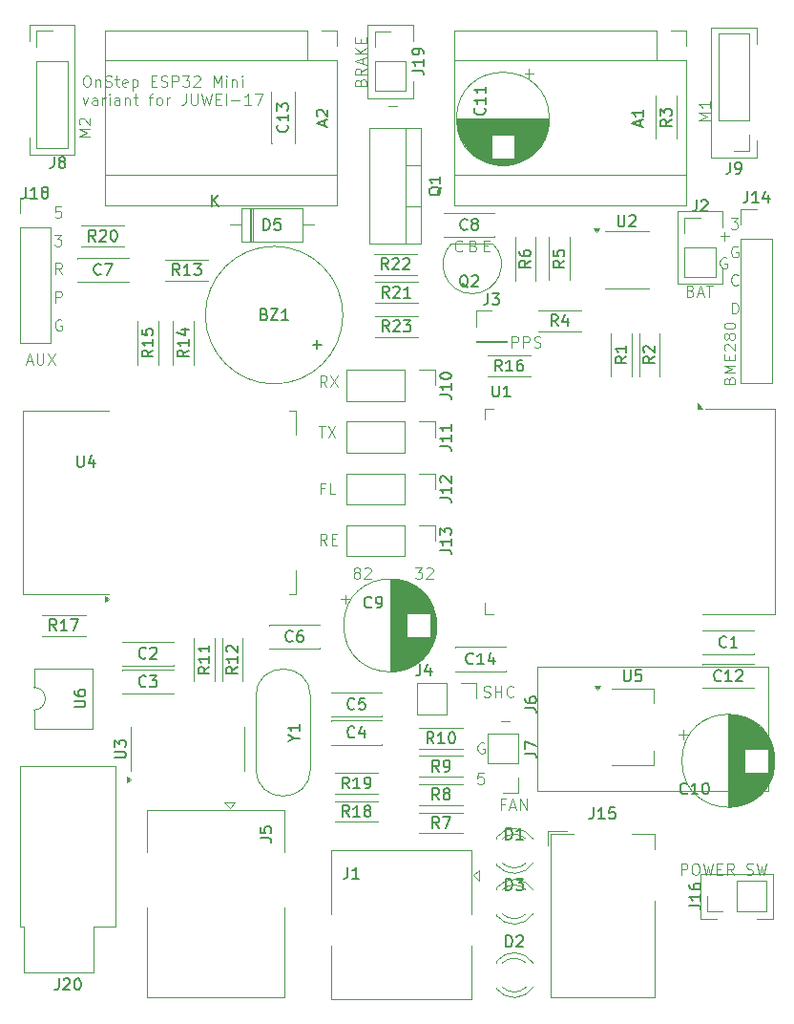
<source format=gto>
%TF.GenerationSoftware,KiCad,Pcbnew,9.0.3*%
%TF.CreationDate,2025-07-31T09:26:23+09:00*%
%TF.ProjectId,OnStepJuwei17,4f6e5374-6570-44a7-9577-656931372e6b,rev?*%
%TF.SameCoordinates,Original*%
%TF.FileFunction,Legend,Top*%
%TF.FilePolarity,Positive*%
%FSLAX46Y46*%
G04 Gerber Fmt 4.6, Leading zero omitted, Abs format (unit mm)*
G04 Created by KiCad (PCBNEW 9.0.3) date 2025-07-31 09:26:23*
%MOMM*%
%LPD*%
G01*
G04 APERTURE LIST*
%ADD10C,0.100000*%
%ADD11C,0.150000*%
%ADD12C,0.120000*%
G04 APERTURE END LIST*
D10*
X116000000Y-51000000D02*
X112000000Y-51000000D01*
X55500000Y-50750000D02*
X55500000Y-62250000D01*
X117500000Y-130000000D02*
X117500000Y-126000000D01*
X116000000Y-52500000D02*
X116000000Y-51000000D01*
X113000000Y-68750000D02*
X113000000Y-67250000D01*
X85500000Y-50750000D02*
X81500000Y-50750000D01*
X81500000Y-50750000D02*
X81500000Y-57250000D01*
X55500000Y-62250000D02*
X51500000Y-62250000D01*
X85500000Y-52250000D02*
X85500000Y-50750000D01*
X117500000Y-126000000D02*
X111000000Y-126000000D01*
X112000000Y-51000000D02*
X112000000Y-62500000D01*
X109000000Y-73750000D02*
X113000000Y-73750000D01*
X51500000Y-62250000D02*
X51500000Y-60750000D01*
X111000000Y-130000000D02*
X112500000Y-130000000D01*
X111000000Y-126000000D02*
X111000000Y-130000000D01*
X81500000Y-57250000D02*
X85500000Y-57250000D01*
X51500000Y-50750000D02*
X55500000Y-50750000D01*
X109000000Y-67250000D02*
X109000000Y-73750000D01*
X112000000Y-62500000D02*
X116000000Y-62500000D01*
X85500000Y-57250000D02*
X85500000Y-55750000D01*
X116000000Y-62500000D02*
X116000000Y-61000000D01*
X113000000Y-73750000D02*
X113000000Y-72250000D01*
X116000000Y-130000000D02*
X117500000Y-130000000D01*
X51500000Y-52250000D02*
X51500000Y-50750000D01*
X113000000Y-67250000D02*
X109000000Y-67250000D01*
X91780074Y-117062419D02*
X91303884Y-117062419D01*
X91303884Y-117062419D02*
X91256265Y-117538609D01*
X91256265Y-117538609D02*
X91303884Y-117490990D01*
X91303884Y-117490990D02*
X91399122Y-117443371D01*
X91399122Y-117443371D02*
X91637217Y-117443371D01*
X91637217Y-117443371D02*
X91732455Y-117490990D01*
X91732455Y-117490990D02*
X91780074Y-117538609D01*
X91780074Y-117538609D02*
X91827693Y-117633847D01*
X91827693Y-117633847D02*
X91827693Y-117871942D01*
X91827693Y-117871942D02*
X91780074Y-117967180D01*
X91780074Y-117967180D02*
X91732455Y-118014800D01*
X91732455Y-118014800D02*
X91637217Y-118062419D01*
X91637217Y-118062419D02*
X91399122Y-118062419D01*
X91399122Y-118062419D02*
X91303884Y-118014800D01*
X91303884Y-118014800D02*
X91256265Y-117967180D01*
X80446741Y-99300990D02*
X80351503Y-99253371D01*
X80351503Y-99253371D02*
X80303884Y-99205752D01*
X80303884Y-99205752D02*
X80256265Y-99110514D01*
X80256265Y-99110514D02*
X80256265Y-99062895D01*
X80256265Y-99062895D02*
X80303884Y-98967657D01*
X80303884Y-98967657D02*
X80351503Y-98920038D01*
X80351503Y-98920038D02*
X80446741Y-98872419D01*
X80446741Y-98872419D02*
X80637217Y-98872419D01*
X80637217Y-98872419D02*
X80732455Y-98920038D01*
X80732455Y-98920038D02*
X80780074Y-98967657D01*
X80780074Y-98967657D02*
X80827693Y-99062895D01*
X80827693Y-99062895D02*
X80827693Y-99110514D01*
X80827693Y-99110514D02*
X80780074Y-99205752D01*
X80780074Y-99205752D02*
X80732455Y-99253371D01*
X80732455Y-99253371D02*
X80637217Y-99300990D01*
X80637217Y-99300990D02*
X80446741Y-99300990D01*
X80446741Y-99300990D02*
X80351503Y-99348609D01*
X80351503Y-99348609D02*
X80303884Y-99396228D01*
X80303884Y-99396228D02*
X80256265Y-99491466D01*
X80256265Y-99491466D02*
X80256265Y-99681942D01*
X80256265Y-99681942D02*
X80303884Y-99777180D01*
X80303884Y-99777180D02*
X80351503Y-99824800D01*
X80351503Y-99824800D02*
X80446741Y-99872419D01*
X80446741Y-99872419D02*
X80637217Y-99872419D01*
X80637217Y-99872419D02*
X80732455Y-99824800D01*
X80732455Y-99824800D02*
X80780074Y-99777180D01*
X80780074Y-99777180D02*
X80827693Y-99681942D01*
X80827693Y-99681942D02*
X80827693Y-99491466D01*
X80827693Y-99491466D02*
X80780074Y-99396228D01*
X80780074Y-99396228D02*
X80732455Y-99348609D01*
X80732455Y-99348609D02*
X80637217Y-99300990D01*
X81208646Y-98967657D02*
X81256265Y-98920038D01*
X81256265Y-98920038D02*
X81351503Y-98872419D01*
X81351503Y-98872419D02*
X81589598Y-98872419D01*
X81589598Y-98872419D02*
X81684836Y-98920038D01*
X81684836Y-98920038D02*
X81732455Y-98967657D01*
X81732455Y-98967657D02*
X81780074Y-99062895D01*
X81780074Y-99062895D02*
X81780074Y-99158133D01*
X81780074Y-99158133D02*
X81732455Y-99300990D01*
X81732455Y-99300990D02*
X81161027Y-99872419D01*
X81161027Y-99872419D02*
X81780074Y-99872419D01*
X111872419Y-59196115D02*
X110872419Y-59196115D01*
X110872419Y-59196115D02*
X111586704Y-58862782D01*
X111586704Y-58862782D02*
X110872419Y-58529449D01*
X110872419Y-58529449D02*
X111872419Y-58529449D01*
X111872419Y-57529449D02*
X111872419Y-58100877D01*
X111872419Y-57815163D02*
X110872419Y-57815163D01*
X110872419Y-57815163D02*
X111015276Y-57910401D01*
X111015276Y-57910401D02*
X111110514Y-58005639D01*
X111110514Y-58005639D02*
X111158133Y-58100877D01*
X54280074Y-66872419D02*
X53803884Y-66872419D01*
X53803884Y-66872419D02*
X53756265Y-67348609D01*
X53756265Y-67348609D02*
X53803884Y-67300990D01*
X53803884Y-67300990D02*
X53899122Y-67253371D01*
X53899122Y-67253371D02*
X54137217Y-67253371D01*
X54137217Y-67253371D02*
X54232455Y-67300990D01*
X54232455Y-67300990D02*
X54280074Y-67348609D01*
X54280074Y-67348609D02*
X54327693Y-67443847D01*
X54327693Y-67443847D02*
X54327693Y-67681942D01*
X54327693Y-67681942D02*
X54280074Y-67777180D01*
X54280074Y-67777180D02*
X54232455Y-67824800D01*
X54232455Y-67824800D02*
X54137217Y-67872419D01*
X54137217Y-67872419D02*
X53899122Y-67872419D01*
X53899122Y-67872419D02*
X53803884Y-67824800D01*
X53803884Y-67824800D02*
X53756265Y-67777180D01*
X110137217Y-74348609D02*
X110280074Y-74396228D01*
X110280074Y-74396228D02*
X110327693Y-74443847D01*
X110327693Y-74443847D02*
X110375312Y-74539085D01*
X110375312Y-74539085D02*
X110375312Y-74681942D01*
X110375312Y-74681942D02*
X110327693Y-74777180D01*
X110327693Y-74777180D02*
X110280074Y-74824800D01*
X110280074Y-74824800D02*
X110184836Y-74872419D01*
X110184836Y-74872419D02*
X109803884Y-74872419D01*
X109803884Y-74872419D02*
X109803884Y-73872419D01*
X109803884Y-73872419D02*
X110137217Y-73872419D01*
X110137217Y-73872419D02*
X110232455Y-73920038D01*
X110232455Y-73920038D02*
X110280074Y-73967657D01*
X110280074Y-73967657D02*
X110327693Y-74062895D01*
X110327693Y-74062895D02*
X110327693Y-74158133D01*
X110327693Y-74158133D02*
X110280074Y-74253371D01*
X110280074Y-74253371D02*
X110232455Y-74300990D01*
X110232455Y-74300990D02*
X110137217Y-74348609D01*
X110137217Y-74348609D02*
X109803884Y-74348609D01*
X110756265Y-74586704D02*
X111232455Y-74586704D01*
X110661027Y-74872419D02*
X110994360Y-73872419D01*
X110994360Y-73872419D02*
X111327693Y-74872419D01*
X111518170Y-73872419D02*
X112089598Y-73872419D01*
X111803884Y-74872419D02*
X111803884Y-73872419D01*
X91803884Y-70348609D02*
X92137217Y-70348609D01*
X92280074Y-70872419D02*
X91803884Y-70872419D01*
X91803884Y-70872419D02*
X91803884Y-69872419D01*
X91803884Y-69872419D02*
X92280074Y-69872419D01*
X54375312Y-72872419D02*
X54041979Y-72396228D01*
X53803884Y-72872419D02*
X53803884Y-71872419D01*
X53803884Y-71872419D02*
X54184836Y-71872419D01*
X54184836Y-71872419D02*
X54280074Y-71920038D01*
X54280074Y-71920038D02*
X54327693Y-71967657D01*
X54327693Y-71967657D02*
X54375312Y-72062895D01*
X54375312Y-72062895D02*
X54375312Y-72205752D01*
X54375312Y-72205752D02*
X54327693Y-72300990D01*
X54327693Y-72300990D02*
X54280074Y-72348609D01*
X54280074Y-72348609D02*
X54184836Y-72396228D01*
X54184836Y-72396228D02*
X53803884Y-72396228D01*
X109303884Y-126102419D02*
X109303884Y-125102419D01*
X109303884Y-125102419D02*
X109684836Y-125102419D01*
X109684836Y-125102419D02*
X109780074Y-125150038D01*
X109780074Y-125150038D02*
X109827693Y-125197657D01*
X109827693Y-125197657D02*
X109875312Y-125292895D01*
X109875312Y-125292895D02*
X109875312Y-125435752D01*
X109875312Y-125435752D02*
X109827693Y-125530990D01*
X109827693Y-125530990D02*
X109780074Y-125578609D01*
X109780074Y-125578609D02*
X109684836Y-125626228D01*
X109684836Y-125626228D02*
X109303884Y-125626228D01*
X110494360Y-125102419D02*
X110684836Y-125102419D01*
X110684836Y-125102419D02*
X110780074Y-125150038D01*
X110780074Y-125150038D02*
X110875312Y-125245276D01*
X110875312Y-125245276D02*
X110922931Y-125435752D01*
X110922931Y-125435752D02*
X110922931Y-125769085D01*
X110922931Y-125769085D02*
X110875312Y-125959561D01*
X110875312Y-125959561D02*
X110780074Y-126054800D01*
X110780074Y-126054800D02*
X110684836Y-126102419D01*
X110684836Y-126102419D02*
X110494360Y-126102419D01*
X110494360Y-126102419D02*
X110399122Y-126054800D01*
X110399122Y-126054800D02*
X110303884Y-125959561D01*
X110303884Y-125959561D02*
X110256265Y-125769085D01*
X110256265Y-125769085D02*
X110256265Y-125435752D01*
X110256265Y-125435752D02*
X110303884Y-125245276D01*
X110303884Y-125245276D02*
X110399122Y-125150038D01*
X110399122Y-125150038D02*
X110494360Y-125102419D01*
X111256265Y-125102419D02*
X111494360Y-126102419D01*
X111494360Y-126102419D02*
X111684836Y-125388133D01*
X111684836Y-125388133D02*
X111875312Y-126102419D01*
X111875312Y-126102419D02*
X112113408Y-125102419D01*
X112494360Y-125578609D02*
X112827693Y-125578609D01*
X112970550Y-126102419D02*
X112494360Y-126102419D01*
X112494360Y-126102419D02*
X112494360Y-125102419D01*
X112494360Y-125102419D02*
X112970550Y-125102419D01*
X113970550Y-126102419D02*
X113637217Y-125626228D01*
X113399122Y-126102419D02*
X113399122Y-125102419D01*
X113399122Y-125102419D02*
X113780074Y-125102419D01*
X113780074Y-125102419D02*
X113875312Y-125150038D01*
X113875312Y-125150038D02*
X113922931Y-125197657D01*
X113922931Y-125197657D02*
X113970550Y-125292895D01*
X113970550Y-125292895D02*
X113970550Y-125435752D01*
X113970550Y-125435752D02*
X113922931Y-125530990D01*
X113922931Y-125530990D02*
X113875312Y-125578609D01*
X113875312Y-125578609D02*
X113780074Y-125626228D01*
X113780074Y-125626228D02*
X113399122Y-125626228D01*
X115113408Y-126054800D02*
X115256265Y-126102419D01*
X115256265Y-126102419D02*
X115494360Y-126102419D01*
X115494360Y-126102419D02*
X115589598Y-126054800D01*
X115589598Y-126054800D02*
X115637217Y-126007180D01*
X115637217Y-126007180D02*
X115684836Y-125911942D01*
X115684836Y-125911942D02*
X115684836Y-125816704D01*
X115684836Y-125816704D02*
X115637217Y-125721466D01*
X115637217Y-125721466D02*
X115589598Y-125673847D01*
X115589598Y-125673847D02*
X115494360Y-125626228D01*
X115494360Y-125626228D02*
X115303884Y-125578609D01*
X115303884Y-125578609D02*
X115208646Y-125530990D01*
X115208646Y-125530990D02*
X115161027Y-125483371D01*
X115161027Y-125483371D02*
X115113408Y-125388133D01*
X115113408Y-125388133D02*
X115113408Y-125292895D01*
X115113408Y-125292895D02*
X115161027Y-125197657D01*
X115161027Y-125197657D02*
X115208646Y-125150038D01*
X115208646Y-125150038D02*
X115303884Y-125102419D01*
X115303884Y-125102419D02*
X115541979Y-125102419D01*
X115541979Y-125102419D02*
X115684836Y-125150038D01*
X116018170Y-125102419D02*
X116256265Y-126102419D01*
X116256265Y-126102419D02*
X116446741Y-125388133D01*
X116446741Y-125388133D02*
X116637217Y-126102419D01*
X116637217Y-126102419D02*
X116875313Y-125102419D01*
X77161027Y-86372419D02*
X77732455Y-86372419D01*
X77446741Y-87372419D02*
X77446741Y-86372419D01*
X77970551Y-86372419D02*
X78637217Y-87372419D01*
X78637217Y-86372419D02*
X77970551Y-87372419D01*
X90887217Y-70348609D02*
X91030074Y-70396228D01*
X91030074Y-70396228D02*
X91077693Y-70443847D01*
X91077693Y-70443847D02*
X91125312Y-70539085D01*
X91125312Y-70539085D02*
X91125312Y-70681942D01*
X91125312Y-70681942D02*
X91077693Y-70777180D01*
X91077693Y-70777180D02*
X91030074Y-70824800D01*
X91030074Y-70824800D02*
X90934836Y-70872419D01*
X90934836Y-70872419D02*
X90553884Y-70872419D01*
X90553884Y-70872419D02*
X90553884Y-69872419D01*
X90553884Y-69872419D02*
X90887217Y-69872419D01*
X90887217Y-69872419D02*
X90982455Y-69920038D01*
X90982455Y-69920038D02*
X91030074Y-69967657D01*
X91030074Y-69967657D02*
X91077693Y-70062895D01*
X91077693Y-70062895D02*
X91077693Y-70158133D01*
X91077693Y-70158133D02*
X91030074Y-70253371D01*
X91030074Y-70253371D02*
X90982455Y-70300990D01*
X90982455Y-70300990D02*
X90887217Y-70348609D01*
X90887217Y-70348609D02*
X90553884Y-70348609D01*
X89875312Y-70777180D02*
X89827693Y-70824800D01*
X89827693Y-70824800D02*
X89684836Y-70872419D01*
X89684836Y-70872419D02*
X89589598Y-70872419D01*
X89589598Y-70872419D02*
X89446741Y-70824800D01*
X89446741Y-70824800D02*
X89351503Y-70729561D01*
X89351503Y-70729561D02*
X89303884Y-70634323D01*
X89303884Y-70634323D02*
X89256265Y-70443847D01*
X89256265Y-70443847D02*
X89256265Y-70300990D01*
X89256265Y-70300990D02*
X89303884Y-70110514D01*
X89303884Y-70110514D02*
X89351503Y-70015276D01*
X89351503Y-70015276D02*
X89446741Y-69920038D01*
X89446741Y-69920038D02*
X89589598Y-69872419D01*
X89589598Y-69872419D02*
X89684836Y-69872419D01*
X89684836Y-69872419D02*
X89827693Y-69920038D01*
X89827693Y-69920038D02*
X89875312Y-69967657D01*
X51256265Y-80586704D02*
X51732455Y-80586704D01*
X51161027Y-80872419D02*
X51494360Y-79872419D01*
X51494360Y-79872419D02*
X51827693Y-80872419D01*
X52161027Y-79872419D02*
X52161027Y-80681942D01*
X52161027Y-80681942D02*
X52208646Y-80777180D01*
X52208646Y-80777180D02*
X52256265Y-80824800D01*
X52256265Y-80824800D02*
X52351503Y-80872419D01*
X52351503Y-80872419D02*
X52541979Y-80872419D01*
X52541979Y-80872419D02*
X52637217Y-80824800D01*
X52637217Y-80824800D02*
X52684836Y-80777180D01*
X52684836Y-80777180D02*
X52732455Y-80681942D01*
X52732455Y-80681942D02*
X52732455Y-79872419D01*
X53113408Y-79872419D02*
X53780074Y-80872419D01*
X53780074Y-79872419D02*
X53113408Y-80872419D01*
X91801265Y-110324800D02*
X91944122Y-110372419D01*
X91944122Y-110372419D02*
X92182217Y-110372419D01*
X92182217Y-110372419D02*
X92277455Y-110324800D01*
X92277455Y-110324800D02*
X92325074Y-110277180D01*
X92325074Y-110277180D02*
X92372693Y-110181942D01*
X92372693Y-110181942D02*
X92372693Y-110086704D01*
X92372693Y-110086704D02*
X92325074Y-109991466D01*
X92325074Y-109991466D02*
X92277455Y-109943847D01*
X92277455Y-109943847D02*
X92182217Y-109896228D01*
X92182217Y-109896228D02*
X91991741Y-109848609D01*
X91991741Y-109848609D02*
X91896503Y-109800990D01*
X91896503Y-109800990D02*
X91848884Y-109753371D01*
X91848884Y-109753371D02*
X91801265Y-109658133D01*
X91801265Y-109658133D02*
X91801265Y-109562895D01*
X91801265Y-109562895D02*
X91848884Y-109467657D01*
X91848884Y-109467657D02*
X91896503Y-109420038D01*
X91896503Y-109420038D02*
X91991741Y-109372419D01*
X91991741Y-109372419D02*
X92229836Y-109372419D01*
X92229836Y-109372419D02*
X92372693Y-109420038D01*
X92801265Y-110372419D02*
X92801265Y-109372419D01*
X92801265Y-109848609D02*
X93372693Y-109848609D01*
X93372693Y-110372419D02*
X93372693Y-109372419D01*
X94420312Y-110277180D02*
X94372693Y-110324800D01*
X94372693Y-110324800D02*
X94229836Y-110372419D01*
X94229836Y-110372419D02*
X94134598Y-110372419D01*
X94134598Y-110372419D02*
X93991741Y-110324800D01*
X93991741Y-110324800D02*
X93896503Y-110229561D01*
X93896503Y-110229561D02*
X93848884Y-110134323D01*
X93848884Y-110134323D02*
X93801265Y-109943847D01*
X93801265Y-109943847D02*
X93801265Y-109800990D01*
X93801265Y-109800990D02*
X93848884Y-109610514D01*
X93848884Y-109610514D02*
X93896503Y-109515276D01*
X93896503Y-109515276D02*
X93991741Y-109420038D01*
X93991741Y-109420038D02*
X94134598Y-109372419D01*
X94134598Y-109372419D02*
X94229836Y-109372419D01*
X94229836Y-109372419D02*
X94372693Y-109420038D01*
X94372693Y-109420038D02*
X94420312Y-109467657D01*
X93303884Y-112491466D02*
X94065789Y-112491466D01*
X112803884Y-69491466D02*
X113565789Y-69491466D01*
X113184836Y-69872419D02*
X113184836Y-69110514D01*
X53708646Y-69372419D02*
X54327693Y-69372419D01*
X54327693Y-69372419D02*
X53994360Y-69753371D01*
X53994360Y-69753371D02*
X54137217Y-69753371D01*
X54137217Y-69753371D02*
X54232455Y-69800990D01*
X54232455Y-69800990D02*
X54280074Y-69848609D01*
X54280074Y-69848609D02*
X54327693Y-69943847D01*
X54327693Y-69943847D02*
X54327693Y-70181942D01*
X54327693Y-70181942D02*
X54280074Y-70277180D01*
X54280074Y-70277180D02*
X54232455Y-70324800D01*
X54232455Y-70324800D02*
X54137217Y-70372419D01*
X54137217Y-70372419D02*
X53851503Y-70372419D01*
X53851503Y-70372419D02*
X53756265Y-70324800D01*
X53756265Y-70324800D02*
X53708646Y-70277180D01*
X114327693Y-70420038D02*
X114232455Y-70372419D01*
X114232455Y-70372419D02*
X114089598Y-70372419D01*
X114089598Y-70372419D02*
X113946741Y-70420038D01*
X113946741Y-70420038D02*
X113851503Y-70515276D01*
X113851503Y-70515276D02*
X113803884Y-70610514D01*
X113803884Y-70610514D02*
X113756265Y-70800990D01*
X113756265Y-70800990D02*
X113756265Y-70943847D01*
X113756265Y-70943847D02*
X113803884Y-71134323D01*
X113803884Y-71134323D02*
X113851503Y-71229561D01*
X113851503Y-71229561D02*
X113946741Y-71324800D01*
X113946741Y-71324800D02*
X114089598Y-71372419D01*
X114089598Y-71372419D02*
X114184836Y-71372419D01*
X114184836Y-71372419D02*
X114327693Y-71324800D01*
X114327693Y-71324800D02*
X114375312Y-71277180D01*
X114375312Y-71277180D02*
X114375312Y-70943847D01*
X114375312Y-70943847D02*
X114184836Y-70943847D01*
X83303884Y-57991466D02*
X84065789Y-57991466D01*
X113803884Y-76372419D02*
X113803884Y-75372419D01*
X113803884Y-75372419D02*
X114041979Y-75372419D01*
X114041979Y-75372419D02*
X114184836Y-75420038D01*
X114184836Y-75420038D02*
X114280074Y-75515276D01*
X114280074Y-75515276D02*
X114327693Y-75610514D01*
X114327693Y-75610514D02*
X114375312Y-75800990D01*
X114375312Y-75800990D02*
X114375312Y-75943847D01*
X114375312Y-75943847D02*
X114327693Y-76134323D01*
X114327693Y-76134323D02*
X114280074Y-76229561D01*
X114280074Y-76229561D02*
X114184836Y-76324800D01*
X114184836Y-76324800D02*
X114041979Y-76372419D01*
X114041979Y-76372419D02*
X113803884Y-76372419D01*
X93637217Y-119848609D02*
X93303884Y-119848609D01*
X93303884Y-120372419D02*
X93303884Y-119372419D01*
X93303884Y-119372419D02*
X93780074Y-119372419D01*
X94113408Y-120086704D02*
X94589598Y-120086704D01*
X94018170Y-120372419D02*
X94351503Y-119372419D01*
X94351503Y-119372419D02*
X94684836Y-120372419D01*
X95018170Y-120372419D02*
X95018170Y-119372419D01*
X95018170Y-119372419D02*
X95589598Y-120372419D01*
X95589598Y-120372419D02*
X95589598Y-119372419D01*
X56872419Y-60696115D02*
X55872419Y-60696115D01*
X55872419Y-60696115D02*
X56586704Y-60362782D01*
X56586704Y-60362782D02*
X55872419Y-60029449D01*
X55872419Y-60029449D02*
X56872419Y-60029449D01*
X55967657Y-59600877D02*
X55920038Y-59553258D01*
X55920038Y-59553258D02*
X55872419Y-59458020D01*
X55872419Y-59458020D02*
X55872419Y-59219925D01*
X55872419Y-59219925D02*
X55920038Y-59124687D01*
X55920038Y-59124687D02*
X55967657Y-59077068D01*
X55967657Y-59077068D02*
X56062895Y-59029449D01*
X56062895Y-59029449D02*
X56158133Y-59029449D01*
X56158133Y-59029449D02*
X56300990Y-59077068D01*
X56300990Y-59077068D02*
X56872419Y-59648496D01*
X56872419Y-59648496D02*
X56872419Y-59029449D01*
X56494360Y-55262475D02*
X56684836Y-55262475D01*
X56684836Y-55262475D02*
X56780074Y-55310094D01*
X56780074Y-55310094D02*
X56875312Y-55405332D01*
X56875312Y-55405332D02*
X56922931Y-55595808D01*
X56922931Y-55595808D02*
X56922931Y-55929141D01*
X56922931Y-55929141D02*
X56875312Y-56119617D01*
X56875312Y-56119617D02*
X56780074Y-56214856D01*
X56780074Y-56214856D02*
X56684836Y-56262475D01*
X56684836Y-56262475D02*
X56494360Y-56262475D01*
X56494360Y-56262475D02*
X56399122Y-56214856D01*
X56399122Y-56214856D02*
X56303884Y-56119617D01*
X56303884Y-56119617D02*
X56256265Y-55929141D01*
X56256265Y-55929141D02*
X56256265Y-55595808D01*
X56256265Y-55595808D02*
X56303884Y-55405332D01*
X56303884Y-55405332D02*
X56399122Y-55310094D01*
X56399122Y-55310094D02*
X56494360Y-55262475D01*
X57351503Y-55595808D02*
X57351503Y-56262475D01*
X57351503Y-55691046D02*
X57399122Y-55643427D01*
X57399122Y-55643427D02*
X57494360Y-55595808D01*
X57494360Y-55595808D02*
X57637217Y-55595808D01*
X57637217Y-55595808D02*
X57732455Y-55643427D01*
X57732455Y-55643427D02*
X57780074Y-55738665D01*
X57780074Y-55738665D02*
X57780074Y-56262475D01*
X58208646Y-56214856D02*
X58351503Y-56262475D01*
X58351503Y-56262475D02*
X58589598Y-56262475D01*
X58589598Y-56262475D02*
X58684836Y-56214856D01*
X58684836Y-56214856D02*
X58732455Y-56167236D01*
X58732455Y-56167236D02*
X58780074Y-56071998D01*
X58780074Y-56071998D02*
X58780074Y-55976760D01*
X58780074Y-55976760D02*
X58732455Y-55881522D01*
X58732455Y-55881522D02*
X58684836Y-55833903D01*
X58684836Y-55833903D02*
X58589598Y-55786284D01*
X58589598Y-55786284D02*
X58399122Y-55738665D01*
X58399122Y-55738665D02*
X58303884Y-55691046D01*
X58303884Y-55691046D02*
X58256265Y-55643427D01*
X58256265Y-55643427D02*
X58208646Y-55548189D01*
X58208646Y-55548189D02*
X58208646Y-55452951D01*
X58208646Y-55452951D02*
X58256265Y-55357713D01*
X58256265Y-55357713D02*
X58303884Y-55310094D01*
X58303884Y-55310094D02*
X58399122Y-55262475D01*
X58399122Y-55262475D02*
X58637217Y-55262475D01*
X58637217Y-55262475D02*
X58780074Y-55310094D01*
X59065789Y-55595808D02*
X59446741Y-55595808D01*
X59208646Y-55262475D02*
X59208646Y-56119617D01*
X59208646Y-56119617D02*
X59256265Y-56214856D01*
X59256265Y-56214856D02*
X59351503Y-56262475D01*
X59351503Y-56262475D02*
X59446741Y-56262475D01*
X60161027Y-56214856D02*
X60065789Y-56262475D01*
X60065789Y-56262475D02*
X59875313Y-56262475D01*
X59875313Y-56262475D02*
X59780075Y-56214856D01*
X59780075Y-56214856D02*
X59732456Y-56119617D01*
X59732456Y-56119617D02*
X59732456Y-55738665D01*
X59732456Y-55738665D02*
X59780075Y-55643427D01*
X59780075Y-55643427D02*
X59875313Y-55595808D01*
X59875313Y-55595808D02*
X60065789Y-55595808D01*
X60065789Y-55595808D02*
X60161027Y-55643427D01*
X60161027Y-55643427D02*
X60208646Y-55738665D01*
X60208646Y-55738665D02*
X60208646Y-55833903D01*
X60208646Y-55833903D02*
X59732456Y-55929141D01*
X60637218Y-55595808D02*
X60637218Y-56595808D01*
X60637218Y-55643427D02*
X60732456Y-55595808D01*
X60732456Y-55595808D02*
X60922932Y-55595808D01*
X60922932Y-55595808D02*
X61018170Y-55643427D01*
X61018170Y-55643427D02*
X61065789Y-55691046D01*
X61065789Y-55691046D02*
X61113408Y-55786284D01*
X61113408Y-55786284D02*
X61113408Y-56071998D01*
X61113408Y-56071998D02*
X61065789Y-56167236D01*
X61065789Y-56167236D02*
X61018170Y-56214856D01*
X61018170Y-56214856D02*
X60922932Y-56262475D01*
X60922932Y-56262475D02*
X60732456Y-56262475D01*
X60732456Y-56262475D02*
X60637218Y-56214856D01*
X62303885Y-55738665D02*
X62637218Y-55738665D01*
X62780075Y-56262475D02*
X62303885Y-56262475D01*
X62303885Y-56262475D02*
X62303885Y-55262475D01*
X62303885Y-55262475D02*
X62780075Y-55262475D01*
X63161028Y-56214856D02*
X63303885Y-56262475D01*
X63303885Y-56262475D02*
X63541980Y-56262475D01*
X63541980Y-56262475D02*
X63637218Y-56214856D01*
X63637218Y-56214856D02*
X63684837Y-56167236D01*
X63684837Y-56167236D02*
X63732456Y-56071998D01*
X63732456Y-56071998D02*
X63732456Y-55976760D01*
X63732456Y-55976760D02*
X63684837Y-55881522D01*
X63684837Y-55881522D02*
X63637218Y-55833903D01*
X63637218Y-55833903D02*
X63541980Y-55786284D01*
X63541980Y-55786284D02*
X63351504Y-55738665D01*
X63351504Y-55738665D02*
X63256266Y-55691046D01*
X63256266Y-55691046D02*
X63208647Y-55643427D01*
X63208647Y-55643427D02*
X63161028Y-55548189D01*
X63161028Y-55548189D02*
X63161028Y-55452951D01*
X63161028Y-55452951D02*
X63208647Y-55357713D01*
X63208647Y-55357713D02*
X63256266Y-55310094D01*
X63256266Y-55310094D02*
X63351504Y-55262475D01*
X63351504Y-55262475D02*
X63589599Y-55262475D01*
X63589599Y-55262475D02*
X63732456Y-55310094D01*
X64161028Y-56262475D02*
X64161028Y-55262475D01*
X64161028Y-55262475D02*
X64541980Y-55262475D01*
X64541980Y-55262475D02*
X64637218Y-55310094D01*
X64637218Y-55310094D02*
X64684837Y-55357713D01*
X64684837Y-55357713D02*
X64732456Y-55452951D01*
X64732456Y-55452951D02*
X64732456Y-55595808D01*
X64732456Y-55595808D02*
X64684837Y-55691046D01*
X64684837Y-55691046D02*
X64637218Y-55738665D01*
X64637218Y-55738665D02*
X64541980Y-55786284D01*
X64541980Y-55786284D02*
X64161028Y-55786284D01*
X65065790Y-55262475D02*
X65684837Y-55262475D01*
X65684837Y-55262475D02*
X65351504Y-55643427D01*
X65351504Y-55643427D02*
X65494361Y-55643427D01*
X65494361Y-55643427D02*
X65589599Y-55691046D01*
X65589599Y-55691046D02*
X65637218Y-55738665D01*
X65637218Y-55738665D02*
X65684837Y-55833903D01*
X65684837Y-55833903D02*
X65684837Y-56071998D01*
X65684837Y-56071998D02*
X65637218Y-56167236D01*
X65637218Y-56167236D02*
X65589599Y-56214856D01*
X65589599Y-56214856D02*
X65494361Y-56262475D01*
X65494361Y-56262475D02*
X65208647Y-56262475D01*
X65208647Y-56262475D02*
X65113409Y-56214856D01*
X65113409Y-56214856D02*
X65065790Y-56167236D01*
X66065790Y-55357713D02*
X66113409Y-55310094D01*
X66113409Y-55310094D02*
X66208647Y-55262475D01*
X66208647Y-55262475D02*
X66446742Y-55262475D01*
X66446742Y-55262475D02*
X66541980Y-55310094D01*
X66541980Y-55310094D02*
X66589599Y-55357713D01*
X66589599Y-55357713D02*
X66637218Y-55452951D01*
X66637218Y-55452951D02*
X66637218Y-55548189D01*
X66637218Y-55548189D02*
X66589599Y-55691046D01*
X66589599Y-55691046D02*
X66018171Y-56262475D01*
X66018171Y-56262475D02*
X66637218Y-56262475D01*
X67827695Y-56262475D02*
X67827695Y-55262475D01*
X67827695Y-55262475D02*
X68161028Y-55976760D01*
X68161028Y-55976760D02*
X68494361Y-55262475D01*
X68494361Y-55262475D02*
X68494361Y-56262475D01*
X68970552Y-56262475D02*
X68970552Y-55595808D01*
X68970552Y-55262475D02*
X68922933Y-55310094D01*
X68922933Y-55310094D02*
X68970552Y-55357713D01*
X68970552Y-55357713D02*
X69018171Y-55310094D01*
X69018171Y-55310094D02*
X68970552Y-55262475D01*
X68970552Y-55262475D02*
X68970552Y-55357713D01*
X69446742Y-55595808D02*
X69446742Y-56262475D01*
X69446742Y-55691046D02*
X69494361Y-55643427D01*
X69494361Y-55643427D02*
X69589599Y-55595808D01*
X69589599Y-55595808D02*
X69732456Y-55595808D01*
X69732456Y-55595808D02*
X69827694Y-55643427D01*
X69827694Y-55643427D02*
X69875313Y-55738665D01*
X69875313Y-55738665D02*
X69875313Y-56262475D01*
X70351504Y-56262475D02*
X70351504Y-55595808D01*
X70351504Y-55262475D02*
X70303885Y-55310094D01*
X70303885Y-55310094D02*
X70351504Y-55357713D01*
X70351504Y-55357713D02*
X70399123Y-55310094D01*
X70399123Y-55310094D02*
X70351504Y-55262475D01*
X70351504Y-55262475D02*
X70351504Y-55357713D01*
X56208646Y-57205752D02*
X56446741Y-57872419D01*
X56446741Y-57872419D02*
X56684836Y-57205752D01*
X57494360Y-57872419D02*
X57494360Y-57348609D01*
X57494360Y-57348609D02*
X57446741Y-57253371D01*
X57446741Y-57253371D02*
X57351503Y-57205752D01*
X57351503Y-57205752D02*
X57161027Y-57205752D01*
X57161027Y-57205752D02*
X57065789Y-57253371D01*
X57494360Y-57824800D02*
X57399122Y-57872419D01*
X57399122Y-57872419D02*
X57161027Y-57872419D01*
X57161027Y-57872419D02*
X57065789Y-57824800D01*
X57065789Y-57824800D02*
X57018170Y-57729561D01*
X57018170Y-57729561D02*
X57018170Y-57634323D01*
X57018170Y-57634323D02*
X57065789Y-57539085D01*
X57065789Y-57539085D02*
X57161027Y-57491466D01*
X57161027Y-57491466D02*
X57399122Y-57491466D01*
X57399122Y-57491466D02*
X57494360Y-57443847D01*
X57970551Y-57872419D02*
X57970551Y-57205752D01*
X57970551Y-57396228D02*
X58018170Y-57300990D01*
X58018170Y-57300990D02*
X58065789Y-57253371D01*
X58065789Y-57253371D02*
X58161027Y-57205752D01*
X58161027Y-57205752D02*
X58256265Y-57205752D01*
X58589599Y-57872419D02*
X58589599Y-57205752D01*
X58589599Y-56872419D02*
X58541980Y-56920038D01*
X58541980Y-56920038D02*
X58589599Y-56967657D01*
X58589599Y-56967657D02*
X58637218Y-56920038D01*
X58637218Y-56920038D02*
X58589599Y-56872419D01*
X58589599Y-56872419D02*
X58589599Y-56967657D01*
X59494360Y-57872419D02*
X59494360Y-57348609D01*
X59494360Y-57348609D02*
X59446741Y-57253371D01*
X59446741Y-57253371D02*
X59351503Y-57205752D01*
X59351503Y-57205752D02*
X59161027Y-57205752D01*
X59161027Y-57205752D02*
X59065789Y-57253371D01*
X59494360Y-57824800D02*
X59399122Y-57872419D01*
X59399122Y-57872419D02*
X59161027Y-57872419D01*
X59161027Y-57872419D02*
X59065789Y-57824800D01*
X59065789Y-57824800D02*
X59018170Y-57729561D01*
X59018170Y-57729561D02*
X59018170Y-57634323D01*
X59018170Y-57634323D02*
X59065789Y-57539085D01*
X59065789Y-57539085D02*
X59161027Y-57491466D01*
X59161027Y-57491466D02*
X59399122Y-57491466D01*
X59399122Y-57491466D02*
X59494360Y-57443847D01*
X59970551Y-57205752D02*
X59970551Y-57872419D01*
X59970551Y-57300990D02*
X60018170Y-57253371D01*
X60018170Y-57253371D02*
X60113408Y-57205752D01*
X60113408Y-57205752D02*
X60256265Y-57205752D01*
X60256265Y-57205752D02*
X60351503Y-57253371D01*
X60351503Y-57253371D02*
X60399122Y-57348609D01*
X60399122Y-57348609D02*
X60399122Y-57872419D01*
X60732456Y-57205752D02*
X61113408Y-57205752D01*
X60875313Y-56872419D02*
X60875313Y-57729561D01*
X60875313Y-57729561D02*
X60922932Y-57824800D01*
X60922932Y-57824800D02*
X61018170Y-57872419D01*
X61018170Y-57872419D02*
X61113408Y-57872419D01*
X62065790Y-57205752D02*
X62446742Y-57205752D01*
X62208647Y-57872419D02*
X62208647Y-57015276D01*
X62208647Y-57015276D02*
X62256266Y-56920038D01*
X62256266Y-56920038D02*
X62351504Y-56872419D01*
X62351504Y-56872419D02*
X62446742Y-56872419D01*
X62922933Y-57872419D02*
X62827695Y-57824800D01*
X62827695Y-57824800D02*
X62780076Y-57777180D01*
X62780076Y-57777180D02*
X62732457Y-57681942D01*
X62732457Y-57681942D02*
X62732457Y-57396228D01*
X62732457Y-57396228D02*
X62780076Y-57300990D01*
X62780076Y-57300990D02*
X62827695Y-57253371D01*
X62827695Y-57253371D02*
X62922933Y-57205752D01*
X62922933Y-57205752D02*
X63065790Y-57205752D01*
X63065790Y-57205752D02*
X63161028Y-57253371D01*
X63161028Y-57253371D02*
X63208647Y-57300990D01*
X63208647Y-57300990D02*
X63256266Y-57396228D01*
X63256266Y-57396228D02*
X63256266Y-57681942D01*
X63256266Y-57681942D02*
X63208647Y-57777180D01*
X63208647Y-57777180D02*
X63161028Y-57824800D01*
X63161028Y-57824800D02*
X63065790Y-57872419D01*
X63065790Y-57872419D02*
X62922933Y-57872419D01*
X63684838Y-57872419D02*
X63684838Y-57205752D01*
X63684838Y-57396228D02*
X63732457Y-57300990D01*
X63732457Y-57300990D02*
X63780076Y-57253371D01*
X63780076Y-57253371D02*
X63875314Y-57205752D01*
X63875314Y-57205752D02*
X63970552Y-57205752D01*
X65351505Y-56872419D02*
X65351505Y-57586704D01*
X65351505Y-57586704D02*
X65303886Y-57729561D01*
X65303886Y-57729561D02*
X65208648Y-57824800D01*
X65208648Y-57824800D02*
X65065791Y-57872419D01*
X65065791Y-57872419D02*
X64970553Y-57872419D01*
X65827696Y-56872419D02*
X65827696Y-57681942D01*
X65827696Y-57681942D02*
X65875315Y-57777180D01*
X65875315Y-57777180D02*
X65922934Y-57824800D01*
X65922934Y-57824800D02*
X66018172Y-57872419D01*
X66018172Y-57872419D02*
X66208648Y-57872419D01*
X66208648Y-57872419D02*
X66303886Y-57824800D01*
X66303886Y-57824800D02*
X66351505Y-57777180D01*
X66351505Y-57777180D02*
X66399124Y-57681942D01*
X66399124Y-57681942D02*
X66399124Y-56872419D01*
X66780077Y-56872419D02*
X67018172Y-57872419D01*
X67018172Y-57872419D02*
X67208648Y-57158133D01*
X67208648Y-57158133D02*
X67399124Y-57872419D01*
X67399124Y-57872419D02*
X67637220Y-56872419D01*
X68018172Y-57348609D02*
X68351505Y-57348609D01*
X68494362Y-57872419D02*
X68018172Y-57872419D01*
X68018172Y-57872419D02*
X68018172Y-56872419D01*
X68018172Y-56872419D02*
X68494362Y-56872419D01*
X68922934Y-57872419D02*
X68922934Y-56872419D01*
X69399124Y-57491466D02*
X70161029Y-57491466D01*
X71161028Y-57872419D02*
X70589600Y-57872419D01*
X70875314Y-57872419D02*
X70875314Y-56872419D01*
X70875314Y-56872419D02*
X70780076Y-57015276D01*
X70780076Y-57015276D02*
X70684838Y-57110514D01*
X70684838Y-57110514D02*
X70589600Y-57158133D01*
X71494362Y-56872419D02*
X72161028Y-56872419D01*
X72161028Y-56872419D02*
X71732457Y-57872419D01*
X113327693Y-71420038D02*
X113232455Y-71372419D01*
X113232455Y-71372419D02*
X113089598Y-71372419D01*
X113089598Y-71372419D02*
X112946741Y-71420038D01*
X112946741Y-71420038D02*
X112851503Y-71515276D01*
X112851503Y-71515276D02*
X112803884Y-71610514D01*
X112803884Y-71610514D02*
X112756265Y-71800990D01*
X112756265Y-71800990D02*
X112756265Y-71943847D01*
X112756265Y-71943847D02*
X112803884Y-72134323D01*
X112803884Y-72134323D02*
X112851503Y-72229561D01*
X112851503Y-72229561D02*
X112946741Y-72324800D01*
X112946741Y-72324800D02*
X113089598Y-72372419D01*
X113089598Y-72372419D02*
X113184836Y-72372419D01*
X113184836Y-72372419D02*
X113327693Y-72324800D01*
X113327693Y-72324800D02*
X113375312Y-72277180D01*
X113375312Y-72277180D02*
X113375312Y-71943847D01*
X113375312Y-71943847D02*
X113184836Y-71943847D01*
X77875312Y-96872419D02*
X77541979Y-96396228D01*
X77303884Y-96872419D02*
X77303884Y-95872419D01*
X77303884Y-95872419D02*
X77684836Y-95872419D01*
X77684836Y-95872419D02*
X77780074Y-95920038D01*
X77780074Y-95920038D02*
X77827693Y-95967657D01*
X77827693Y-95967657D02*
X77875312Y-96062895D01*
X77875312Y-96062895D02*
X77875312Y-96205752D01*
X77875312Y-96205752D02*
X77827693Y-96300990D01*
X77827693Y-96300990D02*
X77780074Y-96348609D01*
X77780074Y-96348609D02*
X77684836Y-96396228D01*
X77684836Y-96396228D02*
X77303884Y-96396228D01*
X78303884Y-96348609D02*
X78637217Y-96348609D01*
X78780074Y-96872419D02*
X78303884Y-96872419D01*
X78303884Y-96872419D02*
X78303884Y-95872419D01*
X78303884Y-95872419D02*
X78780074Y-95872419D01*
X53803884Y-75372419D02*
X53803884Y-74372419D01*
X53803884Y-74372419D02*
X54184836Y-74372419D01*
X54184836Y-74372419D02*
X54280074Y-74420038D01*
X54280074Y-74420038D02*
X54327693Y-74467657D01*
X54327693Y-74467657D02*
X54375312Y-74562895D01*
X54375312Y-74562895D02*
X54375312Y-74705752D01*
X54375312Y-74705752D02*
X54327693Y-74800990D01*
X54327693Y-74800990D02*
X54280074Y-74848609D01*
X54280074Y-74848609D02*
X54184836Y-74896228D01*
X54184836Y-74896228D02*
X53803884Y-74896228D01*
X54327693Y-76920038D02*
X54232455Y-76872419D01*
X54232455Y-76872419D02*
X54089598Y-76872419D01*
X54089598Y-76872419D02*
X53946741Y-76920038D01*
X53946741Y-76920038D02*
X53851503Y-77015276D01*
X53851503Y-77015276D02*
X53803884Y-77110514D01*
X53803884Y-77110514D02*
X53756265Y-77300990D01*
X53756265Y-77300990D02*
X53756265Y-77443847D01*
X53756265Y-77443847D02*
X53803884Y-77634323D01*
X53803884Y-77634323D02*
X53851503Y-77729561D01*
X53851503Y-77729561D02*
X53946741Y-77824800D01*
X53946741Y-77824800D02*
X54089598Y-77872419D01*
X54089598Y-77872419D02*
X54184836Y-77872419D01*
X54184836Y-77872419D02*
X54327693Y-77824800D01*
X54327693Y-77824800D02*
X54375312Y-77777180D01*
X54375312Y-77777180D02*
X54375312Y-77443847D01*
X54375312Y-77443847D02*
X54184836Y-77443847D01*
X80848609Y-55862782D02*
X80896228Y-55719925D01*
X80896228Y-55719925D02*
X80943847Y-55672306D01*
X80943847Y-55672306D02*
X81039085Y-55624687D01*
X81039085Y-55624687D02*
X81181942Y-55624687D01*
X81181942Y-55624687D02*
X81277180Y-55672306D01*
X81277180Y-55672306D02*
X81324800Y-55719925D01*
X81324800Y-55719925D02*
X81372419Y-55815163D01*
X81372419Y-55815163D02*
X81372419Y-56196115D01*
X81372419Y-56196115D02*
X80372419Y-56196115D01*
X80372419Y-56196115D02*
X80372419Y-55862782D01*
X80372419Y-55862782D02*
X80420038Y-55767544D01*
X80420038Y-55767544D02*
X80467657Y-55719925D01*
X80467657Y-55719925D02*
X80562895Y-55672306D01*
X80562895Y-55672306D02*
X80658133Y-55672306D01*
X80658133Y-55672306D02*
X80753371Y-55719925D01*
X80753371Y-55719925D02*
X80800990Y-55767544D01*
X80800990Y-55767544D02*
X80848609Y-55862782D01*
X80848609Y-55862782D02*
X80848609Y-56196115D01*
X81372419Y-54624687D02*
X80896228Y-54958020D01*
X81372419Y-55196115D02*
X80372419Y-55196115D01*
X80372419Y-55196115D02*
X80372419Y-54815163D01*
X80372419Y-54815163D02*
X80420038Y-54719925D01*
X80420038Y-54719925D02*
X80467657Y-54672306D01*
X80467657Y-54672306D02*
X80562895Y-54624687D01*
X80562895Y-54624687D02*
X80705752Y-54624687D01*
X80705752Y-54624687D02*
X80800990Y-54672306D01*
X80800990Y-54672306D02*
X80848609Y-54719925D01*
X80848609Y-54719925D02*
X80896228Y-54815163D01*
X80896228Y-54815163D02*
X80896228Y-55196115D01*
X81086704Y-54243734D02*
X81086704Y-53767544D01*
X81372419Y-54338972D02*
X80372419Y-54005639D01*
X80372419Y-54005639D02*
X81372419Y-53672306D01*
X81372419Y-53338972D02*
X80372419Y-53338972D01*
X81372419Y-52767544D02*
X80800990Y-53196115D01*
X80372419Y-52767544D02*
X80943847Y-53338972D01*
X80848609Y-52338972D02*
X80848609Y-52005639D01*
X81372419Y-51862782D02*
X81372419Y-52338972D01*
X81372419Y-52338972D02*
X80372419Y-52338972D01*
X80372419Y-52338972D02*
X80372419Y-51862782D01*
X77875312Y-82872419D02*
X77541979Y-82396228D01*
X77303884Y-82872419D02*
X77303884Y-81872419D01*
X77303884Y-81872419D02*
X77684836Y-81872419D01*
X77684836Y-81872419D02*
X77780074Y-81920038D01*
X77780074Y-81920038D02*
X77827693Y-81967657D01*
X77827693Y-81967657D02*
X77875312Y-82062895D01*
X77875312Y-82062895D02*
X77875312Y-82205752D01*
X77875312Y-82205752D02*
X77827693Y-82300990D01*
X77827693Y-82300990D02*
X77780074Y-82348609D01*
X77780074Y-82348609D02*
X77684836Y-82396228D01*
X77684836Y-82396228D02*
X77303884Y-82396228D01*
X78208646Y-81872419D02*
X78875312Y-82872419D01*
X78875312Y-81872419D02*
X78208646Y-82872419D01*
X114375312Y-73777180D02*
X114327693Y-73824800D01*
X114327693Y-73824800D02*
X114184836Y-73872419D01*
X114184836Y-73872419D02*
X114089598Y-73872419D01*
X114089598Y-73872419D02*
X113946741Y-73824800D01*
X113946741Y-73824800D02*
X113851503Y-73729561D01*
X113851503Y-73729561D02*
X113803884Y-73634323D01*
X113803884Y-73634323D02*
X113756265Y-73443847D01*
X113756265Y-73443847D02*
X113756265Y-73300990D01*
X113756265Y-73300990D02*
X113803884Y-73110514D01*
X113803884Y-73110514D02*
X113851503Y-73015276D01*
X113851503Y-73015276D02*
X113946741Y-72920038D01*
X113946741Y-72920038D02*
X114089598Y-72872419D01*
X114089598Y-72872419D02*
X114184836Y-72872419D01*
X114184836Y-72872419D02*
X114327693Y-72920038D01*
X114327693Y-72920038D02*
X114375312Y-72967657D01*
X91827693Y-114420038D02*
X91732455Y-114372419D01*
X91732455Y-114372419D02*
X91589598Y-114372419D01*
X91589598Y-114372419D02*
X91446741Y-114420038D01*
X91446741Y-114420038D02*
X91351503Y-114515276D01*
X91351503Y-114515276D02*
X91303884Y-114610514D01*
X91303884Y-114610514D02*
X91256265Y-114800990D01*
X91256265Y-114800990D02*
X91256265Y-114943847D01*
X91256265Y-114943847D02*
X91303884Y-115134323D01*
X91303884Y-115134323D02*
X91351503Y-115229561D01*
X91351503Y-115229561D02*
X91446741Y-115324800D01*
X91446741Y-115324800D02*
X91589598Y-115372419D01*
X91589598Y-115372419D02*
X91684836Y-115372419D01*
X91684836Y-115372419D02*
X91827693Y-115324800D01*
X91827693Y-115324800D02*
X91875312Y-115277180D01*
X91875312Y-115277180D02*
X91875312Y-114943847D01*
X91875312Y-114943847D02*
X91684836Y-114943847D01*
X113708646Y-67872419D02*
X114327693Y-67872419D01*
X114327693Y-67872419D02*
X113994360Y-68253371D01*
X113994360Y-68253371D02*
X114137217Y-68253371D01*
X114137217Y-68253371D02*
X114232455Y-68300990D01*
X114232455Y-68300990D02*
X114280074Y-68348609D01*
X114280074Y-68348609D02*
X114327693Y-68443847D01*
X114327693Y-68443847D02*
X114327693Y-68681942D01*
X114327693Y-68681942D02*
X114280074Y-68777180D01*
X114280074Y-68777180D02*
X114232455Y-68824800D01*
X114232455Y-68824800D02*
X114137217Y-68872419D01*
X114137217Y-68872419D02*
X113851503Y-68872419D01*
X113851503Y-68872419D02*
X113756265Y-68824800D01*
X113756265Y-68824800D02*
X113708646Y-68777180D01*
X94303884Y-79372419D02*
X94303884Y-78372419D01*
X94303884Y-78372419D02*
X94684836Y-78372419D01*
X94684836Y-78372419D02*
X94780074Y-78420038D01*
X94780074Y-78420038D02*
X94827693Y-78467657D01*
X94827693Y-78467657D02*
X94875312Y-78562895D01*
X94875312Y-78562895D02*
X94875312Y-78705752D01*
X94875312Y-78705752D02*
X94827693Y-78800990D01*
X94827693Y-78800990D02*
X94780074Y-78848609D01*
X94780074Y-78848609D02*
X94684836Y-78896228D01*
X94684836Y-78896228D02*
X94303884Y-78896228D01*
X95303884Y-79372419D02*
X95303884Y-78372419D01*
X95303884Y-78372419D02*
X95684836Y-78372419D01*
X95684836Y-78372419D02*
X95780074Y-78420038D01*
X95780074Y-78420038D02*
X95827693Y-78467657D01*
X95827693Y-78467657D02*
X95875312Y-78562895D01*
X95875312Y-78562895D02*
X95875312Y-78705752D01*
X95875312Y-78705752D02*
X95827693Y-78800990D01*
X95827693Y-78800990D02*
X95780074Y-78848609D01*
X95780074Y-78848609D02*
X95684836Y-78896228D01*
X95684836Y-78896228D02*
X95303884Y-78896228D01*
X96256265Y-79324800D02*
X96399122Y-79372419D01*
X96399122Y-79372419D02*
X96637217Y-79372419D01*
X96637217Y-79372419D02*
X96732455Y-79324800D01*
X96732455Y-79324800D02*
X96780074Y-79277180D01*
X96780074Y-79277180D02*
X96827693Y-79181942D01*
X96827693Y-79181942D02*
X96827693Y-79086704D01*
X96827693Y-79086704D02*
X96780074Y-78991466D01*
X96780074Y-78991466D02*
X96732455Y-78943847D01*
X96732455Y-78943847D02*
X96637217Y-78896228D01*
X96637217Y-78896228D02*
X96446741Y-78848609D01*
X96446741Y-78848609D02*
X96351503Y-78800990D01*
X96351503Y-78800990D02*
X96303884Y-78753371D01*
X96303884Y-78753371D02*
X96256265Y-78658133D01*
X96256265Y-78658133D02*
X96256265Y-78562895D01*
X96256265Y-78562895D02*
X96303884Y-78467657D01*
X96303884Y-78467657D02*
X96351503Y-78420038D01*
X96351503Y-78420038D02*
X96446741Y-78372419D01*
X96446741Y-78372419D02*
X96684836Y-78372419D01*
X96684836Y-78372419D02*
X96827693Y-78420038D01*
X113578609Y-82292782D02*
X113626228Y-82149925D01*
X113626228Y-82149925D02*
X113673847Y-82102306D01*
X113673847Y-82102306D02*
X113769085Y-82054687D01*
X113769085Y-82054687D02*
X113911942Y-82054687D01*
X113911942Y-82054687D02*
X114007180Y-82102306D01*
X114007180Y-82102306D02*
X114054800Y-82149925D01*
X114054800Y-82149925D02*
X114102419Y-82245163D01*
X114102419Y-82245163D02*
X114102419Y-82626115D01*
X114102419Y-82626115D02*
X113102419Y-82626115D01*
X113102419Y-82626115D02*
X113102419Y-82292782D01*
X113102419Y-82292782D02*
X113150038Y-82197544D01*
X113150038Y-82197544D02*
X113197657Y-82149925D01*
X113197657Y-82149925D02*
X113292895Y-82102306D01*
X113292895Y-82102306D02*
X113388133Y-82102306D01*
X113388133Y-82102306D02*
X113483371Y-82149925D01*
X113483371Y-82149925D02*
X113530990Y-82197544D01*
X113530990Y-82197544D02*
X113578609Y-82292782D01*
X113578609Y-82292782D02*
X113578609Y-82626115D01*
X114102419Y-81626115D02*
X113102419Y-81626115D01*
X113102419Y-81626115D02*
X113816704Y-81292782D01*
X113816704Y-81292782D02*
X113102419Y-80959449D01*
X113102419Y-80959449D02*
X114102419Y-80959449D01*
X113578609Y-80483258D02*
X113578609Y-80149925D01*
X114102419Y-80007068D02*
X114102419Y-80483258D01*
X114102419Y-80483258D02*
X113102419Y-80483258D01*
X113102419Y-80483258D02*
X113102419Y-80007068D01*
X113197657Y-79626115D02*
X113150038Y-79578496D01*
X113150038Y-79578496D02*
X113102419Y-79483258D01*
X113102419Y-79483258D02*
X113102419Y-79245163D01*
X113102419Y-79245163D02*
X113150038Y-79149925D01*
X113150038Y-79149925D02*
X113197657Y-79102306D01*
X113197657Y-79102306D02*
X113292895Y-79054687D01*
X113292895Y-79054687D02*
X113388133Y-79054687D01*
X113388133Y-79054687D02*
X113530990Y-79102306D01*
X113530990Y-79102306D02*
X114102419Y-79673734D01*
X114102419Y-79673734D02*
X114102419Y-79054687D01*
X113530990Y-78483258D02*
X113483371Y-78578496D01*
X113483371Y-78578496D02*
X113435752Y-78626115D01*
X113435752Y-78626115D02*
X113340514Y-78673734D01*
X113340514Y-78673734D02*
X113292895Y-78673734D01*
X113292895Y-78673734D02*
X113197657Y-78626115D01*
X113197657Y-78626115D02*
X113150038Y-78578496D01*
X113150038Y-78578496D02*
X113102419Y-78483258D01*
X113102419Y-78483258D02*
X113102419Y-78292782D01*
X113102419Y-78292782D02*
X113150038Y-78197544D01*
X113150038Y-78197544D02*
X113197657Y-78149925D01*
X113197657Y-78149925D02*
X113292895Y-78102306D01*
X113292895Y-78102306D02*
X113340514Y-78102306D01*
X113340514Y-78102306D02*
X113435752Y-78149925D01*
X113435752Y-78149925D02*
X113483371Y-78197544D01*
X113483371Y-78197544D02*
X113530990Y-78292782D01*
X113530990Y-78292782D02*
X113530990Y-78483258D01*
X113530990Y-78483258D02*
X113578609Y-78578496D01*
X113578609Y-78578496D02*
X113626228Y-78626115D01*
X113626228Y-78626115D02*
X113721466Y-78673734D01*
X113721466Y-78673734D02*
X113911942Y-78673734D01*
X113911942Y-78673734D02*
X114007180Y-78626115D01*
X114007180Y-78626115D02*
X114054800Y-78578496D01*
X114054800Y-78578496D02*
X114102419Y-78483258D01*
X114102419Y-78483258D02*
X114102419Y-78292782D01*
X114102419Y-78292782D02*
X114054800Y-78197544D01*
X114054800Y-78197544D02*
X114007180Y-78149925D01*
X114007180Y-78149925D02*
X113911942Y-78102306D01*
X113911942Y-78102306D02*
X113721466Y-78102306D01*
X113721466Y-78102306D02*
X113626228Y-78149925D01*
X113626228Y-78149925D02*
X113578609Y-78197544D01*
X113578609Y-78197544D02*
X113530990Y-78292782D01*
X113102419Y-77483258D02*
X113102419Y-77388020D01*
X113102419Y-77388020D02*
X113150038Y-77292782D01*
X113150038Y-77292782D02*
X113197657Y-77245163D01*
X113197657Y-77245163D02*
X113292895Y-77197544D01*
X113292895Y-77197544D02*
X113483371Y-77149925D01*
X113483371Y-77149925D02*
X113721466Y-77149925D01*
X113721466Y-77149925D02*
X113911942Y-77197544D01*
X113911942Y-77197544D02*
X114007180Y-77245163D01*
X114007180Y-77245163D02*
X114054800Y-77292782D01*
X114054800Y-77292782D02*
X114102419Y-77388020D01*
X114102419Y-77388020D02*
X114102419Y-77483258D01*
X114102419Y-77483258D02*
X114054800Y-77578496D01*
X114054800Y-77578496D02*
X114007180Y-77626115D01*
X114007180Y-77626115D02*
X113911942Y-77673734D01*
X113911942Y-77673734D02*
X113721466Y-77721353D01*
X113721466Y-77721353D02*
X113483371Y-77721353D01*
X113483371Y-77721353D02*
X113292895Y-77673734D01*
X113292895Y-77673734D02*
X113197657Y-77626115D01*
X113197657Y-77626115D02*
X113150038Y-77578496D01*
X113150038Y-77578496D02*
X113102419Y-77483258D01*
X85708646Y-98872419D02*
X86327693Y-98872419D01*
X86327693Y-98872419D02*
X85994360Y-99253371D01*
X85994360Y-99253371D02*
X86137217Y-99253371D01*
X86137217Y-99253371D02*
X86232455Y-99300990D01*
X86232455Y-99300990D02*
X86280074Y-99348609D01*
X86280074Y-99348609D02*
X86327693Y-99443847D01*
X86327693Y-99443847D02*
X86327693Y-99681942D01*
X86327693Y-99681942D02*
X86280074Y-99777180D01*
X86280074Y-99777180D02*
X86232455Y-99824800D01*
X86232455Y-99824800D02*
X86137217Y-99872419D01*
X86137217Y-99872419D02*
X85851503Y-99872419D01*
X85851503Y-99872419D02*
X85756265Y-99824800D01*
X85756265Y-99824800D02*
X85708646Y-99777180D01*
X86708646Y-98967657D02*
X86756265Y-98920038D01*
X86756265Y-98920038D02*
X86851503Y-98872419D01*
X86851503Y-98872419D02*
X87089598Y-98872419D01*
X87089598Y-98872419D02*
X87184836Y-98920038D01*
X87184836Y-98920038D02*
X87232455Y-98967657D01*
X87232455Y-98967657D02*
X87280074Y-99062895D01*
X87280074Y-99062895D02*
X87280074Y-99158133D01*
X87280074Y-99158133D02*
X87232455Y-99300990D01*
X87232455Y-99300990D02*
X86661027Y-99872419D01*
X86661027Y-99872419D02*
X87280074Y-99872419D01*
X77637217Y-91848609D02*
X77303884Y-91848609D01*
X77303884Y-92372419D02*
X77303884Y-91372419D01*
X77303884Y-91372419D02*
X77780074Y-91372419D01*
X78637217Y-92372419D02*
X78161027Y-92372419D01*
X78161027Y-92372419D02*
X78161027Y-91372419D01*
D11*
X53666666Y-62454819D02*
X53666666Y-63169104D01*
X53666666Y-63169104D02*
X53619047Y-63311961D01*
X53619047Y-63311961D02*
X53523809Y-63407200D01*
X53523809Y-63407200D02*
X53380952Y-63454819D01*
X53380952Y-63454819D02*
X53285714Y-63454819D01*
X54285714Y-62883390D02*
X54190476Y-62835771D01*
X54190476Y-62835771D02*
X54142857Y-62788152D01*
X54142857Y-62788152D02*
X54095238Y-62692914D01*
X54095238Y-62692914D02*
X54095238Y-62645295D01*
X54095238Y-62645295D02*
X54142857Y-62550057D01*
X54142857Y-62550057D02*
X54190476Y-62502438D01*
X54190476Y-62502438D02*
X54285714Y-62454819D01*
X54285714Y-62454819D02*
X54476190Y-62454819D01*
X54476190Y-62454819D02*
X54571428Y-62502438D01*
X54571428Y-62502438D02*
X54619047Y-62550057D01*
X54619047Y-62550057D02*
X54666666Y-62645295D01*
X54666666Y-62645295D02*
X54666666Y-62692914D01*
X54666666Y-62692914D02*
X54619047Y-62788152D01*
X54619047Y-62788152D02*
X54571428Y-62835771D01*
X54571428Y-62835771D02*
X54476190Y-62883390D01*
X54476190Y-62883390D02*
X54285714Y-62883390D01*
X54285714Y-62883390D02*
X54190476Y-62931009D01*
X54190476Y-62931009D02*
X54142857Y-62978628D01*
X54142857Y-62978628D02*
X54095238Y-63073866D01*
X54095238Y-63073866D02*
X54095238Y-63264342D01*
X54095238Y-63264342D02*
X54142857Y-63359580D01*
X54142857Y-63359580D02*
X54190476Y-63407200D01*
X54190476Y-63407200D02*
X54285714Y-63454819D01*
X54285714Y-63454819D02*
X54476190Y-63454819D01*
X54476190Y-63454819D02*
X54571428Y-63407200D01*
X54571428Y-63407200D02*
X54619047Y-63359580D01*
X54619047Y-63359580D02*
X54666666Y-63264342D01*
X54666666Y-63264342D02*
X54666666Y-63073866D01*
X54666666Y-63073866D02*
X54619047Y-62978628D01*
X54619047Y-62978628D02*
X54571428Y-62931009D01*
X54571428Y-62931009D02*
X54476190Y-62883390D01*
X80333333Y-111359580D02*
X80285714Y-111407200D01*
X80285714Y-111407200D02*
X80142857Y-111454819D01*
X80142857Y-111454819D02*
X80047619Y-111454819D01*
X80047619Y-111454819D02*
X79904762Y-111407200D01*
X79904762Y-111407200D02*
X79809524Y-111311961D01*
X79809524Y-111311961D02*
X79761905Y-111216723D01*
X79761905Y-111216723D02*
X79714286Y-111026247D01*
X79714286Y-111026247D02*
X79714286Y-110883390D01*
X79714286Y-110883390D02*
X79761905Y-110692914D01*
X79761905Y-110692914D02*
X79809524Y-110597676D01*
X79809524Y-110597676D02*
X79904762Y-110502438D01*
X79904762Y-110502438D02*
X80047619Y-110454819D01*
X80047619Y-110454819D02*
X80142857Y-110454819D01*
X80142857Y-110454819D02*
X80285714Y-110502438D01*
X80285714Y-110502438D02*
X80333333Y-110550057D01*
X81238095Y-110454819D02*
X80761905Y-110454819D01*
X80761905Y-110454819D02*
X80714286Y-110931009D01*
X80714286Y-110931009D02*
X80761905Y-110883390D01*
X80761905Y-110883390D02*
X80857143Y-110835771D01*
X80857143Y-110835771D02*
X81095238Y-110835771D01*
X81095238Y-110835771D02*
X81190476Y-110883390D01*
X81190476Y-110883390D02*
X81238095Y-110931009D01*
X81238095Y-110931009D02*
X81285714Y-111026247D01*
X81285714Y-111026247D02*
X81285714Y-111264342D01*
X81285714Y-111264342D02*
X81238095Y-111359580D01*
X81238095Y-111359580D02*
X81190476Y-111407200D01*
X81190476Y-111407200D02*
X81095238Y-111454819D01*
X81095238Y-111454819D02*
X80857143Y-111454819D01*
X80857143Y-111454819D02*
X80761905Y-111407200D01*
X80761905Y-111407200D02*
X80714286Y-111359580D01*
X113666666Y-62954819D02*
X113666666Y-63669104D01*
X113666666Y-63669104D02*
X113619047Y-63811961D01*
X113619047Y-63811961D02*
X113523809Y-63907200D01*
X113523809Y-63907200D02*
X113380952Y-63954819D01*
X113380952Y-63954819D02*
X113285714Y-63954819D01*
X114190476Y-63954819D02*
X114380952Y-63954819D01*
X114380952Y-63954819D02*
X114476190Y-63907200D01*
X114476190Y-63907200D02*
X114523809Y-63859580D01*
X114523809Y-63859580D02*
X114619047Y-63716723D01*
X114619047Y-63716723D02*
X114666666Y-63526247D01*
X114666666Y-63526247D02*
X114666666Y-63145295D01*
X114666666Y-63145295D02*
X114619047Y-63050057D01*
X114619047Y-63050057D02*
X114571428Y-63002438D01*
X114571428Y-63002438D02*
X114476190Y-62954819D01*
X114476190Y-62954819D02*
X114285714Y-62954819D01*
X114285714Y-62954819D02*
X114190476Y-63002438D01*
X114190476Y-63002438D02*
X114142857Y-63050057D01*
X114142857Y-63050057D02*
X114095238Y-63145295D01*
X114095238Y-63145295D02*
X114095238Y-63383390D01*
X114095238Y-63383390D02*
X114142857Y-63478628D01*
X114142857Y-63478628D02*
X114190476Y-63526247D01*
X114190476Y-63526247D02*
X114285714Y-63573866D01*
X114285714Y-63573866D02*
X114476190Y-63573866D01*
X114476190Y-63573866D02*
X114571428Y-63526247D01*
X114571428Y-63526247D02*
X114619047Y-63478628D01*
X114619047Y-63478628D02*
X114666666Y-63383390D01*
X83397142Y-77954819D02*
X83063809Y-77478628D01*
X82825714Y-77954819D02*
X82825714Y-76954819D01*
X82825714Y-76954819D02*
X83206666Y-76954819D01*
X83206666Y-76954819D02*
X83301904Y-77002438D01*
X83301904Y-77002438D02*
X83349523Y-77050057D01*
X83349523Y-77050057D02*
X83397142Y-77145295D01*
X83397142Y-77145295D02*
X83397142Y-77288152D01*
X83397142Y-77288152D02*
X83349523Y-77383390D01*
X83349523Y-77383390D02*
X83301904Y-77431009D01*
X83301904Y-77431009D02*
X83206666Y-77478628D01*
X83206666Y-77478628D02*
X82825714Y-77478628D01*
X83778095Y-77050057D02*
X83825714Y-77002438D01*
X83825714Y-77002438D02*
X83920952Y-76954819D01*
X83920952Y-76954819D02*
X84159047Y-76954819D01*
X84159047Y-76954819D02*
X84254285Y-77002438D01*
X84254285Y-77002438D02*
X84301904Y-77050057D01*
X84301904Y-77050057D02*
X84349523Y-77145295D01*
X84349523Y-77145295D02*
X84349523Y-77240533D01*
X84349523Y-77240533D02*
X84301904Y-77383390D01*
X84301904Y-77383390D02*
X83730476Y-77954819D01*
X83730476Y-77954819D02*
X84349523Y-77954819D01*
X84682857Y-76954819D02*
X85301904Y-76954819D01*
X85301904Y-76954819D02*
X84968571Y-77335771D01*
X84968571Y-77335771D02*
X85111428Y-77335771D01*
X85111428Y-77335771D02*
X85206666Y-77383390D01*
X85206666Y-77383390D02*
X85254285Y-77431009D01*
X85254285Y-77431009D02*
X85301904Y-77526247D01*
X85301904Y-77526247D02*
X85301904Y-77764342D01*
X85301904Y-77764342D02*
X85254285Y-77859580D01*
X85254285Y-77859580D02*
X85206666Y-77907200D01*
X85206666Y-77907200D02*
X85111428Y-77954819D01*
X85111428Y-77954819D02*
X84825714Y-77954819D01*
X84825714Y-77954819D02*
X84730476Y-77907200D01*
X84730476Y-77907200D02*
X84682857Y-77859580D01*
X87833333Y-116954819D02*
X87500000Y-116478628D01*
X87261905Y-116954819D02*
X87261905Y-115954819D01*
X87261905Y-115954819D02*
X87642857Y-115954819D01*
X87642857Y-115954819D02*
X87738095Y-116002438D01*
X87738095Y-116002438D02*
X87785714Y-116050057D01*
X87785714Y-116050057D02*
X87833333Y-116145295D01*
X87833333Y-116145295D02*
X87833333Y-116288152D01*
X87833333Y-116288152D02*
X87785714Y-116383390D01*
X87785714Y-116383390D02*
X87738095Y-116431009D01*
X87738095Y-116431009D02*
X87642857Y-116478628D01*
X87642857Y-116478628D02*
X87261905Y-116478628D01*
X88309524Y-116954819D02*
X88500000Y-116954819D01*
X88500000Y-116954819D02*
X88595238Y-116907200D01*
X88595238Y-116907200D02*
X88642857Y-116859580D01*
X88642857Y-116859580D02*
X88738095Y-116716723D01*
X88738095Y-116716723D02*
X88785714Y-116526247D01*
X88785714Y-116526247D02*
X88785714Y-116145295D01*
X88785714Y-116145295D02*
X88738095Y-116050057D01*
X88738095Y-116050057D02*
X88690476Y-116002438D01*
X88690476Y-116002438D02*
X88595238Y-115954819D01*
X88595238Y-115954819D02*
X88404762Y-115954819D01*
X88404762Y-115954819D02*
X88309524Y-116002438D01*
X88309524Y-116002438D02*
X88261905Y-116050057D01*
X88261905Y-116050057D02*
X88214286Y-116145295D01*
X88214286Y-116145295D02*
X88214286Y-116383390D01*
X88214286Y-116383390D02*
X88261905Y-116478628D01*
X88261905Y-116478628D02*
X88309524Y-116526247D01*
X88309524Y-116526247D02*
X88404762Y-116573866D01*
X88404762Y-116573866D02*
X88595238Y-116573866D01*
X88595238Y-116573866D02*
X88690476Y-116526247D01*
X88690476Y-116526247D02*
X88738095Y-116478628D01*
X88738095Y-116478628D02*
X88785714Y-116383390D01*
X61833333Y-109359580D02*
X61785714Y-109407200D01*
X61785714Y-109407200D02*
X61642857Y-109454819D01*
X61642857Y-109454819D02*
X61547619Y-109454819D01*
X61547619Y-109454819D02*
X61404762Y-109407200D01*
X61404762Y-109407200D02*
X61309524Y-109311961D01*
X61309524Y-109311961D02*
X61261905Y-109216723D01*
X61261905Y-109216723D02*
X61214286Y-109026247D01*
X61214286Y-109026247D02*
X61214286Y-108883390D01*
X61214286Y-108883390D02*
X61261905Y-108692914D01*
X61261905Y-108692914D02*
X61309524Y-108597676D01*
X61309524Y-108597676D02*
X61404762Y-108502438D01*
X61404762Y-108502438D02*
X61547619Y-108454819D01*
X61547619Y-108454819D02*
X61642857Y-108454819D01*
X61642857Y-108454819D02*
X61785714Y-108502438D01*
X61785714Y-108502438D02*
X61833333Y-108550057D01*
X62166667Y-108454819D02*
X62785714Y-108454819D01*
X62785714Y-108454819D02*
X62452381Y-108835771D01*
X62452381Y-108835771D02*
X62595238Y-108835771D01*
X62595238Y-108835771D02*
X62690476Y-108883390D01*
X62690476Y-108883390D02*
X62738095Y-108931009D01*
X62738095Y-108931009D02*
X62785714Y-109026247D01*
X62785714Y-109026247D02*
X62785714Y-109264342D01*
X62785714Y-109264342D02*
X62738095Y-109359580D01*
X62738095Y-109359580D02*
X62690476Y-109407200D01*
X62690476Y-109407200D02*
X62595238Y-109454819D01*
X62595238Y-109454819D02*
X62309524Y-109454819D01*
X62309524Y-109454819D02*
X62214286Y-109407200D01*
X62214286Y-109407200D02*
X62166667Y-109359580D01*
X98954819Y-71666666D02*
X98478628Y-71999999D01*
X98954819Y-72238094D02*
X97954819Y-72238094D01*
X97954819Y-72238094D02*
X97954819Y-71857142D01*
X97954819Y-71857142D02*
X98002438Y-71761904D01*
X98002438Y-71761904D02*
X98050057Y-71714285D01*
X98050057Y-71714285D02*
X98145295Y-71666666D01*
X98145295Y-71666666D02*
X98288152Y-71666666D01*
X98288152Y-71666666D02*
X98383390Y-71714285D01*
X98383390Y-71714285D02*
X98431009Y-71761904D01*
X98431009Y-71761904D02*
X98478628Y-71857142D01*
X98478628Y-71857142D02*
X98478628Y-72238094D01*
X97954819Y-70761904D02*
X97954819Y-71238094D01*
X97954819Y-71238094D02*
X98431009Y-71285713D01*
X98431009Y-71285713D02*
X98383390Y-71238094D01*
X98383390Y-71238094D02*
X98335771Y-71142856D01*
X98335771Y-71142856D02*
X98335771Y-70904761D01*
X98335771Y-70904761D02*
X98383390Y-70809523D01*
X98383390Y-70809523D02*
X98431009Y-70761904D01*
X98431009Y-70761904D02*
X98526247Y-70714285D01*
X98526247Y-70714285D02*
X98764342Y-70714285D01*
X98764342Y-70714285D02*
X98859580Y-70761904D01*
X98859580Y-70761904D02*
X98907200Y-70809523D01*
X98907200Y-70809523D02*
X98954819Y-70904761D01*
X98954819Y-70904761D02*
X98954819Y-71142856D01*
X98954819Y-71142856D02*
X98907200Y-71238094D01*
X98907200Y-71238094D02*
X98859580Y-71285713D01*
X110666666Y-66299819D02*
X110666666Y-67014104D01*
X110666666Y-67014104D02*
X110619047Y-67156961D01*
X110619047Y-67156961D02*
X110523809Y-67252200D01*
X110523809Y-67252200D02*
X110380952Y-67299819D01*
X110380952Y-67299819D02*
X110285714Y-67299819D01*
X111095238Y-66395057D02*
X111142857Y-66347438D01*
X111142857Y-66347438D02*
X111238095Y-66299819D01*
X111238095Y-66299819D02*
X111476190Y-66299819D01*
X111476190Y-66299819D02*
X111571428Y-66347438D01*
X111571428Y-66347438D02*
X111619047Y-66395057D01*
X111619047Y-66395057D02*
X111666666Y-66490295D01*
X111666666Y-66490295D02*
X111666666Y-66585533D01*
X111666666Y-66585533D02*
X111619047Y-66728390D01*
X111619047Y-66728390D02*
X111047619Y-67299819D01*
X111047619Y-67299819D02*
X111666666Y-67299819D01*
X113333333Y-105859580D02*
X113285714Y-105907200D01*
X113285714Y-105907200D02*
X113142857Y-105954819D01*
X113142857Y-105954819D02*
X113047619Y-105954819D01*
X113047619Y-105954819D02*
X112904762Y-105907200D01*
X112904762Y-105907200D02*
X112809524Y-105811961D01*
X112809524Y-105811961D02*
X112761905Y-105716723D01*
X112761905Y-105716723D02*
X112714286Y-105526247D01*
X112714286Y-105526247D02*
X112714286Y-105383390D01*
X112714286Y-105383390D02*
X112761905Y-105192914D01*
X112761905Y-105192914D02*
X112809524Y-105097676D01*
X112809524Y-105097676D02*
X112904762Y-105002438D01*
X112904762Y-105002438D02*
X113047619Y-104954819D01*
X113047619Y-104954819D02*
X113142857Y-104954819D01*
X113142857Y-104954819D02*
X113285714Y-105002438D01*
X113285714Y-105002438D02*
X113333333Y-105050057D01*
X114285714Y-105954819D02*
X113714286Y-105954819D01*
X114000000Y-105954819D02*
X114000000Y-104954819D01*
X114000000Y-104954819D02*
X113904762Y-105097676D01*
X113904762Y-105097676D02*
X113809524Y-105192914D01*
X113809524Y-105192914D02*
X113714286Y-105240533D01*
X64817142Y-72954819D02*
X64483809Y-72478628D01*
X64245714Y-72954819D02*
X64245714Y-71954819D01*
X64245714Y-71954819D02*
X64626666Y-71954819D01*
X64626666Y-71954819D02*
X64721904Y-72002438D01*
X64721904Y-72002438D02*
X64769523Y-72050057D01*
X64769523Y-72050057D02*
X64817142Y-72145295D01*
X64817142Y-72145295D02*
X64817142Y-72288152D01*
X64817142Y-72288152D02*
X64769523Y-72383390D01*
X64769523Y-72383390D02*
X64721904Y-72431009D01*
X64721904Y-72431009D02*
X64626666Y-72478628D01*
X64626666Y-72478628D02*
X64245714Y-72478628D01*
X65769523Y-72954819D02*
X65198095Y-72954819D01*
X65483809Y-72954819D02*
X65483809Y-71954819D01*
X65483809Y-71954819D02*
X65388571Y-72097676D01*
X65388571Y-72097676D02*
X65293333Y-72192914D01*
X65293333Y-72192914D02*
X65198095Y-72240533D01*
X66102857Y-71954819D02*
X66721904Y-71954819D01*
X66721904Y-71954819D02*
X66388571Y-72335771D01*
X66388571Y-72335771D02*
X66531428Y-72335771D01*
X66531428Y-72335771D02*
X66626666Y-72383390D01*
X66626666Y-72383390D02*
X66674285Y-72431009D01*
X66674285Y-72431009D02*
X66721904Y-72526247D01*
X66721904Y-72526247D02*
X66721904Y-72764342D01*
X66721904Y-72764342D02*
X66674285Y-72859580D01*
X66674285Y-72859580D02*
X66626666Y-72907200D01*
X66626666Y-72907200D02*
X66531428Y-72954819D01*
X66531428Y-72954819D02*
X66245714Y-72954819D01*
X66245714Y-72954819D02*
X66150476Y-72907200D01*
X66150476Y-72907200D02*
X66102857Y-72859580D01*
X55738095Y-88954819D02*
X55738095Y-89764342D01*
X55738095Y-89764342D02*
X55785714Y-89859580D01*
X55785714Y-89859580D02*
X55833333Y-89907200D01*
X55833333Y-89907200D02*
X55928571Y-89954819D01*
X55928571Y-89954819D02*
X56119047Y-89954819D01*
X56119047Y-89954819D02*
X56214285Y-89907200D01*
X56214285Y-89907200D02*
X56261904Y-89859580D01*
X56261904Y-89859580D02*
X56309523Y-89764342D01*
X56309523Y-89764342D02*
X56309523Y-88954819D01*
X57214285Y-89288152D02*
X57214285Y-89954819D01*
X56976190Y-88907200D02*
X56738095Y-89621485D01*
X56738095Y-89621485D02*
X57357142Y-89621485D01*
X101540476Y-120154819D02*
X101540476Y-120869104D01*
X101540476Y-120869104D02*
X101492857Y-121011961D01*
X101492857Y-121011961D02*
X101397619Y-121107200D01*
X101397619Y-121107200D02*
X101254762Y-121154819D01*
X101254762Y-121154819D02*
X101159524Y-121154819D01*
X102540476Y-121154819D02*
X101969048Y-121154819D01*
X102254762Y-121154819D02*
X102254762Y-120154819D01*
X102254762Y-120154819D02*
X102159524Y-120297676D01*
X102159524Y-120297676D02*
X102064286Y-120392914D01*
X102064286Y-120392914D02*
X101969048Y-120440533D01*
X103445238Y-120154819D02*
X102969048Y-120154819D01*
X102969048Y-120154819D02*
X102921429Y-120631009D01*
X102921429Y-120631009D02*
X102969048Y-120583390D01*
X102969048Y-120583390D02*
X103064286Y-120535771D01*
X103064286Y-120535771D02*
X103302381Y-120535771D01*
X103302381Y-120535771D02*
X103397619Y-120583390D01*
X103397619Y-120583390D02*
X103445238Y-120631009D01*
X103445238Y-120631009D02*
X103492857Y-120726247D01*
X103492857Y-120726247D02*
X103492857Y-120964342D01*
X103492857Y-120964342D02*
X103445238Y-121059580D01*
X103445238Y-121059580D02*
X103397619Y-121107200D01*
X103397619Y-121107200D02*
X103302381Y-121154819D01*
X103302381Y-121154819D02*
X103064286Y-121154819D01*
X103064286Y-121154819D02*
X102969048Y-121107200D01*
X102969048Y-121107200D02*
X102921429Y-121059580D01*
X95454819Y-115333333D02*
X96169104Y-115333333D01*
X96169104Y-115333333D02*
X96311961Y-115380952D01*
X96311961Y-115380952D02*
X96407200Y-115476190D01*
X96407200Y-115476190D02*
X96454819Y-115619047D01*
X96454819Y-115619047D02*
X96454819Y-115714285D01*
X95454819Y-114952380D02*
X95454819Y-114285714D01*
X95454819Y-114285714D02*
X96454819Y-114714285D01*
X103713095Y-67649819D02*
X103713095Y-68459342D01*
X103713095Y-68459342D02*
X103760714Y-68554580D01*
X103760714Y-68554580D02*
X103808333Y-68602200D01*
X103808333Y-68602200D02*
X103903571Y-68649819D01*
X103903571Y-68649819D02*
X104094047Y-68649819D01*
X104094047Y-68649819D02*
X104189285Y-68602200D01*
X104189285Y-68602200D02*
X104236904Y-68554580D01*
X104236904Y-68554580D02*
X104284523Y-68459342D01*
X104284523Y-68459342D02*
X104284523Y-67649819D01*
X104713095Y-67745057D02*
X104760714Y-67697438D01*
X104760714Y-67697438D02*
X104855952Y-67649819D01*
X104855952Y-67649819D02*
X105094047Y-67649819D01*
X105094047Y-67649819D02*
X105189285Y-67697438D01*
X105189285Y-67697438D02*
X105236904Y-67745057D01*
X105236904Y-67745057D02*
X105284523Y-67840295D01*
X105284523Y-67840295D02*
X105284523Y-67935533D01*
X105284523Y-67935533D02*
X105236904Y-68078390D01*
X105236904Y-68078390D02*
X104665476Y-68649819D01*
X104665476Y-68649819D02*
X105284523Y-68649819D01*
X87914819Y-92719523D02*
X88629104Y-92719523D01*
X88629104Y-92719523D02*
X88771961Y-92767142D01*
X88771961Y-92767142D02*
X88867200Y-92862380D01*
X88867200Y-92862380D02*
X88914819Y-93005237D01*
X88914819Y-93005237D02*
X88914819Y-93100475D01*
X88914819Y-91719523D02*
X88914819Y-92290951D01*
X88914819Y-92005237D02*
X87914819Y-92005237D01*
X87914819Y-92005237D02*
X88057676Y-92100475D01*
X88057676Y-92100475D02*
X88152914Y-92195713D01*
X88152914Y-92195713D02*
X88200533Y-92290951D01*
X88010057Y-91338570D02*
X87962438Y-91290951D01*
X87962438Y-91290951D02*
X87914819Y-91195713D01*
X87914819Y-91195713D02*
X87914819Y-90957618D01*
X87914819Y-90957618D02*
X87962438Y-90862380D01*
X87962438Y-90862380D02*
X88010057Y-90814761D01*
X88010057Y-90814761D02*
X88105295Y-90767142D01*
X88105295Y-90767142D02*
X88200533Y-90767142D01*
X88200533Y-90767142D02*
X88343390Y-90814761D01*
X88343390Y-90814761D02*
X88914819Y-91386189D01*
X88914819Y-91386189D02*
X88914819Y-90767142D01*
X74978628Y-113976190D02*
X75454819Y-113976190D01*
X74454819Y-114309523D02*
X74978628Y-113976190D01*
X74978628Y-113976190D02*
X74454819Y-113642857D01*
X75454819Y-112785714D02*
X75454819Y-113357142D01*
X75454819Y-113071428D02*
X74454819Y-113071428D01*
X74454819Y-113071428D02*
X74597676Y-113166666D01*
X74597676Y-113166666D02*
X74692914Y-113261904D01*
X74692914Y-113261904D02*
X74740533Y-113357142D01*
X93761905Y-127454819D02*
X93761905Y-126454819D01*
X93761905Y-126454819D02*
X94000000Y-126454819D01*
X94000000Y-126454819D02*
X94142857Y-126502438D01*
X94142857Y-126502438D02*
X94238095Y-126597676D01*
X94238095Y-126597676D02*
X94285714Y-126692914D01*
X94285714Y-126692914D02*
X94333333Y-126883390D01*
X94333333Y-126883390D02*
X94333333Y-127026247D01*
X94333333Y-127026247D02*
X94285714Y-127216723D01*
X94285714Y-127216723D02*
X94238095Y-127311961D01*
X94238095Y-127311961D02*
X94142857Y-127407200D01*
X94142857Y-127407200D02*
X94000000Y-127454819D01*
X94000000Y-127454819D02*
X93761905Y-127454819D01*
X94666667Y-126454819D02*
X95285714Y-126454819D01*
X95285714Y-126454819D02*
X94952381Y-126835771D01*
X94952381Y-126835771D02*
X95095238Y-126835771D01*
X95095238Y-126835771D02*
X95190476Y-126883390D01*
X95190476Y-126883390D02*
X95238095Y-126931009D01*
X95238095Y-126931009D02*
X95285714Y-127026247D01*
X95285714Y-127026247D02*
X95285714Y-127264342D01*
X95285714Y-127264342D02*
X95238095Y-127359580D01*
X95238095Y-127359580D02*
X95190476Y-127407200D01*
X95190476Y-127407200D02*
X95095238Y-127454819D01*
X95095238Y-127454819D02*
X94809524Y-127454819D01*
X94809524Y-127454819D02*
X94714286Y-127407200D01*
X94714286Y-127407200D02*
X94666667Y-127359580D01*
X87357142Y-114454819D02*
X87023809Y-113978628D01*
X86785714Y-114454819D02*
X86785714Y-113454819D01*
X86785714Y-113454819D02*
X87166666Y-113454819D01*
X87166666Y-113454819D02*
X87261904Y-113502438D01*
X87261904Y-113502438D02*
X87309523Y-113550057D01*
X87309523Y-113550057D02*
X87357142Y-113645295D01*
X87357142Y-113645295D02*
X87357142Y-113788152D01*
X87357142Y-113788152D02*
X87309523Y-113883390D01*
X87309523Y-113883390D02*
X87261904Y-113931009D01*
X87261904Y-113931009D02*
X87166666Y-113978628D01*
X87166666Y-113978628D02*
X86785714Y-113978628D01*
X88309523Y-114454819D02*
X87738095Y-114454819D01*
X88023809Y-114454819D02*
X88023809Y-113454819D01*
X88023809Y-113454819D02*
X87928571Y-113597676D01*
X87928571Y-113597676D02*
X87833333Y-113692914D01*
X87833333Y-113692914D02*
X87738095Y-113740533D01*
X88928571Y-113454819D02*
X89023809Y-113454819D01*
X89023809Y-113454819D02*
X89119047Y-113502438D01*
X89119047Y-113502438D02*
X89166666Y-113550057D01*
X89166666Y-113550057D02*
X89214285Y-113645295D01*
X89214285Y-113645295D02*
X89261904Y-113835771D01*
X89261904Y-113835771D02*
X89261904Y-114073866D01*
X89261904Y-114073866D02*
X89214285Y-114264342D01*
X89214285Y-114264342D02*
X89166666Y-114359580D01*
X89166666Y-114359580D02*
X89119047Y-114407200D01*
X89119047Y-114407200D02*
X89023809Y-114454819D01*
X89023809Y-114454819D02*
X88928571Y-114454819D01*
X88928571Y-114454819D02*
X88833333Y-114407200D01*
X88833333Y-114407200D02*
X88785714Y-114359580D01*
X88785714Y-114359580D02*
X88738095Y-114264342D01*
X88738095Y-114264342D02*
X88690476Y-114073866D01*
X88690476Y-114073866D02*
X88690476Y-113835771D01*
X88690476Y-113835771D02*
X88738095Y-113645295D01*
X88738095Y-113645295D02*
X88785714Y-113550057D01*
X88785714Y-113550057D02*
X88833333Y-113502438D01*
X88833333Y-113502438D02*
X88928571Y-113454819D01*
X72261905Y-68954819D02*
X72261905Y-67954819D01*
X72261905Y-67954819D02*
X72500000Y-67954819D01*
X72500000Y-67954819D02*
X72642857Y-68002438D01*
X72642857Y-68002438D02*
X72738095Y-68097676D01*
X72738095Y-68097676D02*
X72785714Y-68192914D01*
X72785714Y-68192914D02*
X72833333Y-68383390D01*
X72833333Y-68383390D02*
X72833333Y-68526247D01*
X72833333Y-68526247D02*
X72785714Y-68716723D01*
X72785714Y-68716723D02*
X72738095Y-68811961D01*
X72738095Y-68811961D02*
X72642857Y-68907200D01*
X72642857Y-68907200D02*
X72500000Y-68954819D01*
X72500000Y-68954819D02*
X72261905Y-68954819D01*
X73738095Y-67954819D02*
X73261905Y-67954819D01*
X73261905Y-67954819D02*
X73214286Y-68431009D01*
X73214286Y-68431009D02*
X73261905Y-68383390D01*
X73261905Y-68383390D02*
X73357143Y-68335771D01*
X73357143Y-68335771D02*
X73595238Y-68335771D01*
X73595238Y-68335771D02*
X73690476Y-68383390D01*
X73690476Y-68383390D02*
X73738095Y-68431009D01*
X73738095Y-68431009D02*
X73785714Y-68526247D01*
X73785714Y-68526247D02*
X73785714Y-68764342D01*
X73785714Y-68764342D02*
X73738095Y-68859580D01*
X73738095Y-68859580D02*
X73690476Y-68907200D01*
X73690476Y-68907200D02*
X73595238Y-68954819D01*
X73595238Y-68954819D02*
X73357143Y-68954819D01*
X73357143Y-68954819D02*
X73261905Y-68907200D01*
X73261905Y-68907200D02*
X73214286Y-68859580D01*
X67658095Y-66854819D02*
X67658095Y-65854819D01*
X68229523Y-66854819D02*
X67800952Y-66283390D01*
X68229523Y-65854819D02*
X67658095Y-66426247D01*
X112857142Y-108859580D02*
X112809523Y-108907200D01*
X112809523Y-108907200D02*
X112666666Y-108954819D01*
X112666666Y-108954819D02*
X112571428Y-108954819D01*
X112571428Y-108954819D02*
X112428571Y-108907200D01*
X112428571Y-108907200D02*
X112333333Y-108811961D01*
X112333333Y-108811961D02*
X112285714Y-108716723D01*
X112285714Y-108716723D02*
X112238095Y-108526247D01*
X112238095Y-108526247D02*
X112238095Y-108383390D01*
X112238095Y-108383390D02*
X112285714Y-108192914D01*
X112285714Y-108192914D02*
X112333333Y-108097676D01*
X112333333Y-108097676D02*
X112428571Y-108002438D01*
X112428571Y-108002438D02*
X112571428Y-107954819D01*
X112571428Y-107954819D02*
X112666666Y-107954819D01*
X112666666Y-107954819D02*
X112809523Y-108002438D01*
X112809523Y-108002438D02*
X112857142Y-108050057D01*
X113809523Y-108954819D02*
X113238095Y-108954819D01*
X113523809Y-108954819D02*
X113523809Y-107954819D01*
X113523809Y-107954819D02*
X113428571Y-108097676D01*
X113428571Y-108097676D02*
X113333333Y-108192914D01*
X113333333Y-108192914D02*
X113238095Y-108240533D01*
X114190476Y-108050057D02*
X114238095Y-108002438D01*
X114238095Y-108002438D02*
X114333333Y-107954819D01*
X114333333Y-107954819D02*
X114571428Y-107954819D01*
X114571428Y-107954819D02*
X114666666Y-108002438D01*
X114666666Y-108002438D02*
X114714285Y-108050057D01*
X114714285Y-108050057D02*
X114761904Y-108145295D01*
X114761904Y-108145295D02*
X114761904Y-108240533D01*
X114761904Y-108240533D02*
X114714285Y-108383390D01*
X114714285Y-108383390D02*
X114142857Y-108954819D01*
X114142857Y-108954819D02*
X114761904Y-108954819D01*
X83397142Y-74954819D02*
X83063809Y-74478628D01*
X82825714Y-74954819D02*
X82825714Y-73954819D01*
X82825714Y-73954819D02*
X83206666Y-73954819D01*
X83206666Y-73954819D02*
X83301904Y-74002438D01*
X83301904Y-74002438D02*
X83349523Y-74050057D01*
X83349523Y-74050057D02*
X83397142Y-74145295D01*
X83397142Y-74145295D02*
X83397142Y-74288152D01*
X83397142Y-74288152D02*
X83349523Y-74383390D01*
X83349523Y-74383390D02*
X83301904Y-74431009D01*
X83301904Y-74431009D02*
X83206666Y-74478628D01*
X83206666Y-74478628D02*
X82825714Y-74478628D01*
X83778095Y-74050057D02*
X83825714Y-74002438D01*
X83825714Y-74002438D02*
X83920952Y-73954819D01*
X83920952Y-73954819D02*
X84159047Y-73954819D01*
X84159047Y-73954819D02*
X84254285Y-74002438D01*
X84254285Y-74002438D02*
X84301904Y-74050057D01*
X84301904Y-74050057D02*
X84349523Y-74145295D01*
X84349523Y-74145295D02*
X84349523Y-74240533D01*
X84349523Y-74240533D02*
X84301904Y-74383390D01*
X84301904Y-74383390D02*
X83730476Y-74954819D01*
X83730476Y-74954819D02*
X84349523Y-74954819D01*
X85301904Y-74954819D02*
X84730476Y-74954819D01*
X85016190Y-74954819D02*
X85016190Y-73954819D01*
X85016190Y-73954819D02*
X84920952Y-74097676D01*
X84920952Y-74097676D02*
X84825714Y-74192914D01*
X84825714Y-74192914D02*
X84730476Y-74240533D01*
X51190476Y-65144819D02*
X51190476Y-65859104D01*
X51190476Y-65859104D02*
X51142857Y-66001961D01*
X51142857Y-66001961D02*
X51047619Y-66097200D01*
X51047619Y-66097200D02*
X50904762Y-66144819D01*
X50904762Y-66144819D02*
X50809524Y-66144819D01*
X52190476Y-66144819D02*
X51619048Y-66144819D01*
X51904762Y-66144819D02*
X51904762Y-65144819D01*
X51904762Y-65144819D02*
X51809524Y-65287676D01*
X51809524Y-65287676D02*
X51714286Y-65382914D01*
X51714286Y-65382914D02*
X51619048Y-65430533D01*
X52761905Y-65573390D02*
X52666667Y-65525771D01*
X52666667Y-65525771D02*
X52619048Y-65478152D01*
X52619048Y-65478152D02*
X52571429Y-65382914D01*
X52571429Y-65382914D02*
X52571429Y-65335295D01*
X52571429Y-65335295D02*
X52619048Y-65240057D01*
X52619048Y-65240057D02*
X52666667Y-65192438D01*
X52666667Y-65192438D02*
X52761905Y-65144819D01*
X52761905Y-65144819D02*
X52952381Y-65144819D01*
X52952381Y-65144819D02*
X53047619Y-65192438D01*
X53047619Y-65192438D02*
X53095238Y-65240057D01*
X53095238Y-65240057D02*
X53142857Y-65335295D01*
X53142857Y-65335295D02*
X53142857Y-65382914D01*
X53142857Y-65382914D02*
X53095238Y-65478152D01*
X53095238Y-65478152D02*
X53047619Y-65525771D01*
X53047619Y-65525771D02*
X52952381Y-65573390D01*
X52952381Y-65573390D02*
X52761905Y-65573390D01*
X52761905Y-65573390D02*
X52666667Y-65621009D01*
X52666667Y-65621009D02*
X52619048Y-65668628D01*
X52619048Y-65668628D02*
X52571429Y-65763866D01*
X52571429Y-65763866D02*
X52571429Y-65954342D01*
X52571429Y-65954342D02*
X52619048Y-66049580D01*
X52619048Y-66049580D02*
X52666667Y-66097200D01*
X52666667Y-66097200D02*
X52761905Y-66144819D01*
X52761905Y-66144819D02*
X52952381Y-66144819D01*
X52952381Y-66144819D02*
X53047619Y-66097200D01*
X53047619Y-66097200D02*
X53095238Y-66049580D01*
X53095238Y-66049580D02*
X53142857Y-65954342D01*
X53142857Y-65954342D02*
X53142857Y-65763866D01*
X53142857Y-65763866D02*
X53095238Y-65668628D01*
X53095238Y-65668628D02*
X53047619Y-65621009D01*
X53047619Y-65621009D02*
X52952381Y-65573390D01*
X92568095Y-82744819D02*
X92568095Y-83554342D01*
X92568095Y-83554342D02*
X92615714Y-83649580D01*
X92615714Y-83649580D02*
X92663333Y-83697200D01*
X92663333Y-83697200D02*
X92758571Y-83744819D01*
X92758571Y-83744819D02*
X92949047Y-83744819D01*
X92949047Y-83744819D02*
X93044285Y-83697200D01*
X93044285Y-83697200D02*
X93091904Y-83649580D01*
X93091904Y-83649580D02*
X93139523Y-83554342D01*
X93139523Y-83554342D02*
X93139523Y-82744819D01*
X94139523Y-83744819D02*
X93568095Y-83744819D01*
X93853809Y-83744819D02*
X93853809Y-82744819D01*
X93853809Y-82744819D02*
X93758571Y-82887676D01*
X93758571Y-82887676D02*
X93663333Y-82982914D01*
X93663333Y-82982914D02*
X93568095Y-83030533D01*
X74359580Y-59642857D02*
X74407200Y-59690476D01*
X74407200Y-59690476D02*
X74454819Y-59833333D01*
X74454819Y-59833333D02*
X74454819Y-59928571D01*
X74454819Y-59928571D02*
X74407200Y-60071428D01*
X74407200Y-60071428D02*
X74311961Y-60166666D01*
X74311961Y-60166666D02*
X74216723Y-60214285D01*
X74216723Y-60214285D02*
X74026247Y-60261904D01*
X74026247Y-60261904D02*
X73883390Y-60261904D01*
X73883390Y-60261904D02*
X73692914Y-60214285D01*
X73692914Y-60214285D02*
X73597676Y-60166666D01*
X73597676Y-60166666D02*
X73502438Y-60071428D01*
X73502438Y-60071428D02*
X73454819Y-59928571D01*
X73454819Y-59928571D02*
X73454819Y-59833333D01*
X73454819Y-59833333D02*
X73502438Y-59690476D01*
X73502438Y-59690476D02*
X73550057Y-59642857D01*
X74454819Y-58690476D02*
X74454819Y-59261904D01*
X74454819Y-58976190D02*
X73454819Y-58976190D01*
X73454819Y-58976190D02*
X73597676Y-59071428D01*
X73597676Y-59071428D02*
X73692914Y-59166666D01*
X73692914Y-59166666D02*
X73740533Y-59261904D01*
X73454819Y-58357142D02*
X73454819Y-57738095D01*
X73454819Y-57738095D02*
X73835771Y-58071428D01*
X73835771Y-58071428D02*
X73835771Y-57928571D01*
X73835771Y-57928571D02*
X73883390Y-57833333D01*
X73883390Y-57833333D02*
X73931009Y-57785714D01*
X73931009Y-57785714D02*
X74026247Y-57738095D01*
X74026247Y-57738095D02*
X74264342Y-57738095D01*
X74264342Y-57738095D02*
X74359580Y-57785714D01*
X74359580Y-57785714D02*
X74407200Y-57833333D01*
X74407200Y-57833333D02*
X74454819Y-57928571D01*
X74454819Y-57928571D02*
X74454819Y-58214285D01*
X74454819Y-58214285D02*
X74407200Y-58309523D01*
X74407200Y-58309523D02*
X74359580Y-58357142D01*
X79857142Y-120954819D02*
X79523809Y-120478628D01*
X79285714Y-120954819D02*
X79285714Y-119954819D01*
X79285714Y-119954819D02*
X79666666Y-119954819D01*
X79666666Y-119954819D02*
X79761904Y-120002438D01*
X79761904Y-120002438D02*
X79809523Y-120050057D01*
X79809523Y-120050057D02*
X79857142Y-120145295D01*
X79857142Y-120145295D02*
X79857142Y-120288152D01*
X79857142Y-120288152D02*
X79809523Y-120383390D01*
X79809523Y-120383390D02*
X79761904Y-120431009D01*
X79761904Y-120431009D02*
X79666666Y-120478628D01*
X79666666Y-120478628D02*
X79285714Y-120478628D01*
X80809523Y-120954819D02*
X80238095Y-120954819D01*
X80523809Y-120954819D02*
X80523809Y-119954819D01*
X80523809Y-119954819D02*
X80428571Y-120097676D01*
X80428571Y-120097676D02*
X80333333Y-120192914D01*
X80333333Y-120192914D02*
X80238095Y-120240533D01*
X81380952Y-120383390D02*
X81285714Y-120335771D01*
X81285714Y-120335771D02*
X81238095Y-120288152D01*
X81238095Y-120288152D02*
X81190476Y-120192914D01*
X81190476Y-120192914D02*
X81190476Y-120145295D01*
X81190476Y-120145295D02*
X81238095Y-120050057D01*
X81238095Y-120050057D02*
X81285714Y-120002438D01*
X81285714Y-120002438D02*
X81380952Y-119954819D01*
X81380952Y-119954819D02*
X81571428Y-119954819D01*
X81571428Y-119954819D02*
X81666666Y-120002438D01*
X81666666Y-120002438D02*
X81714285Y-120050057D01*
X81714285Y-120050057D02*
X81761904Y-120145295D01*
X81761904Y-120145295D02*
X81761904Y-120192914D01*
X81761904Y-120192914D02*
X81714285Y-120288152D01*
X81714285Y-120288152D02*
X81666666Y-120335771D01*
X81666666Y-120335771D02*
X81571428Y-120383390D01*
X81571428Y-120383390D02*
X81380952Y-120383390D01*
X81380952Y-120383390D02*
X81285714Y-120431009D01*
X81285714Y-120431009D02*
X81238095Y-120478628D01*
X81238095Y-120478628D02*
X81190476Y-120573866D01*
X81190476Y-120573866D02*
X81190476Y-120764342D01*
X81190476Y-120764342D02*
X81238095Y-120859580D01*
X81238095Y-120859580D02*
X81285714Y-120907200D01*
X81285714Y-120907200D02*
X81380952Y-120954819D01*
X81380952Y-120954819D02*
X81571428Y-120954819D01*
X81571428Y-120954819D02*
X81666666Y-120907200D01*
X81666666Y-120907200D02*
X81714285Y-120859580D01*
X81714285Y-120859580D02*
X81761904Y-120764342D01*
X81761904Y-120764342D02*
X81761904Y-120573866D01*
X81761904Y-120573866D02*
X81714285Y-120478628D01*
X81714285Y-120478628D02*
X81666666Y-120431009D01*
X81666666Y-120431009D02*
X81571428Y-120383390D01*
X91859580Y-58142857D02*
X91907200Y-58190476D01*
X91907200Y-58190476D02*
X91954819Y-58333333D01*
X91954819Y-58333333D02*
X91954819Y-58428571D01*
X91954819Y-58428571D02*
X91907200Y-58571428D01*
X91907200Y-58571428D02*
X91811961Y-58666666D01*
X91811961Y-58666666D02*
X91716723Y-58714285D01*
X91716723Y-58714285D02*
X91526247Y-58761904D01*
X91526247Y-58761904D02*
X91383390Y-58761904D01*
X91383390Y-58761904D02*
X91192914Y-58714285D01*
X91192914Y-58714285D02*
X91097676Y-58666666D01*
X91097676Y-58666666D02*
X91002438Y-58571428D01*
X91002438Y-58571428D02*
X90954819Y-58428571D01*
X90954819Y-58428571D02*
X90954819Y-58333333D01*
X90954819Y-58333333D02*
X91002438Y-58190476D01*
X91002438Y-58190476D02*
X91050057Y-58142857D01*
X91954819Y-57190476D02*
X91954819Y-57761904D01*
X91954819Y-57476190D02*
X90954819Y-57476190D01*
X90954819Y-57476190D02*
X91097676Y-57571428D01*
X91097676Y-57571428D02*
X91192914Y-57666666D01*
X91192914Y-57666666D02*
X91240533Y-57761904D01*
X91954819Y-56238095D02*
X91954819Y-56809523D01*
X91954819Y-56523809D02*
X90954819Y-56523809D01*
X90954819Y-56523809D02*
X91097676Y-56619047D01*
X91097676Y-56619047D02*
X91192914Y-56714285D01*
X91192914Y-56714285D02*
X91240533Y-56809523D01*
X69954819Y-107682857D02*
X69478628Y-108016190D01*
X69954819Y-108254285D02*
X68954819Y-108254285D01*
X68954819Y-108254285D02*
X68954819Y-107873333D01*
X68954819Y-107873333D02*
X69002438Y-107778095D01*
X69002438Y-107778095D02*
X69050057Y-107730476D01*
X69050057Y-107730476D02*
X69145295Y-107682857D01*
X69145295Y-107682857D02*
X69288152Y-107682857D01*
X69288152Y-107682857D02*
X69383390Y-107730476D01*
X69383390Y-107730476D02*
X69431009Y-107778095D01*
X69431009Y-107778095D02*
X69478628Y-107873333D01*
X69478628Y-107873333D02*
X69478628Y-108254285D01*
X69954819Y-106730476D02*
X69954819Y-107301904D01*
X69954819Y-107016190D02*
X68954819Y-107016190D01*
X68954819Y-107016190D02*
X69097676Y-107111428D01*
X69097676Y-107111428D02*
X69192914Y-107206666D01*
X69192914Y-107206666D02*
X69240533Y-107301904D01*
X69050057Y-106349523D02*
X69002438Y-106301904D01*
X69002438Y-106301904D02*
X68954819Y-106206666D01*
X68954819Y-106206666D02*
X68954819Y-105968571D01*
X68954819Y-105968571D02*
X69002438Y-105873333D01*
X69002438Y-105873333D02*
X69050057Y-105825714D01*
X69050057Y-105825714D02*
X69145295Y-105778095D01*
X69145295Y-105778095D02*
X69240533Y-105778095D01*
X69240533Y-105778095D02*
X69383390Y-105825714D01*
X69383390Y-105825714D02*
X69954819Y-106397142D01*
X69954819Y-106397142D02*
X69954819Y-105778095D01*
X87914819Y-88129523D02*
X88629104Y-88129523D01*
X88629104Y-88129523D02*
X88771961Y-88177142D01*
X88771961Y-88177142D02*
X88867200Y-88272380D01*
X88867200Y-88272380D02*
X88914819Y-88415237D01*
X88914819Y-88415237D02*
X88914819Y-88510475D01*
X88914819Y-87129523D02*
X88914819Y-87700951D01*
X88914819Y-87415237D02*
X87914819Y-87415237D01*
X87914819Y-87415237D02*
X88057676Y-87510475D01*
X88057676Y-87510475D02*
X88152914Y-87605713D01*
X88152914Y-87605713D02*
X88200533Y-87700951D01*
X88914819Y-86177142D02*
X88914819Y-86748570D01*
X88914819Y-86462856D02*
X87914819Y-86462856D01*
X87914819Y-86462856D02*
X88057676Y-86558094D01*
X88057676Y-86558094D02*
X88152914Y-86653332D01*
X88152914Y-86653332D02*
X88200533Y-86748570D01*
X72319047Y-76431009D02*
X72461904Y-76478628D01*
X72461904Y-76478628D02*
X72509523Y-76526247D01*
X72509523Y-76526247D02*
X72557142Y-76621485D01*
X72557142Y-76621485D02*
X72557142Y-76764342D01*
X72557142Y-76764342D02*
X72509523Y-76859580D01*
X72509523Y-76859580D02*
X72461904Y-76907200D01*
X72461904Y-76907200D02*
X72366666Y-76954819D01*
X72366666Y-76954819D02*
X71985714Y-76954819D01*
X71985714Y-76954819D02*
X71985714Y-75954819D01*
X71985714Y-75954819D02*
X72319047Y-75954819D01*
X72319047Y-75954819D02*
X72414285Y-76002438D01*
X72414285Y-76002438D02*
X72461904Y-76050057D01*
X72461904Y-76050057D02*
X72509523Y-76145295D01*
X72509523Y-76145295D02*
X72509523Y-76240533D01*
X72509523Y-76240533D02*
X72461904Y-76335771D01*
X72461904Y-76335771D02*
X72414285Y-76383390D01*
X72414285Y-76383390D02*
X72319047Y-76431009D01*
X72319047Y-76431009D02*
X71985714Y-76431009D01*
X72890476Y-75954819D02*
X73557142Y-75954819D01*
X73557142Y-75954819D02*
X72890476Y-76954819D01*
X72890476Y-76954819D02*
X73557142Y-76954819D01*
X74461904Y-76954819D02*
X73890476Y-76954819D01*
X74176190Y-76954819D02*
X74176190Y-75954819D01*
X74176190Y-75954819D02*
X74080952Y-76097676D01*
X74080952Y-76097676D02*
X73985714Y-76192914D01*
X73985714Y-76192914D02*
X73890476Y-76240533D01*
X76629048Y-79113866D02*
X77390953Y-79113866D01*
X77010000Y-79494819D02*
X77010000Y-78732914D01*
X104454819Y-80166666D02*
X103978628Y-80499999D01*
X104454819Y-80738094D02*
X103454819Y-80738094D01*
X103454819Y-80738094D02*
X103454819Y-80357142D01*
X103454819Y-80357142D02*
X103502438Y-80261904D01*
X103502438Y-80261904D02*
X103550057Y-80214285D01*
X103550057Y-80214285D02*
X103645295Y-80166666D01*
X103645295Y-80166666D02*
X103788152Y-80166666D01*
X103788152Y-80166666D02*
X103883390Y-80214285D01*
X103883390Y-80214285D02*
X103931009Y-80261904D01*
X103931009Y-80261904D02*
X103978628Y-80357142D01*
X103978628Y-80357142D02*
X103978628Y-80738094D01*
X104454819Y-79214285D02*
X104454819Y-79785713D01*
X104454819Y-79499999D02*
X103454819Y-79499999D01*
X103454819Y-79499999D02*
X103597676Y-79595237D01*
X103597676Y-79595237D02*
X103692914Y-79690475D01*
X103692914Y-79690475D02*
X103740533Y-79785713D01*
X80333333Y-113859580D02*
X80285714Y-113907200D01*
X80285714Y-113907200D02*
X80142857Y-113954819D01*
X80142857Y-113954819D02*
X80047619Y-113954819D01*
X80047619Y-113954819D02*
X79904762Y-113907200D01*
X79904762Y-113907200D02*
X79809524Y-113811961D01*
X79809524Y-113811961D02*
X79761905Y-113716723D01*
X79761905Y-113716723D02*
X79714286Y-113526247D01*
X79714286Y-113526247D02*
X79714286Y-113383390D01*
X79714286Y-113383390D02*
X79761905Y-113192914D01*
X79761905Y-113192914D02*
X79809524Y-113097676D01*
X79809524Y-113097676D02*
X79904762Y-113002438D01*
X79904762Y-113002438D02*
X80047619Y-112954819D01*
X80047619Y-112954819D02*
X80142857Y-112954819D01*
X80142857Y-112954819D02*
X80285714Y-113002438D01*
X80285714Y-113002438D02*
X80333333Y-113050057D01*
X81190476Y-113288152D02*
X81190476Y-113954819D01*
X80952381Y-112907200D02*
X80714286Y-113621485D01*
X80714286Y-113621485D02*
X81333333Y-113621485D01*
X115190476Y-65534819D02*
X115190476Y-66249104D01*
X115190476Y-66249104D02*
X115142857Y-66391961D01*
X115142857Y-66391961D02*
X115047619Y-66487200D01*
X115047619Y-66487200D02*
X114904762Y-66534819D01*
X114904762Y-66534819D02*
X114809524Y-66534819D01*
X116190476Y-66534819D02*
X115619048Y-66534819D01*
X115904762Y-66534819D02*
X115904762Y-65534819D01*
X115904762Y-65534819D02*
X115809524Y-65677676D01*
X115809524Y-65677676D02*
X115714286Y-65772914D01*
X115714286Y-65772914D02*
X115619048Y-65820533D01*
X117047619Y-65868152D02*
X117047619Y-66534819D01*
X116809524Y-65487200D02*
X116571429Y-66201485D01*
X116571429Y-66201485D02*
X117190476Y-66201485D01*
X71954819Y-122833333D02*
X72669104Y-122833333D01*
X72669104Y-122833333D02*
X72811961Y-122880952D01*
X72811961Y-122880952D02*
X72907200Y-122976190D01*
X72907200Y-122976190D02*
X72954819Y-123119047D01*
X72954819Y-123119047D02*
X72954819Y-123214285D01*
X71954819Y-121880952D02*
X71954819Y-122357142D01*
X71954819Y-122357142D02*
X72431009Y-122404761D01*
X72431009Y-122404761D02*
X72383390Y-122357142D01*
X72383390Y-122357142D02*
X72335771Y-122261904D01*
X72335771Y-122261904D02*
X72335771Y-122023809D01*
X72335771Y-122023809D02*
X72383390Y-121928571D01*
X72383390Y-121928571D02*
X72431009Y-121880952D01*
X72431009Y-121880952D02*
X72526247Y-121833333D01*
X72526247Y-121833333D02*
X72764342Y-121833333D01*
X72764342Y-121833333D02*
X72859580Y-121880952D01*
X72859580Y-121880952D02*
X72907200Y-121928571D01*
X72907200Y-121928571D02*
X72954819Y-122023809D01*
X72954819Y-122023809D02*
X72954819Y-122261904D01*
X72954819Y-122261904D02*
X72907200Y-122357142D01*
X72907200Y-122357142D02*
X72859580Y-122404761D01*
X109857142Y-118859580D02*
X109809523Y-118907200D01*
X109809523Y-118907200D02*
X109666666Y-118954819D01*
X109666666Y-118954819D02*
X109571428Y-118954819D01*
X109571428Y-118954819D02*
X109428571Y-118907200D01*
X109428571Y-118907200D02*
X109333333Y-118811961D01*
X109333333Y-118811961D02*
X109285714Y-118716723D01*
X109285714Y-118716723D02*
X109238095Y-118526247D01*
X109238095Y-118526247D02*
X109238095Y-118383390D01*
X109238095Y-118383390D02*
X109285714Y-118192914D01*
X109285714Y-118192914D02*
X109333333Y-118097676D01*
X109333333Y-118097676D02*
X109428571Y-118002438D01*
X109428571Y-118002438D02*
X109571428Y-117954819D01*
X109571428Y-117954819D02*
X109666666Y-117954819D01*
X109666666Y-117954819D02*
X109809523Y-118002438D01*
X109809523Y-118002438D02*
X109857142Y-118050057D01*
X110809523Y-118954819D02*
X110238095Y-118954819D01*
X110523809Y-118954819D02*
X110523809Y-117954819D01*
X110523809Y-117954819D02*
X110428571Y-118097676D01*
X110428571Y-118097676D02*
X110333333Y-118192914D01*
X110333333Y-118192914D02*
X110238095Y-118240533D01*
X111428571Y-117954819D02*
X111523809Y-117954819D01*
X111523809Y-117954819D02*
X111619047Y-118002438D01*
X111619047Y-118002438D02*
X111666666Y-118050057D01*
X111666666Y-118050057D02*
X111714285Y-118145295D01*
X111714285Y-118145295D02*
X111761904Y-118335771D01*
X111761904Y-118335771D02*
X111761904Y-118573866D01*
X111761904Y-118573866D02*
X111714285Y-118764342D01*
X111714285Y-118764342D02*
X111666666Y-118859580D01*
X111666666Y-118859580D02*
X111619047Y-118907200D01*
X111619047Y-118907200D02*
X111523809Y-118954819D01*
X111523809Y-118954819D02*
X111428571Y-118954819D01*
X111428571Y-118954819D02*
X111333333Y-118907200D01*
X111333333Y-118907200D02*
X111285714Y-118859580D01*
X111285714Y-118859580D02*
X111238095Y-118764342D01*
X111238095Y-118764342D02*
X111190476Y-118573866D01*
X111190476Y-118573866D02*
X111190476Y-118335771D01*
X111190476Y-118335771D02*
X111238095Y-118145295D01*
X111238095Y-118145295D02*
X111285714Y-118050057D01*
X111285714Y-118050057D02*
X111333333Y-118002438D01*
X111333333Y-118002438D02*
X111428571Y-117954819D01*
X77669104Y-59714285D02*
X77669104Y-59238095D01*
X77954819Y-59809523D02*
X76954819Y-59476190D01*
X76954819Y-59476190D02*
X77954819Y-59142857D01*
X77050057Y-58857142D02*
X77002438Y-58809523D01*
X77002438Y-58809523D02*
X76954819Y-58714285D01*
X76954819Y-58714285D02*
X76954819Y-58476190D01*
X76954819Y-58476190D02*
X77002438Y-58380952D01*
X77002438Y-58380952D02*
X77050057Y-58333333D01*
X77050057Y-58333333D02*
X77145295Y-58285714D01*
X77145295Y-58285714D02*
X77240533Y-58285714D01*
X77240533Y-58285714D02*
X77383390Y-58333333D01*
X77383390Y-58333333D02*
X77954819Y-58904761D01*
X77954819Y-58904761D02*
X77954819Y-58285714D01*
X87914819Y-83539523D02*
X88629104Y-83539523D01*
X88629104Y-83539523D02*
X88771961Y-83587142D01*
X88771961Y-83587142D02*
X88867200Y-83682380D01*
X88867200Y-83682380D02*
X88914819Y-83825237D01*
X88914819Y-83825237D02*
X88914819Y-83920475D01*
X88914819Y-82539523D02*
X88914819Y-83110951D01*
X88914819Y-82825237D02*
X87914819Y-82825237D01*
X87914819Y-82825237D02*
X88057676Y-82920475D01*
X88057676Y-82920475D02*
X88152914Y-83015713D01*
X88152914Y-83015713D02*
X88200533Y-83110951D01*
X87914819Y-81920475D02*
X87914819Y-81825237D01*
X87914819Y-81825237D02*
X87962438Y-81729999D01*
X87962438Y-81729999D02*
X88010057Y-81682380D01*
X88010057Y-81682380D02*
X88105295Y-81634761D01*
X88105295Y-81634761D02*
X88295771Y-81587142D01*
X88295771Y-81587142D02*
X88533866Y-81587142D01*
X88533866Y-81587142D02*
X88724342Y-81634761D01*
X88724342Y-81634761D02*
X88819580Y-81682380D01*
X88819580Y-81682380D02*
X88867200Y-81729999D01*
X88867200Y-81729999D02*
X88914819Y-81825237D01*
X88914819Y-81825237D02*
X88914819Y-81920475D01*
X88914819Y-81920475D02*
X88867200Y-82015713D01*
X88867200Y-82015713D02*
X88819580Y-82063332D01*
X88819580Y-82063332D02*
X88724342Y-82110951D01*
X88724342Y-82110951D02*
X88533866Y-82158570D01*
X88533866Y-82158570D02*
X88295771Y-82158570D01*
X88295771Y-82158570D02*
X88105295Y-82110951D01*
X88105295Y-82110951D02*
X88010057Y-82063332D01*
X88010057Y-82063332D02*
X87962438Y-82015713D01*
X87962438Y-82015713D02*
X87914819Y-81920475D01*
X79857142Y-118454819D02*
X79523809Y-117978628D01*
X79285714Y-118454819D02*
X79285714Y-117454819D01*
X79285714Y-117454819D02*
X79666666Y-117454819D01*
X79666666Y-117454819D02*
X79761904Y-117502438D01*
X79761904Y-117502438D02*
X79809523Y-117550057D01*
X79809523Y-117550057D02*
X79857142Y-117645295D01*
X79857142Y-117645295D02*
X79857142Y-117788152D01*
X79857142Y-117788152D02*
X79809523Y-117883390D01*
X79809523Y-117883390D02*
X79761904Y-117931009D01*
X79761904Y-117931009D02*
X79666666Y-117978628D01*
X79666666Y-117978628D02*
X79285714Y-117978628D01*
X80809523Y-118454819D02*
X80238095Y-118454819D01*
X80523809Y-118454819D02*
X80523809Y-117454819D01*
X80523809Y-117454819D02*
X80428571Y-117597676D01*
X80428571Y-117597676D02*
X80333333Y-117692914D01*
X80333333Y-117692914D02*
X80238095Y-117740533D01*
X81285714Y-118454819D02*
X81476190Y-118454819D01*
X81476190Y-118454819D02*
X81571428Y-118407200D01*
X81571428Y-118407200D02*
X81619047Y-118359580D01*
X81619047Y-118359580D02*
X81714285Y-118216723D01*
X81714285Y-118216723D02*
X81761904Y-118026247D01*
X81761904Y-118026247D02*
X81761904Y-117645295D01*
X81761904Y-117645295D02*
X81714285Y-117550057D01*
X81714285Y-117550057D02*
X81666666Y-117502438D01*
X81666666Y-117502438D02*
X81571428Y-117454819D01*
X81571428Y-117454819D02*
X81380952Y-117454819D01*
X81380952Y-117454819D02*
X81285714Y-117502438D01*
X81285714Y-117502438D02*
X81238095Y-117550057D01*
X81238095Y-117550057D02*
X81190476Y-117645295D01*
X81190476Y-117645295D02*
X81190476Y-117883390D01*
X81190476Y-117883390D02*
X81238095Y-117978628D01*
X81238095Y-117978628D02*
X81285714Y-118026247D01*
X81285714Y-118026247D02*
X81380952Y-118073866D01*
X81380952Y-118073866D02*
X81571428Y-118073866D01*
X81571428Y-118073866D02*
X81666666Y-118026247D01*
X81666666Y-118026247D02*
X81714285Y-117978628D01*
X81714285Y-117978628D02*
X81761904Y-117883390D01*
X93761905Y-132494819D02*
X93761905Y-131494819D01*
X93761905Y-131494819D02*
X94000000Y-131494819D01*
X94000000Y-131494819D02*
X94142857Y-131542438D01*
X94142857Y-131542438D02*
X94238095Y-131637676D01*
X94238095Y-131637676D02*
X94285714Y-131732914D01*
X94285714Y-131732914D02*
X94333333Y-131923390D01*
X94333333Y-131923390D02*
X94333333Y-132066247D01*
X94333333Y-132066247D02*
X94285714Y-132256723D01*
X94285714Y-132256723D02*
X94238095Y-132351961D01*
X94238095Y-132351961D02*
X94142857Y-132447200D01*
X94142857Y-132447200D02*
X94000000Y-132494819D01*
X94000000Y-132494819D02*
X93761905Y-132494819D01*
X94714286Y-131590057D02*
X94761905Y-131542438D01*
X94761905Y-131542438D02*
X94857143Y-131494819D01*
X94857143Y-131494819D02*
X95095238Y-131494819D01*
X95095238Y-131494819D02*
X95190476Y-131542438D01*
X95190476Y-131542438D02*
X95238095Y-131590057D01*
X95238095Y-131590057D02*
X95285714Y-131685295D01*
X95285714Y-131685295D02*
X95285714Y-131780533D01*
X95285714Y-131780533D02*
X95238095Y-131923390D01*
X95238095Y-131923390D02*
X94666667Y-132494819D01*
X94666667Y-132494819D02*
X95285714Y-132494819D01*
X95954819Y-71666666D02*
X95478628Y-71999999D01*
X95954819Y-72238094D02*
X94954819Y-72238094D01*
X94954819Y-72238094D02*
X94954819Y-71857142D01*
X94954819Y-71857142D02*
X95002438Y-71761904D01*
X95002438Y-71761904D02*
X95050057Y-71714285D01*
X95050057Y-71714285D02*
X95145295Y-71666666D01*
X95145295Y-71666666D02*
X95288152Y-71666666D01*
X95288152Y-71666666D02*
X95383390Y-71714285D01*
X95383390Y-71714285D02*
X95431009Y-71761904D01*
X95431009Y-71761904D02*
X95478628Y-71857142D01*
X95478628Y-71857142D02*
X95478628Y-72238094D01*
X94954819Y-70809523D02*
X94954819Y-70999999D01*
X94954819Y-70999999D02*
X95002438Y-71095237D01*
X95002438Y-71095237D02*
X95050057Y-71142856D01*
X95050057Y-71142856D02*
X95192914Y-71238094D01*
X95192914Y-71238094D02*
X95383390Y-71285713D01*
X95383390Y-71285713D02*
X95764342Y-71285713D01*
X95764342Y-71285713D02*
X95859580Y-71238094D01*
X95859580Y-71238094D02*
X95907200Y-71190475D01*
X95907200Y-71190475D02*
X95954819Y-71095237D01*
X95954819Y-71095237D02*
X95954819Y-70904761D01*
X95954819Y-70904761D02*
X95907200Y-70809523D01*
X95907200Y-70809523D02*
X95859580Y-70761904D01*
X95859580Y-70761904D02*
X95764342Y-70714285D01*
X95764342Y-70714285D02*
X95526247Y-70714285D01*
X95526247Y-70714285D02*
X95431009Y-70761904D01*
X95431009Y-70761904D02*
X95383390Y-70809523D01*
X95383390Y-70809523D02*
X95335771Y-70904761D01*
X95335771Y-70904761D02*
X95335771Y-71095237D01*
X95335771Y-71095237D02*
X95383390Y-71190475D01*
X95383390Y-71190475D02*
X95431009Y-71238094D01*
X95431009Y-71238094D02*
X95526247Y-71285713D01*
X65604819Y-79602857D02*
X65128628Y-79936190D01*
X65604819Y-80174285D02*
X64604819Y-80174285D01*
X64604819Y-80174285D02*
X64604819Y-79793333D01*
X64604819Y-79793333D02*
X64652438Y-79698095D01*
X64652438Y-79698095D02*
X64700057Y-79650476D01*
X64700057Y-79650476D02*
X64795295Y-79602857D01*
X64795295Y-79602857D02*
X64938152Y-79602857D01*
X64938152Y-79602857D02*
X65033390Y-79650476D01*
X65033390Y-79650476D02*
X65081009Y-79698095D01*
X65081009Y-79698095D02*
X65128628Y-79793333D01*
X65128628Y-79793333D02*
X65128628Y-80174285D01*
X65604819Y-78650476D02*
X65604819Y-79221904D01*
X65604819Y-78936190D02*
X64604819Y-78936190D01*
X64604819Y-78936190D02*
X64747676Y-79031428D01*
X64747676Y-79031428D02*
X64842914Y-79126666D01*
X64842914Y-79126666D02*
X64890533Y-79221904D01*
X64938152Y-77793333D02*
X65604819Y-77793333D01*
X64557200Y-78031428D02*
X65271485Y-78269523D01*
X65271485Y-78269523D02*
X65271485Y-77650476D01*
X90404761Y-74050057D02*
X90309523Y-74002438D01*
X90309523Y-74002438D02*
X90214285Y-73907200D01*
X90214285Y-73907200D02*
X90071428Y-73764342D01*
X90071428Y-73764342D02*
X89976190Y-73716723D01*
X89976190Y-73716723D02*
X89880952Y-73716723D01*
X89928571Y-73954819D02*
X89833333Y-73907200D01*
X89833333Y-73907200D02*
X89738095Y-73811961D01*
X89738095Y-73811961D02*
X89690476Y-73621485D01*
X89690476Y-73621485D02*
X89690476Y-73288152D01*
X89690476Y-73288152D02*
X89738095Y-73097676D01*
X89738095Y-73097676D02*
X89833333Y-73002438D01*
X89833333Y-73002438D02*
X89928571Y-72954819D01*
X89928571Y-72954819D02*
X90119047Y-72954819D01*
X90119047Y-72954819D02*
X90214285Y-73002438D01*
X90214285Y-73002438D02*
X90309523Y-73097676D01*
X90309523Y-73097676D02*
X90357142Y-73288152D01*
X90357142Y-73288152D02*
X90357142Y-73621485D01*
X90357142Y-73621485D02*
X90309523Y-73811961D01*
X90309523Y-73811961D02*
X90214285Y-73907200D01*
X90214285Y-73907200D02*
X90119047Y-73954819D01*
X90119047Y-73954819D02*
X89928571Y-73954819D01*
X90738095Y-73050057D02*
X90785714Y-73002438D01*
X90785714Y-73002438D02*
X90880952Y-72954819D01*
X90880952Y-72954819D02*
X91119047Y-72954819D01*
X91119047Y-72954819D02*
X91214285Y-73002438D01*
X91214285Y-73002438D02*
X91261904Y-73050057D01*
X91261904Y-73050057D02*
X91309523Y-73145295D01*
X91309523Y-73145295D02*
X91309523Y-73240533D01*
X91309523Y-73240533D02*
X91261904Y-73383390D01*
X91261904Y-73383390D02*
X90690476Y-73954819D01*
X90690476Y-73954819D02*
X91309523Y-73954819D01*
X59054819Y-115736904D02*
X59864342Y-115736904D01*
X59864342Y-115736904D02*
X59959580Y-115689285D01*
X59959580Y-115689285D02*
X60007200Y-115641666D01*
X60007200Y-115641666D02*
X60054819Y-115546428D01*
X60054819Y-115546428D02*
X60054819Y-115355952D01*
X60054819Y-115355952D02*
X60007200Y-115260714D01*
X60007200Y-115260714D02*
X59959580Y-115213095D01*
X59959580Y-115213095D02*
X59864342Y-115165476D01*
X59864342Y-115165476D02*
X59054819Y-115165476D01*
X59054819Y-114784523D02*
X59054819Y-114165476D01*
X59054819Y-114165476D02*
X59435771Y-114498809D01*
X59435771Y-114498809D02*
X59435771Y-114355952D01*
X59435771Y-114355952D02*
X59483390Y-114260714D01*
X59483390Y-114260714D02*
X59531009Y-114213095D01*
X59531009Y-114213095D02*
X59626247Y-114165476D01*
X59626247Y-114165476D02*
X59864342Y-114165476D01*
X59864342Y-114165476D02*
X59959580Y-114213095D01*
X59959580Y-114213095D02*
X60007200Y-114260714D01*
X60007200Y-114260714D02*
X60054819Y-114355952D01*
X60054819Y-114355952D02*
X60054819Y-114641666D01*
X60054819Y-114641666D02*
X60007200Y-114736904D01*
X60007200Y-114736904D02*
X59959580Y-114784523D01*
X105669104Y-59714285D02*
X105669104Y-59238095D01*
X105954819Y-59809523D02*
X104954819Y-59476190D01*
X104954819Y-59476190D02*
X105954819Y-59142857D01*
X105954819Y-58285714D02*
X105954819Y-58857142D01*
X105954819Y-58571428D02*
X104954819Y-58571428D01*
X104954819Y-58571428D02*
X105097676Y-58666666D01*
X105097676Y-58666666D02*
X105192914Y-58761904D01*
X105192914Y-58761904D02*
X105240533Y-58857142D01*
X61833333Y-106859580D02*
X61785714Y-106907200D01*
X61785714Y-106907200D02*
X61642857Y-106954819D01*
X61642857Y-106954819D02*
X61547619Y-106954819D01*
X61547619Y-106954819D02*
X61404762Y-106907200D01*
X61404762Y-106907200D02*
X61309524Y-106811961D01*
X61309524Y-106811961D02*
X61261905Y-106716723D01*
X61261905Y-106716723D02*
X61214286Y-106526247D01*
X61214286Y-106526247D02*
X61214286Y-106383390D01*
X61214286Y-106383390D02*
X61261905Y-106192914D01*
X61261905Y-106192914D02*
X61309524Y-106097676D01*
X61309524Y-106097676D02*
X61404762Y-106002438D01*
X61404762Y-106002438D02*
X61547619Y-105954819D01*
X61547619Y-105954819D02*
X61642857Y-105954819D01*
X61642857Y-105954819D02*
X61785714Y-106002438D01*
X61785714Y-106002438D02*
X61833333Y-106050057D01*
X62214286Y-106050057D02*
X62261905Y-106002438D01*
X62261905Y-106002438D02*
X62357143Y-105954819D01*
X62357143Y-105954819D02*
X62595238Y-105954819D01*
X62595238Y-105954819D02*
X62690476Y-106002438D01*
X62690476Y-106002438D02*
X62738095Y-106050057D01*
X62738095Y-106050057D02*
X62785714Y-106145295D01*
X62785714Y-106145295D02*
X62785714Y-106240533D01*
X62785714Y-106240533D02*
X62738095Y-106383390D01*
X62738095Y-106383390D02*
X62166667Y-106954819D01*
X62166667Y-106954819D02*
X62785714Y-106954819D01*
X87833333Y-119454819D02*
X87500000Y-118978628D01*
X87261905Y-119454819D02*
X87261905Y-118454819D01*
X87261905Y-118454819D02*
X87642857Y-118454819D01*
X87642857Y-118454819D02*
X87738095Y-118502438D01*
X87738095Y-118502438D02*
X87785714Y-118550057D01*
X87785714Y-118550057D02*
X87833333Y-118645295D01*
X87833333Y-118645295D02*
X87833333Y-118788152D01*
X87833333Y-118788152D02*
X87785714Y-118883390D01*
X87785714Y-118883390D02*
X87738095Y-118931009D01*
X87738095Y-118931009D02*
X87642857Y-118978628D01*
X87642857Y-118978628D02*
X87261905Y-118978628D01*
X88404762Y-118883390D02*
X88309524Y-118835771D01*
X88309524Y-118835771D02*
X88261905Y-118788152D01*
X88261905Y-118788152D02*
X88214286Y-118692914D01*
X88214286Y-118692914D02*
X88214286Y-118645295D01*
X88214286Y-118645295D02*
X88261905Y-118550057D01*
X88261905Y-118550057D02*
X88309524Y-118502438D01*
X88309524Y-118502438D02*
X88404762Y-118454819D01*
X88404762Y-118454819D02*
X88595238Y-118454819D01*
X88595238Y-118454819D02*
X88690476Y-118502438D01*
X88690476Y-118502438D02*
X88738095Y-118550057D01*
X88738095Y-118550057D02*
X88785714Y-118645295D01*
X88785714Y-118645295D02*
X88785714Y-118692914D01*
X88785714Y-118692914D02*
X88738095Y-118788152D01*
X88738095Y-118788152D02*
X88690476Y-118835771D01*
X88690476Y-118835771D02*
X88595238Y-118883390D01*
X88595238Y-118883390D02*
X88404762Y-118883390D01*
X88404762Y-118883390D02*
X88309524Y-118931009D01*
X88309524Y-118931009D02*
X88261905Y-118978628D01*
X88261905Y-118978628D02*
X88214286Y-119073866D01*
X88214286Y-119073866D02*
X88214286Y-119264342D01*
X88214286Y-119264342D02*
X88261905Y-119359580D01*
X88261905Y-119359580D02*
X88309524Y-119407200D01*
X88309524Y-119407200D02*
X88404762Y-119454819D01*
X88404762Y-119454819D02*
X88595238Y-119454819D01*
X88595238Y-119454819D02*
X88690476Y-119407200D01*
X88690476Y-119407200D02*
X88738095Y-119359580D01*
X88738095Y-119359580D02*
X88785714Y-119264342D01*
X88785714Y-119264342D02*
X88785714Y-119073866D01*
X88785714Y-119073866D02*
X88738095Y-118978628D01*
X88738095Y-118978628D02*
X88690476Y-118931009D01*
X88690476Y-118931009D02*
X88595238Y-118883390D01*
X92166666Y-74574819D02*
X92166666Y-75289104D01*
X92166666Y-75289104D02*
X92119047Y-75431961D01*
X92119047Y-75431961D02*
X92023809Y-75527200D01*
X92023809Y-75527200D02*
X91880952Y-75574819D01*
X91880952Y-75574819D02*
X91785714Y-75574819D01*
X92547619Y-74574819D02*
X93166666Y-74574819D01*
X93166666Y-74574819D02*
X92833333Y-74955771D01*
X92833333Y-74955771D02*
X92976190Y-74955771D01*
X92976190Y-74955771D02*
X93071428Y-75003390D01*
X93071428Y-75003390D02*
X93119047Y-75051009D01*
X93119047Y-75051009D02*
X93166666Y-75146247D01*
X93166666Y-75146247D02*
X93166666Y-75384342D01*
X93166666Y-75384342D02*
X93119047Y-75479580D01*
X93119047Y-75479580D02*
X93071428Y-75527200D01*
X93071428Y-75527200D02*
X92976190Y-75574819D01*
X92976190Y-75574819D02*
X92690476Y-75574819D01*
X92690476Y-75574819D02*
X92595238Y-75527200D01*
X92595238Y-75527200D02*
X92547619Y-75479580D01*
X87833333Y-121954819D02*
X87500000Y-121478628D01*
X87261905Y-121954819D02*
X87261905Y-120954819D01*
X87261905Y-120954819D02*
X87642857Y-120954819D01*
X87642857Y-120954819D02*
X87738095Y-121002438D01*
X87738095Y-121002438D02*
X87785714Y-121050057D01*
X87785714Y-121050057D02*
X87833333Y-121145295D01*
X87833333Y-121145295D02*
X87833333Y-121288152D01*
X87833333Y-121288152D02*
X87785714Y-121383390D01*
X87785714Y-121383390D02*
X87738095Y-121431009D01*
X87738095Y-121431009D02*
X87642857Y-121478628D01*
X87642857Y-121478628D02*
X87261905Y-121478628D01*
X88166667Y-120954819D02*
X88833333Y-120954819D01*
X88833333Y-120954819D02*
X88404762Y-121954819D01*
X57833333Y-72859580D02*
X57785714Y-72907200D01*
X57785714Y-72907200D02*
X57642857Y-72954819D01*
X57642857Y-72954819D02*
X57547619Y-72954819D01*
X57547619Y-72954819D02*
X57404762Y-72907200D01*
X57404762Y-72907200D02*
X57309524Y-72811961D01*
X57309524Y-72811961D02*
X57261905Y-72716723D01*
X57261905Y-72716723D02*
X57214286Y-72526247D01*
X57214286Y-72526247D02*
X57214286Y-72383390D01*
X57214286Y-72383390D02*
X57261905Y-72192914D01*
X57261905Y-72192914D02*
X57309524Y-72097676D01*
X57309524Y-72097676D02*
X57404762Y-72002438D01*
X57404762Y-72002438D02*
X57547619Y-71954819D01*
X57547619Y-71954819D02*
X57642857Y-71954819D01*
X57642857Y-71954819D02*
X57785714Y-72002438D01*
X57785714Y-72002438D02*
X57833333Y-72050057D01*
X58166667Y-71954819D02*
X58833333Y-71954819D01*
X58833333Y-71954819D02*
X58404762Y-72954819D01*
X54090476Y-135304819D02*
X54090476Y-136019104D01*
X54090476Y-136019104D02*
X54042857Y-136161961D01*
X54042857Y-136161961D02*
X53947619Y-136257200D01*
X53947619Y-136257200D02*
X53804762Y-136304819D01*
X53804762Y-136304819D02*
X53709524Y-136304819D01*
X54519048Y-135400057D02*
X54566667Y-135352438D01*
X54566667Y-135352438D02*
X54661905Y-135304819D01*
X54661905Y-135304819D02*
X54900000Y-135304819D01*
X54900000Y-135304819D02*
X54995238Y-135352438D01*
X54995238Y-135352438D02*
X55042857Y-135400057D01*
X55042857Y-135400057D02*
X55090476Y-135495295D01*
X55090476Y-135495295D02*
X55090476Y-135590533D01*
X55090476Y-135590533D02*
X55042857Y-135733390D01*
X55042857Y-135733390D02*
X54471429Y-136304819D01*
X54471429Y-136304819D02*
X55090476Y-136304819D01*
X55709524Y-135304819D02*
X55804762Y-135304819D01*
X55804762Y-135304819D02*
X55900000Y-135352438D01*
X55900000Y-135352438D02*
X55947619Y-135400057D01*
X55947619Y-135400057D02*
X55995238Y-135495295D01*
X55995238Y-135495295D02*
X56042857Y-135685771D01*
X56042857Y-135685771D02*
X56042857Y-135923866D01*
X56042857Y-135923866D02*
X55995238Y-136114342D01*
X55995238Y-136114342D02*
X55947619Y-136209580D01*
X55947619Y-136209580D02*
X55900000Y-136257200D01*
X55900000Y-136257200D02*
X55804762Y-136304819D01*
X55804762Y-136304819D02*
X55709524Y-136304819D01*
X55709524Y-136304819D02*
X55614286Y-136257200D01*
X55614286Y-136257200D02*
X55566667Y-136209580D01*
X55566667Y-136209580D02*
X55519048Y-136114342D01*
X55519048Y-136114342D02*
X55471429Y-135923866D01*
X55471429Y-135923866D02*
X55471429Y-135685771D01*
X55471429Y-135685771D02*
X55519048Y-135495295D01*
X55519048Y-135495295D02*
X55566667Y-135400057D01*
X55566667Y-135400057D02*
X55614286Y-135352438D01*
X55614286Y-135352438D02*
X55709524Y-135304819D01*
X85454819Y-54809523D02*
X86169104Y-54809523D01*
X86169104Y-54809523D02*
X86311961Y-54857142D01*
X86311961Y-54857142D02*
X86407200Y-54952380D01*
X86407200Y-54952380D02*
X86454819Y-55095237D01*
X86454819Y-55095237D02*
X86454819Y-55190475D01*
X86454819Y-53809523D02*
X86454819Y-54380951D01*
X86454819Y-54095237D02*
X85454819Y-54095237D01*
X85454819Y-54095237D02*
X85597676Y-54190475D01*
X85597676Y-54190475D02*
X85692914Y-54285713D01*
X85692914Y-54285713D02*
X85740533Y-54380951D01*
X86454819Y-53333332D02*
X86454819Y-53142856D01*
X86454819Y-53142856D02*
X86407200Y-53047618D01*
X86407200Y-53047618D02*
X86359580Y-52999999D01*
X86359580Y-52999999D02*
X86216723Y-52904761D01*
X86216723Y-52904761D02*
X86026247Y-52857142D01*
X86026247Y-52857142D02*
X85645295Y-52857142D01*
X85645295Y-52857142D02*
X85550057Y-52904761D01*
X85550057Y-52904761D02*
X85502438Y-52952380D01*
X85502438Y-52952380D02*
X85454819Y-53047618D01*
X85454819Y-53047618D02*
X85454819Y-53238094D01*
X85454819Y-53238094D02*
X85502438Y-53333332D01*
X85502438Y-53333332D02*
X85550057Y-53380951D01*
X85550057Y-53380951D02*
X85645295Y-53428570D01*
X85645295Y-53428570D02*
X85883390Y-53428570D01*
X85883390Y-53428570D02*
X85978628Y-53380951D01*
X85978628Y-53380951D02*
X86026247Y-53333332D01*
X86026247Y-53333332D02*
X86073866Y-53238094D01*
X86073866Y-53238094D02*
X86073866Y-53047618D01*
X86073866Y-53047618D02*
X86026247Y-52952380D01*
X86026247Y-52952380D02*
X85978628Y-52904761D01*
X85978628Y-52904761D02*
X85883390Y-52857142D01*
X104238095Y-107954819D02*
X104238095Y-108764342D01*
X104238095Y-108764342D02*
X104285714Y-108859580D01*
X104285714Y-108859580D02*
X104333333Y-108907200D01*
X104333333Y-108907200D02*
X104428571Y-108954819D01*
X104428571Y-108954819D02*
X104619047Y-108954819D01*
X104619047Y-108954819D02*
X104714285Y-108907200D01*
X104714285Y-108907200D02*
X104761904Y-108859580D01*
X104761904Y-108859580D02*
X104809523Y-108764342D01*
X104809523Y-108764342D02*
X104809523Y-107954819D01*
X105761904Y-107954819D02*
X105285714Y-107954819D01*
X105285714Y-107954819D02*
X105238095Y-108431009D01*
X105238095Y-108431009D02*
X105285714Y-108383390D01*
X105285714Y-108383390D02*
X105380952Y-108335771D01*
X105380952Y-108335771D02*
X105619047Y-108335771D01*
X105619047Y-108335771D02*
X105714285Y-108383390D01*
X105714285Y-108383390D02*
X105761904Y-108431009D01*
X105761904Y-108431009D02*
X105809523Y-108526247D01*
X105809523Y-108526247D02*
X105809523Y-108764342D01*
X105809523Y-108764342D02*
X105761904Y-108859580D01*
X105761904Y-108859580D02*
X105714285Y-108907200D01*
X105714285Y-108907200D02*
X105619047Y-108954819D01*
X105619047Y-108954819D02*
X105380952Y-108954819D01*
X105380952Y-108954819D02*
X105285714Y-108907200D01*
X105285714Y-108907200D02*
X105238095Y-108859580D01*
X87914819Y-97309523D02*
X88629104Y-97309523D01*
X88629104Y-97309523D02*
X88771961Y-97357142D01*
X88771961Y-97357142D02*
X88867200Y-97452380D01*
X88867200Y-97452380D02*
X88914819Y-97595237D01*
X88914819Y-97595237D02*
X88914819Y-97690475D01*
X88914819Y-96309523D02*
X88914819Y-96880951D01*
X88914819Y-96595237D02*
X87914819Y-96595237D01*
X87914819Y-96595237D02*
X88057676Y-96690475D01*
X88057676Y-96690475D02*
X88152914Y-96785713D01*
X88152914Y-96785713D02*
X88200533Y-96880951D01*
X87914819Y-95976189D02*
X87914819Y-95357142D01*
X87914819Y-95357142D02*
X88295771Y-95690475D01*
X88295771Y-95690475D02*
X88295771Y-95547618D01*
X88295771Y-95547618D02*
X88343390Y-95452380D01*
X88343390Y-95452380D02*
X88391009Y-95404761D01*
X88391009Y-95404761D02*
X88486247Y-95357142D01*
X88486247Y-95357142D02*
X88724342Y-95357142D01*
X88724342Y-95357142D02*
X88819580Y-95404761D01*
X88819580Y-95404761D02*
X88867200Y-95452380D01*
X88867200Y-95452380D02*
X88914819Y-95547618D01*
X88914819Y-95547618D02*
X88914819Y-95833332D01*
X88914819Y-95833332D02*
X88867200Y-95928570D01*
X88867200Y-95928570D02*
X88819580Y-95976189D01*
X57357142Y-69954819D02*
X57023809Y-69478628D01*
X56785714Y-69954819D02*
X56785714Y-68954819D01*
X56785714Y-68954819D02*
X57166666Y-68954819D01*
X57166666Y-68954819D02*
X57261904Y-69002438D01*
X57261904Y-69002438D02*
X57309523Y-69050057D01*
X57309523Y-69050057D02*
X57357142Y-69145295D01*
X57357142Y-69145295D02*
X57357142Y-69288152D01*
X57357142Y-69288152D02*
X57309523Y-69383390D01*
X57309523Y-69383390D02*
X57261904Y-69431009D01*
X57261904Y-69431009D02*
X57166666Y-69478628D01*
X57166666Y-69478628D02*
X56785714Y-69478628D01*
X57738095Y-69050057D02*
X57785714Y-69002438D01*
X57785714Y-69002438D02*
X57880952Y-68954819D01*
X57880952Y-68954819D02*
X58119047Y-68954819D01*
X58119047Y-68954819D02*
X58214285Y-69002438D01*
X58214285Y-69002438D02*
X58261904Y-69050057D01*
X58261904Y-69050057D02*
X58309523Y-69145295D01*
X58309523Y-69145295D02*
X58309523Y-69240533D01*
X58309523Y-69240533D02*
X58261904Y-69383390D01*
X58261904Y-69383390D02*
X57690476Y-69954819D01*
X57690476Y-69954819D02*
X58309523Y-69954819D01*
X58928571Y-68954819D02*
X59023809Y-68954819D01*
X59023809Y-68954819D02*
X59119047Y-69002438D01*
X59119047Y-69002438D02*
X59166666Y-69050057D01*
X59166666Y-69050057D02*
X59214285Y-69145295D01*
X59214285Y-69145295D02*
X59261904Y-69335771D01*
X59261904Y-69335771D02*
X59261904Y-69573866D01*
X59261904Y-69573866D02*
X59214285Y-69764342D01*
X59214285Y-69764342D02*
X59166666Y-69859580D01*
X59166666Y-69859580D02*
X59119047Y-69907200D01*
X59119047Y-69907200D02*
X59023809Y-69954819D01*
X59023809Y-69954819D02*
X58928571Y-69954819D01*
X58928571Y-69954819D02*
X58833333Y-69907200D01*
X58833333Y-69907200D02*
X58785714Y-69859580D01*
X58785714Y-69859580D02*
X58738095Y-69764342D01*
X58738095Y-69764342D02*
X58690476Y-69573866D01*
X58690476Y-69573866D02*
X58690476Y-69335771D01*
X58690476Y-69335771D02*
X58738095Y-69145295D01*
X58738095Y-69145295D02*
X58785714Y-69050057D01*
X58785714Y-69050057D02*
X58833333Y-69002438D01*
X58833333Y-69002438D02*
X58928571Y-68954819D01*
X88050057Y-65135238D02*
X88002438Y-65230476D01*
X88002438Y-65230476D02*
X87907200Y-65325714D01*
X87907200Y-65325714D02*
X87764342Y-65468571D01*
X87764342Y-65468571D02*
X87716723Y-65563809D01*
X87716723Y-65563809D02*
X87716723Y-65659047D01*
X87954819Y-65611428D02*
X87907200Y-65706666D01*
X87907200Y-65706666D02*
X87811961Y-65801904D01*
X87811961Y-65801904D02*
X87621485Y-65849523D01*
X87621485Y-65849523D02*
X87288152Y-65849523D01*
X87288152Y-65849523D02*
X87097676Y-65801904D01*
X87097676Y-65801904D02*
X87002438Y-65706666D01*
X87002438Y-65706666D02*
X86954819Y-65611428D01*
X86954819Y-65611428D02*
X86954819Y-65420952D01*
X86954819Y-65420952D02*
X87002438Y-65325714D01*
X87002438Y-65325714D02*
X87097676Y-65230476D01*
X87097676Y-65230476D02*
X87288152Y-65182857D01*
X87288152Y-65182857D02*
X87621485Y-65182857D01*
X87621485Y-65182857D02*
X87811961Y-65230476D01*
X87811961Y-65230476D02*
X87907200Y-65325714D01*
X87907200Y-65325714D02*
X87954819Y-65420952D01*
X87954819Y-65420952D02*
X87954819Y-65611428D01*
X87954819Y-64230476D02*
X87954819Y-64801904D01*
X87954819Y-64516190D02*
X86954819Y-64516190D01*
X86954819Y-64516190D02*
X87097676Y-64611428D01*
X87097676Y-64611428D02*
X87192914Y-64706666D01*
X87192914Y-64706666D02*
X87240533Y-64801904D01*
X106954819Y-80166666D02*
X106478628Y-80499999D01*
X106954819Y-80738094D02*
X105954819Y-80738094D01*
X105954819Y-80738094D02*
X105954819Y-80357142D01*
X105954819Y-80357142D02*
X106002438Y-80261904D01*
X106002438Y-80261904D02*
X106050057Y-80214285D01*
X106050057Y-80214285D02*
X106145295Y-80166666D01*
X106145295Y-80166666D02*
X106288152Y-80166666D01*
X106288152Y-80166666D02*
X106383390Y-80214285D01*
X106383390Y-80214285D02*
X106431009Y-80261904D01*
X106431009Y-80261904D02*
X106478628Y-80357142D01*
X106478628Y-80357142D02*
X106478628Y-80738094D01*
X106050057Y-79785713D02*
X106002438Y-79738094D01*
X106002438Y-79738094D02*
X105954819Y-79642856D01*
X105954819Y-79642856D02*
X105954819Y-79404761D01*
X105954819Y-79404761D02*
X106002438Y-79309523D01*
X106002438Y-79309523D02*
X106050057Y-79261904D01*
X106050057Y-79261904D02*
X106145295Y-79214285D01*
X106145295Y-79214285D02*
X106240533Y-79214285D01*
X106240533Y-79214285D02*
X106383390Y-79261904D01*
X106383390Y-79261904D02*
X106954819Y-79833332D01*
X106954819Y-79833332D02*
X106954819Y-79214285D01*
X55454819Y-111261904D02*
X56264342Y-111261904D01*
X56264342Y-111261904D02*
X56359580Y-111214285D01*
X56359580Y-111214285D02*
X56407200Y-111166666D01*
X56407200Y-111166666D02*
X56454819Y-111071428D01*
X56454819Y-111071428D02*
X56454819Y-110880952D01*
X56454819Y-110880952D02*
X56407200Y-110785714D01*
X56407200Y-110785714D02*
X56359580Y-110738095D01*
X56359580Y-110738095D02*
X56264342Y-110690476D01*
X56264342Y-110690476D02*
X55454819Y-110690476D01*
X55454819Y-109785714D02*
X55454819Y-109976190D01*
X55454819Y-109976190D02*
X55502438Y-110071428D01*
X55502438Y-110071428D02*
X55550057Y-110119047D01*
X55550057Y-110119047D02*
X55692914Y-110214285D01*
X55692914Y-110214285D02*
X55883390Y-110261904D01*
X55883390Y-110261904D02*
X56264342Y-110261904D01*
X56264342Y-110261904D02*
X56359580Y-110214285D01*
X56359580Y-110214285D02*
X56407200Y-110166666D01*
X56407200Y-110166666D02*
X56454819Y-110071428D01*
X56454819Y-110071428D02*
X56454819Y-109880952D01*
X56454819Y-109880952D02*
X56407200Y-109785714D01*
X56407200Y-109785714D02*
X56359580Y-109738095D01*
X56359580Y-109738095D02*
X56264342Y-109690476D01*
X56264342Y-109690476D02*
X56026247Y-109690476D01*
X56026247Y-109690476D02*
X55931009Y-109738095D01*
X55931009Y-109738095D02*
X55883390Y-109785714D01*
X55883390Y-109785714D02*
X55835771Y-109880952D01*
X55835771Y-109880952D02*
X55835771Y-110071428D01*
X55835771Y-110071428D02*
X55883390Y-110166666D01*
X55883390Y-110166666D02*
X55931009Y-110214285D01*
X55931009Y-110214285D02*
X56026247Y-110261904D01*
X90333333Y-68859580D02*
X90285714Y-68907200D01*
X90285714Y-68907200D02*
X90142857Y-68954819D01*
X90142857Y-68954819D02*
X90047619Y-68954819D01*
X90047619Y-68954819D02*
X89904762Y-68907200D01*
X89904762Y-68907200D02*
X89809524Y-68811961D01*
X89809524Y-68811961D02*
X89761905Y-68716723D01*
X89761905Y-68716723D02*
X89714286Y-68526247D01*
X89714286Y-68526247D02*
X89714286Y-68383390D01*
X89714286Y-68383390D02*
X89761905Y-68192914D01*
X89761905Y-68192914D02*
X89809524Y-68097676D01*
X89809524Y-68097676D02*
X89904762Y-68002438D01*
X89904762Y-68002438D02*
X90047619Y-67954819D01*
X90047619Y-67954819D02*
X90142857Y-67954819D01*
X90142857Y-67954819D02*
X90285714Y-68002438D01*
X90285714Y-68002438D02*
X90333333Y-68050057D01*
X90904762Y-68383390D02*
X90809524Y-68335771D01*
X90809524Y-68335771D02*
X90761905Y-68288152D01*
X90761905Y-68288152D02*
X90714286Y-68192914D01*
X90714286Y-68192914D02*
X90714286Y-68145295D01*
X90714286Y-68145295D02*
X90761905Y-68050057D01*
X90761905Y-68050057D02*
X90809524Y-68002438D01*
X90809524Y-68002438D02*
X90904762Y-67954819D01*
X90904762Y-67954819D02*
X91095238Y-67954819D01*
X91095238Y-67954819D02*
X91190476Y-68002438D01*
X91190476Y-68002438D02*
X91238095Y-68050057D01*
X91238095Y-68050057D02*
X91285714Y-68145295D01*
X91285714Y-68145295D02*
X91285714Y-68192914D01*
X91285714Y-68192914D02*
X91238095Y-68288152D01*
X91238095Y-68288152D02*
X91190476Y-68335771D01*
X91190476Y-68335771D02*
X91095238Y-68383390D01*
X91095238Y-68383390D02*
X90904762Y-68383390D01*
X90904762Y-68383390D02*
X90809524Y-68431009D01*
X90809524Y-68431009D02*
X90761905Y-68478628D01*
X90761905Y-68478628D02*
X90714286Y-68573866D01*
X90714286Y-68573866D02*
X90714286Y-68764342D01*
X90714286Y-68764342D02*
X90761905Y-68859580D01*
X90761905Y-68859580D02*
X90809524Y-68907200D01*
X90809524Y-68907200D02*
X90904762Y-68954819D01*
X90904762Y-68954819D02*
X91095238Y-68954819D01*
X91095238Y-68954819D02*
X91190476Y-68907200D01*
X91190476Y-68907200D02*
X91238095Y-68859580D01*
X91238095Y-68859580D02*
X91285714Y-68764342D01*
X91285714Y-68764342D02*
X91285714Y-68573866D01*
X91285714Y-68573866D02*
X91238095Y-68478628D01*
X91238095Y-68478628D02*
X91190476Y-68431009D01*
X91190476Y-68431009D02*
X91095238Y-68383390D01*
X90857142Y-107359580D02*
X90809523Y-107407200D01*
X90809523Y-107407200D02*
X90666666Y-107454819D01*
X90666666Y-107454819D02*
X90571428Y-107454819D01*
X90571428Y-107454819D02*
X90428571Y-107407200D01*
X90428571Y-107407200D02*
X90333333Y-107311961D01*
X90333333Y-107311961D02*
X90285714Y-107216723D01*
X90285714Y-107216723D02*
X90238095Y-107026247D01*
X90238095Y-107026247D02*
X90238095Y-106883390D01*
X90238095Y-106883390D02*
X90285714Y-106692914D01*
X90285714Y-106692914D02*
X90333333Y-106597676D01*
X90333333Y-106597676D02*
X90428571Y-106502438D01*
X90428571Y-106502438D02*
X90571428Y-106454819D01*
X90571428Y-106454819D02*
X90666666Y-106454819D01*
X90666666Y-106454819D02*
X90809523Y-106502438D01*
X90809523Y-106502438D02*
X90857142Y-106550057D01*
X91809523Y-107454819D02*
X91238095Y-107454819D01*
X91523809Y-107454819D02*
X91523809Y-106454819D01*
X91523809Y-106454819D02*
X91428571Y-106597676D01*
X91428571Y-106597676D02*
X91333333Y-106692914D01*
X91333333Y-106692914D02*
X91238095Y-106740533D01*
X92666666Y-106788152D02*
X92666666Y-107454819D01*
X92428571Y-106407200D02*
X92190476Y-107121485D01*
X92190476Y-107121485D02*
X92809523Y-107121485D01*
X83317142Y-72454819D02*
X82983809Y-71978628D01*
X82745714Y-72454819D02*
X82745714Y-71454819D01*
X82745714Y-71454819D02*
X83126666Y-71454819D01*
X83126666Y-71454819D02*
X83221904Y-71502438D01*
X83221904Y-71502438D02*
X83269523Y-71550057D01*
X83269523Y-71550057D02*
X83317142Y-71645295D01*
X83317142Y-71645295D02*
X83317142Y-71788152D01*
X83317142Y-71788152D02*
X83269523Y-71883390D01*
X83269523Y-71883390D02*
X83221904Y-71931009D01*
X83221904Y-71931009D02*
X83126666Y-71978628D01*
X83126666Y-71978628D02*
X82745714Y-71978628D01*
X83698095Y-71550057D02*
X83745714Y-71502438D01*
X83745714Y-71502438D02*
X83840952Y-71454819D01*
X83840952Y-71454819D02*
X84079047Y-71454819D01*
X84079047Y-71454819D02*
X84174285Y-71502438D01*
X84174285Y-71502438D02*
X84221904Y-71550057D01*
X84221904Y-71550057D02*
X84269523Y-71645295D01*
X84269523Y-71645295D02*
X84269523Y-71740533D01*
X84269523Y-71740533D02*
X84221904Y-71883390D01*
X84221904Y-71883390D02*
X83650476Y-72454819D01*
X83650476Y-72454819D02*
X84269523Y-72454819D01*
X84650476Y-71550057D02*
X84698095Y-71502438D01*
X84698095Y-71502438D02*
X84793333Y-71454819D01*
X84793333Y-71454819D02*
X85031428Y-71454819D01*
X85031428Y-71454819D02*
X85126666Y-71502438D01*
X85126666Y-71502438D02*
X85174285Y-71550057D01*
X85174285Y-71550057D02*
X85221904Y-71645295D01*
X85221904Y-71645295D02*
X85221904Y-71740533D01*
X85221904Y-71740533D02*
X85174285Y-71883390D01*
X85174285Y-71883390D02*
X84602857Y-72454819D01*
X84602857Y-72454819D02*
X85221904Y-72454819D01*
X67454819Y-107682857D02*
X66978628Y-108016190D01*
X67454819Y-108254285D02*
X66454819Y-108254285D01*
X66454819Y-108254285D02*
X66454819Y-107873333D01*
X66454819Y-107873333D02*
X66502438Y-107778095D01*
X66502438Y-107778095D02*
X66550057Y-107730476D01*
X66550057Y-107730476D02*
X66645295Y-107682857D01*
X66645295Y-107682857D02*
X66788152Y-107682857D01*
X66788152Y-107682857D02*
X66883390Y-107730476D01*
X66883390Y-107730476D02*
X66931009Y-107778095D01*
X66931009Y-107778095D02*
X66978628Y-107873333D01*
X66978628Y-107873333D02*
X66978628Y-108254285D01*
X67454819Y-106730476D02*
X67454819Y-107301904D01*
X67454819Y-107016190D02*
X66454819Y-107016190D01*
X66454819Y-107016190D02*
X66597676Y-107111428D01*
X66597676Y-107111428D02*
X66692914Y-107206666D01*
X66692914Y-107206666D02*
X66740533Y-107301904D01*
X67454819Y-105778095D02*
X67454819Y-106349523D01*
X67454819Y-106063809D02*
X66454819Y-106063809D01*
X66454819Y-106063809D02*
X66597676Y-106159047D01*
X66597676Y-106159047D02*
X66692914Y-106254285D01*
X66692914Y-106254285D02*
X66740533Y-106349523D01*
X93397142Y-81454819D02*
X93063809Y-80978628D01*
X92825714Y-81454819D02*
X92825714Y-80454819D01*
X92825714Y-80454819D02*
X93206666Y-80454819D01*
X93206666Y-80454819D02*
X93301904Y-80502438D01*
X93301904Y-80502438D02*
X93349523Y-80550057D01*
X93349523Y-80550057D02*
X93397142Y-80645295D01*
X93397142Y-80645295D02*
X93397142Y-80788152D01*
X93397142Y-80788152D02*
X93349523Y-80883390D01*
X93349523Y-80883390D02*
X93301904Y-80931009D01*
X93301904Y-80931009D02*
X93206666Y-80978628D01*
X93206666Y-80978628D02*
X92825714Y-80978628D01*
X94349523Y-81454819D02*
X93778095Y-81454819D01*
X94063809Y-81454819D02*
X94063809Y-80454819D01*
X94063809Y-80454819D02*
X93968571Y-80597676D01*
X93968571Y-80597676D02*
X93873333Y-80692914D01*
X93873333Y-80692914D02*
X93778095Y-80740533D01*
X95206666Y-80454819D02*
X95016190Y-80454819D01*
X95016190Y-80454819D02*
X94920952Y-80502438D01*
X94920952Y-80502438D02*
X94873333Y-80550057D01*
X94873333Y-80550057D02*
X94778095Y-80692914D01*
X94778095Y-80692914D02*
X94730476Y-80883390D01*
X94730476Y-80883390D02*
X94730476Y-81264342D01*
X94730476Y-81264342D02*
X94778095Y-81359580D01*
X94778095Y-81359580D02*
X94825714Y-81407200D01*
X94825714Y-81407200D02*
X94920952Y-81454819D01*
X94920952Y-81454819D02*
X95111428Y-81454819D01*
X95111428Y-81454819D02*
X95206666Y-81407200D01*
X95206666Y-81407200D02*
X95254285Y-81359580D01*
X95254285Y-81359580D02*
X95301904Y-81264342D01*
X95301904Y-81264342D02*
X95301904Y-81026247D01*
X95301904Y-81026247D02*
X95254285Y-80931009D01*
X95254285Y-80931009D02*
X95206666Y-80883390D01*
X95206666Y-80883390D02*
X95111428Y-80835771D01*
X95111428Y-80835771D02*
X94920952Y-80835771D01*
X94920952Y-80835771D02*
X94825714Y-80883390D01*
X94825714Y-80883390D02*
X94778095Y-80931009D01*
X94778095Y-80931009D02*
X94730476Y-81026247D01*
X74833333Y-105359580D02*
X74785714Y-105407200D01*
X74785714Y-105407200D02*
X74642857Y-105454819D01*
X74642857Y-105454819D02*
X74547619Y-105454819D01*
X74547619Y-105454819D02*
X74404762Y-105407200D01*
X74404762Y-105407200D02*
X74309524Y-105311961D01*
X74309524Y-105311961D02*
X74261905Y-105216723D01*
X74261905Y-105216723D02*
X74214286Y-105026247D01*
X74214286Y-105026247D02*
X74214286Y-104883390D01*
X74214286Y-104883390D02*
X74261905Y-104692914D01*
X74261905Y-104692914D02*
X74309524Y-104597676D01*
X74309524Y-104597676D02*
X74404762Y-104502438D01*
X74404762Y-104502438D02*
X74547619Y-104454819D01*
X74547619Y-104454819D02*
X74642857Y-104454819D01*
X74642857Y-104454819D02*
X74785714Y-104502438D01*
X74785714Y-104502438D02*
X74833333Y-104550057D01*
X75690476Y-104454819D02*
X75500000Y-104454819D01*
X75500000Y-104454819D02*
X75404762Y-104502438D01*
X75404762Y-104502438D02*
X75357143Y-104550057D01*
X75357143Y-104550057D02*
X75261905Y-104692914D01*
X75261905Y-104692914D02*
X75214286Y-104883390D01*
X75214286Y-104883390D02*
X75214286Y-105264342D01*
X75214286Y-105264342D02*
X75261905Y-105359580D01*
X75261905Y-105359580D02*
X75309524Y-105407200D01*
X75309524Y-105407200D02*
X75404762Y-105454819D01*
X75404762Y-105454819D02*
X75595238Y-105454819D01*
X75595238Y-105454819D02*
X75690476Y-105407200D01*
X75690476Y-105407200D02*
X75738095Y-105359580D01*
X75738095Y-105359580D02*
X75785714Y-105264342D01*
X75785714Y-105264342D02*
X75785714Y-105026247D01*
X75785714Y-105026247D02*
X75738095Y-104931009D01*
X75738095Y-104931009D02*
X75690476Y-104883390D01*
X75690476Y-104883390D02*
X75595238Y-104835771D01*
X75595238Y-104835771D02*
X75404762Y-104835771D01*
X75404762Y-104835771D02*
X75309524Y-104883390D01*
X75309524Y-104883390D02*
X75261905Y-104931009D01*
X75261905Y-104931009D02*
X75214286Y-105026247D01*
X62454819Y-79602857D02*
X61978628Y-79936190D01*
X62454819Y-80174285D02*
X61454819Y-80174285D01*
X61454819Y-80174285D02*
X61454819Y-79793333D01*
X61454819Y-79793333D02*
X61502438Y-79698095D01*
X61502438Y-79698095D02*
X61550057Y-79650476D01*
X61550057Y-79650476D02*
X61645295Y-79602857D01*
X61645295Y-79602857D02*
X61788152Y-79602857D01*
X61788152Y-79602857D02*
X61883390Y-79650476D01*
X61883390Y-79650476D02*
X61931009Y-79698095D01*
X61931009Y-79698095D02*
X61978628Y-79793333D01*
X61978628Y-79793333D02*
X61978628Y-80174285D01*
X62454819Y-78650476D02*
X62454819Y-79221904D01*
X62454819Y-78936190D02*
X61454819Y-78936190D01*
X61454819Y-78936190D02*
X61597676Y-79031428D01*
X61597676Y-79031428D02*
X61692914Y-79126666D01*
X61692914Y-79126666D02*
X61740533Y-79221904D01*
X61454819Y-77745714D02*
X61454819Y-78221904D01*
X61454819Y-78221904D02*
X61931009Y-78269523D01*
X61931009Y-78269523D02*
X61883390Y-78221904D01*
X61883390Y-78221904D02*
X61835771Y-78126666D01*
X61835771Y-78126666D02*
X61835771Y-77888571D01*
X61835771Y-77888571D02*
X61883390Y-77793333D01*
X61883390Y-77793333D02*
X61931009Y-77745714D01*
X61931009Y-77745714D02*
X62026247Y-77698095D01*
X62026247Y-77698095D02*
X62264342Y-77698095D01*
X62264342Y-77698095D02*
X62359580Y-77745714D01*
X62359580Y-77745714D02*
X62407200Y-77793333D01*
X62407200Y-77793333D02*
X62454819Y-77888571D01*
X62454819Y-77888571D02*
X62454819Y-78126666D01*
X62454819Y-78126666D02*
X62407200Y-78221904D01*
X62407200Y-78221904D02*
X62359580Y-78269523D01*
X95454819Y-111333333D02*
X96169104Y-111333333D01*
X96169104Y-111333333D02*
X96311961Y-111380952D01*
X96311961Y-111380952D02*
X96407200Y-111476190D01*
X96407200Y-111476190D02*
X96454819Y-111619047D01*
X96454819Y-111619047D02*
X96454819Y-111714285D01*
X95454819Y-110428571D02*
X95454819Y-110619047D01*
X95454819Y-110619047D02*
X95502438Y-110714285D01*
X95502438Y-110714285D02*
X95550057Y-110761904D01*
X95550057Y-110761904D02*
X95692914Y-110857142D01*
X95692914Y-110857142D02*
X95883390Y-110904761D01*
X95883390Y-110904761D02*
X96264342Y-110904761D01*
X96264342Y-110904761D02*
X96359580Y-110857142D01*
X96359580Y-110857142D02*
X96407200Y-110809523D01*
X96407200Y-110809523D02*
X96454819Y-110714285D01*
X96454819Y-110714285D02*
X96454819Y-110523809D01*
X96454819Y-110523809D02*
X96407200Y-110428571D01*
X96407200Y-110428571D02*
X96359580Y-110380952D01*
X96359580Y-110380952D02*
X96264342Y-110333333D01*
X96264342Y-110333333D02*
X96026247Y-110333333D01*
X96026247Y-110333333D02*
X95931009Y-110380952D01*
X95931009Y-110380952D02*
X95883390Y-110428571D01*
X95883390Y-110428571D02*
X95835771Y-110523809D01*
X95835771Y-110523809D02*
X95835771Y-110714285D01*
X95835771Y-110714285D02*
X95883390Y-110809523D01*
X95883390Y-110809523D02*
X95931009Y-110857142D01*
X95931009Y-110857142D02*
X96026247Y-110904761D01*
X98373333Y-77454819D02*
X98040000Y-76978628D01*
X97801905Y-77454819D02*
X97801905Y-76454819D01*
X97801905Y-76454819D02*
X98182857Y-76454819D01*
X98182857Y-76454819D02*
X98278095Y-76502438D01*
X98278095Y-76502438D02*
X98325714Y-76550057D01*
X98325714Y-76550057D02*
X98373333Y-76645295D01*
X98373333Y-76645295D02*
X98373333Y-76788152D01*
X98373333Y-76788152D02*
X98325714Y-76883390D01*
X98325714Y-76883390D02*
X98278095Y-76931009D01*
X98278095Y-76931009D02*
X98182857Y-76978628D01*
X98182857Y-76978628D02*
X97801905Y-76978628D01*
X99230476Y-76788152D02*
X99230476Y-77454819D01*
X98992381Y-76407200D02*
X98754286Y-77121485D01*
X98754286Y-77121485D02*
X99373333Y-77121485D01*
X53897142Y-104454819D02*
X53563809Y-103978628D01*
X53325714Y-104454819D02*
X53325714Y-103454819D01*
X53325714Y-103454819D02*
X53706666Y-103454819D01*
X53706666Y-103454819D02*
X53801904Y-103502438D01*
X53801904Y-103502438D02*
X53849523Y-103550057D01*
X53849523Y-103550057D02*
X53897142Y-103645295D01*
X53897142Y-103645295D02*
X53897142Y-103788152D01*
X53897142Y-103788152D02*
X53849523Y-103883390D01*
X53849523Y-103883390D02*
X53801904Y-103931009D01*
X53801904Y-103931009D02*
X53706666Y-103978628D01*
X53706666Y-103978628D02*
X53325714Y-103978628D01*
X54849523Y-104454819D02*
X54278095Y-104454819D01*
X54563809Y-104454819D02*
X54563809Y-103454819D01*
X54563809Y-103454819D02*
X54468571Y-103597676D01*
X54468571Y-103597676D02*
X54373333Y-103692914D01*
X54373333Y-103692914D02*
X54278095Y-103740533D01*
X55182857Y-103454819D02*
X55849523Y-103454819D01*
X55849523Y-103454819D02*
X55420952Y-104454819D01*
X93761905Y-122954820D02*
X93761905Y-121954820D01*
X93761905Y-121954820D02*
X94000000Y-121954820D01*
X94000000Y-121954820D02*
X94142857Y-122002439D01*
X94142857Y-122002439D02*
X94238095Y-122097677D01*
X94238095Y-122097677D02*
X94285714Y-122192915D01*
X94285714Y-122192915D02*
X94333333Y-122383391D01*
X94333333Y-122383391D02*
X94333333Y-122526248D01*
X94333333Y-122526248D02*
X94285714Y-122716724D01*
X94285714Y-122716724D02*
X94238095Y-122811962D01*
X94238095Y-122811962D02*
X94142857Y-122907201D01*
X94142857Y-122907201D02*
X94000000Y-122954820D01*
X94000000Y-122954820D02*
X93761905Y-122954820D01*
X95285714Y-122954820D02*
X94714286Y-122954820D01*
X95000000Y-122954820D02*
X95000000Y-121954820D01*
X95000000Y-121954820D02*
X94904762Y-122097677D01*
X94904762Y-122097677D02*
X94809524Y-122192915D01*
X94809524Y-122192915D02*
X94714286Y-122240534D01*
X110034819Y-128809523D02*
X110749104Y-128809523D01*
X110749104Y-128809523D02*
X110891961Y-128857142D01*
X110891961Y-128857142D02*
X110987200Y-128952380D01*
X110987200Y-128952380D02*
X111034819Y-129095237D01*
X111034819Y-129095237D02*
X111034819Y-129190475D01*
X111034819Y-127809523D02*
X111034819Y-128380951D01*
X111034819Y-128095237D02*
X110034819Y-128095237D01*
X110034819Y-128095237D02*
X110177676Y-128190475D01*
X110177676Y-128190475D02*
X110272914Y-128285713D01*
X110272914Y-128285713D02*
X110320533Y-128380951D01*
X110034819Y-126952380D02*
X110034819Y-127142856D01*
X110034819Y-127142856D02*
X110082438Y-127238094D01*
X110082438Y-127238094D02*
X110130057Y-127285713D01*
X110130057Y-127285713D02*
X110272914Y-127380951D01*
X110272914Y-127380951D02*
X110463390Y-127428570D01*
X110463390Y-127428570D02*
X110844342Y-127428570D01*
X110844342Y-127428570D02*
X110939580Y-127380951D01*
X110939580Y-127380951D02*
X110987200Y-127333332D01*
X110987200Y-127333332D02*
X111034819Y-127238094D01*
X111034819Y-127238094D02*
X111034819Y-127047618D01*
X111034819Y-127047618D02*
X110987200Y-126952380D01*
X110987200Y-126952380D02*
X110939580Y-126904761D01*
X110939580Y-126904761D02*
X110844342Y-126857142D01*
X110844342Y-126857142D02*
X110606247Y-126857142D01*
X110606247Y-126857142D02*
X110511009Y-126904761D01*
X110511009Y-126904761D02*
X110463390Y-126952380D01*
X110463390Y-126952380D02*
X110415771Y-127047618D01*
X110415771Y-127047618D02*
X110415771Y-127238094D01*
X110415771Y-127238094D02*
X110463390Y-127333332D01*
X110463390Y-127333332D02*
X110511009Y-127380951D01*
X110511009Y-127380951D02*
X110606247Y-127428570D01*
X86166666Y-107454819D02*
X86166666Y-108169104D01*
X86166666Y-108169104D02*
X86119047Y-108311961D01*
X86119047Y-108311961D02*
X86023809Y-108407200D01*
X86023809Y-108407200D02*
X85880952Y-108454819D01*
X85880952Y-108454819D02*
X85785714Y-108454819D01*
X87071428Y-107788152D02*
X87071428Y-108454819D01*
X86833333Y-107407200D02*
X86595238Y-108121485D01*
X86595238Y-108121485D02*
X87214285Y-108121485D01*
X81833333Y-102359580D02*
X81785714Y-102407200D01*
X81785714Y-102407200D02*
X81642857Y-102454819D01*
X81642857Y-102454819D02*
X81547619Y-102454819D01*
X81547619Y-102454819D02*
X81404762Y-102407200D01*
X81404762Y-102407200D02*
X81309524Y-102311961D01*
X81309524Y-102311961D02*
X81261905Y-102216723D01*
X81261905Y-102216723D02*
X81214286Y-102026247D01*
X81214286Y-102026247D02*
X81214286Y-101883390D01*
X81214286Y-101883390D02*
X81261905Y-101692914D01*
X81261905Y-101692914D02*
X81309524Y-101597676D01*
X81309524Y-101597676D02*
X81404762Y-101502438D01*
X81404762Y-101502438D02*
X81547619Y-101454819D01*
X81547619Y-101454819D02*
X81642857Y-101454819D01*
X81642857Y-101454819D02*
X81785714Y-101502438D01*
X81785714Y-101502438D02*
X81833333Y-101550057D01*
X82309524Y-102454819D02*
X82500000Y-102454819D01*
X82500000Y-102454819D02*
X82595238Y-102407200D01*
X82595238Y-102407200D02*
X82642857Y-102359580D01*
X82642857Y-102359580D02*
X82738095Y-102216723D01*
X82738095Y-102216723D02*
X82785714Y-102026247D01*
X82785714Y-102026247D02*
X82785714Y-101645295D01*
X82785714Y-101645295D02*
X82738095Y-101550057D01*
X82738095Y-101550057D02*
X82690476Y-101502438D01*
X82690476Y-101502438D02*
X82595238Y-101454819D01*
X82595238Y-101454819D02*
X82404762Y-101454819D01*
X82404762Y-101454819D02*
X82309524Y-101502438D01*
X82309524Y-101502438D02*
X82261905Y-101550057D01*
X82261905Y-101550057D02*
X82214286Y-101645295D01*
X82214286Y-101645295D02*
X82214286Y-101883390D01*
X82214286Y-101883390D02*
X82261905Y-101978628D01*
X82261905Y-101978628D02*
X82309524Y-102026247D01*
X82309524Y-102026247D02*
X82404762Y-102073866D01*
X82404762Y-102073866D02*
X82595238Y-102073866D01*
X82595238Y-102073866D02*
X82690476Y-102026247D01*
X82690476Y-102026247D02*
X82738095Y-101978628D01*
X82738095Y-101978628D02*
X82785714Y-101883390D01*
X79731666Y-125454819D02*
X79731666Y-126169104D01*
X79731666Y-126169104D02*
X79684047Y-126311961D01*
X79684047Y-126311961D02*
X79588809Y-126407200D01*
X79588809Y-126407200D02*
X79445952Y-126454819D01*
X79445952Y-126454819D02*
X79350714Y-126454819D01*
X80731666Y-126454819D02*
X80160238Y-126454819D01*
X80445952Y-126454819D02*
X80445952Y-125454819D01*
X80445952Y-125454819D02*
X80350714Y-125597676D01*
X80350714Y-125597676D02*
X80255476Y-125692914D01*
X80255476Y-125692914D02*
X80160238Y-125740533D01*
X108454819Y-59166666D02*
X107978628Y-59499999D01*
X108454819Y-59738094D02*
X107454819Y-59738094D01*
X107454819Y-59738094D02*
X107454819Y-59357142D01*
X107454819Y-59357142D02*
X107502438Y-59261904D01*
X107502438Y-59261904D02*
X107550057Y-59214285D01*
X107550057Y-59214285D02*
X107645295Y-59166666D01*
X107645295Y-59166666D02*
X107788152Y-59166666D01*
X107788152Y-59166666D02*
X107883390Y-59214285D01*
X107883390Y-59214285D02*
X107931009Y-59261904D01*
X107931009Y-59261904D02*
X107978628Y-59357142D01*
X107978628Y-59357142D02*
X107978628Y-59738094D01*
X107454819Y-58833332D02*
X107454819Y-58214285D01*
X107454819Y-58214285D02*
X107835771Y-58547618D01*
X107835771Y-58547618D02*
X107835771Y-58404761D01*
X107835771Y-58404761D02*
X107883390Y-58309523D01*
X107883390Y-58309523D02*
X107931009Y-58261904D01*
X107931009Y-58261904D02*
X108026247Y-58214285D01*
X108026247Y-58214285D02*
X108264342Y-58214285D01*
X108264342Y-58214285D02*
X108359580Y-58261904D01*
X108359580Y-58261904D02*
X108407200Y-58309523D01*
X108407200Y-58309523D02*
X108454819Y-58404761D01*
X108454819Y-58404761D02*
X108454819Y-58690475D01*
X108454819Y-58690475D02*
X108407200Y-58785713D01*
X108407200Y-58785713D02*
X108359580Y-58833332D01*
D12*
%TO.C,J8*%
X52120000Y-51310000D02*
X53500000Y-51310000D01*
X52120000Y-52690000D02*
X52120000Y-51310000D01*
X52120000Y-53960000D02*
X52120000Y-61690000D01*
X52120000Y-53960000D02*
X54880000Y-53960000D01*
X52120000Y-61690000D02*
X54880000Y-61690000D01*
X54880000Y-53960000D02*
X54880000Y-61690000D01*
%TO.C,C5*%
X78230000Y-109930000D02*
X82770000Y-109930000D01*
X78230000Y-109986000D02*
X78230000Y-109930000D01*
X82770000Y-112014000D02*
X82770000Y-112070000D01*
X82770000Y-112070000D02*
X78230000Y-112070000D01*
%TO.C,J9*%
X112620000Y-59270000D02*
X112620000Y-51540000D01*
X115380000Y-51540000D02*
X112620000Y-51540000D01*
X115380000Y-59270000D02*
X112620000Y-59270000D01*
X115380000Y-59270000D02*
X115380000Y-51540000D01*
X115380000Y-60540000D02*
X115380000Y-61920000D01*
X115380000Y-61920000D02*
X114000000Y-61920000D01*
%TO.C,R23*%
X85960000Y-76580000D02*
X82120000Y-76580000D01*
X85960000Y-78420000D02*
X82120000Y-78420000D01*
%TO.C,R9*%
X89920000Y-115580000D02*
X86080000Y-115580000D01*
X89920000Y-117420000D02*
X86080000Y-117420000D01*
%TO.C,C3*%
X59730000Y-107930000D02*
X64270000Y-107930000D01*
X59730000Y-107986000D02*
X59730000Y-107930000D01*
X64270000Y-110014000D02*
X64270000Y-110070000D01*
X64270000Y-110070000D02*
X59730000Y-110070000D01*
%TO.C,R5*%
X94580000Y-69580000D02*
X94580000Y-73420000D01*
X96420000Y-69580000D02*
X96420000Y-73420000D01*
%TO.C,J2*%
X109620000Y-67845000D02*
X111000000Y-67845000D01*
X109620000Y-69225000D02*
X109620000Y-67845000D01*
X109620000Y-70495000D02*
X109620000Y-73145000D01*
X109620000Y-70495000D02*
X112380000Y-70495000D01*
X109620000Y-73145000D02*
X112380000Y-73145000D01*
X112380000Y-70495000D02*
X112380000Y-73145000D01*
%TO.C,C1*%
X111230000Y-104430000D02*
X115770000Y-104430000D01*
X111230000Y-104486000D02*
X111230000Y-104430000D01*
X115770000Y-106514000D02*
X115770000Y-106570000D01*
X115770000Y-106570000D02*
X111230000Y-106570000D01*
%TO.C,R13*%
X67380000Y-71580000D02*
X63540000Y-71580000D01*
X67380000Y-73420000D02*
X63540000Y-73420000D01*
%TO.C,U4*%
X50880000Y-84980000D02*
X58500000Y-84980000D01*
X50880000Y-101220000D02*
X50880000Y-84980000D01*
X58500000Y-101220000D02*
X50880000Y-101220000D01*
X74500000Y-84980000D02*
X75120000Y-84980000D01*
X75120000Y-84980000D02*
X75120000Y-87100000D01*
X75120000Y-99100000D02*
X75120000Y-101220000D01*
X75120000Y-101220000D02*
X74500000Y-101220000D01*
X58500000Y-101650000D02*
X58164000Y-101890000D01*
X58164000Y-101410000D01*
X58500000Y-101650000D01*
G36*
X58500000Y-101650000D02*
G01*
X58164000Y-101890000D01*
X58164000Y-101410000D01*
X58500000Y-101650000D01*
G37*
%TO.C,J15*%
X97450000Y-122200000D02*
X97450000Y-123500000D01*
X97750000Y-122500000D02*
X99750000Y-122500000D01*
X97750000Y-137000000D02*
X97750000Y-122500000D01*
X99150000Y-122200000D02*
X97450000Y-122200000D01*
X104950000Y-122500000D02*
X106950000Y-122500000D01*
X106950000Y-122500000D02*
X106950000Y-123800000D01*
X106950000Y-128400000D02*
X106950000Y-137000000D01*
X106950000Y-137000000D02*
X97750000Y-137000000D01*
%TO.C,J7*%
X92120000Y-116230000D02*
X92120000Y-113580000D01*
X94880000Y-113580000D02*
X92120000Y-113580000D01*
X94880000Y-116230000D02*
X92120000Y-116230000D01*
X94880000Y-116230000D02*
X94880000Y-113580000D01*
X94880000Y-117500000D02*
X94880000Y-118880000D01*
X94880000Y-118880000D02*
X93500000Y-118880000D01*
%TO.C,U2*%
X104475000Y-69035000D02*
X102525000Y-69035000D01*
X104475000Y-69035000D02*
X106425000Y-69035000D01*
X104475000Y-74155000D02*
X102525000Y-74155000D01*
X104475000Y-74155000D02*
X106425000Y-74155000D01*
X101775000Y-69130000D02*
X101535000Y-68800000D01*
X102015000Y-68800000D01*
X101775000Y-69130000D01*
G36*
X101775000Y-69130000D02*
G01*
X101535000Y-68800000D01*
X102015000Y-68800000D01*
X101775000Y-69130000D01*
G37*
%TO.C,J12*%
X79620000Y-90530000D02*
X79620000Y-93290000D01*
X84810000Y-90530000D02*
X79620000Y-90530000D01*
X84810000Y-90530000D02*
X84810000Y-93290000D01*
X84810000Y-93290000D02*
X79620000Y-93290000D01*
X86080000Y-90530000D02*
X87460000Y-90530000D01*
X87460000Y-90530000D02*
X87460000Y-91910000D01*
%TO.C,Y1*%
X71565000Y-116700000D02*
X71565000Y-110300000D01*
X76435000Y-110300000D02*
X76435000Y-116700000D01*
X71565000Y-110300000D02*
G75*
G02*
X76435000Y-110300000I2435000J0D01*
G01*
X76435000Y-116700000D02*
G75*
G02*
X71565000Y-116700000I-2435000J0D01*
G01*
%TO.C,D3*%
X92940000Y-127264000D02*
X92940000Y-127420000D01*
X92940000Y-129580000D02*
X92940000Y-129736000D01*
X92940000Y-127264484D02*
G75*
G02*
X96171437Y-127420000I1560000J-1235516D01*
G01*
X93459039Y-127420000D02*
G75*
G02*
X95540961Y-127420000I1040961J-1080000D01*
G01*
X95540961Y-129580000D02*
G75*
G02*
X93459039Y-129580000I-1040961J1080000D01*
G01*
X96171437Y-129580000D02*
G75*
G02*
X92940000Y-129735516I-1671437J1080000D01*
G01*
%TO.C,R10*%
X89920000Y-113080000D02*
X86080000Y-113080000D01*
X89920000Y-114920000D02*
X86080000Y-114920000D01*
%TO.C,D5*%
X69260000Y-68500000D02*
X70280000Y-68500000D01*
X71060000Y-67030000D02*
X71060000Y-69970000D01*
X71180000Y-67030000D02*
X71180000Y-69970000D01*
X71300000Y-67030000D02*
X71300000Y-69970000D01*
X76740000Y-68500000D02*
X75720000Y-68500000D01*
X70280000Y-67030000D02*
X75720000Y-67030000D01*
X75720000Y-69970000D01*
X70280000Y-69970000D01*
X70280000Y-67030000D01*
%TO.C,C12*%
X111230000Y-107430000D02*
X115770000Y-107430000D01*
X111230000Y-107486000D02*
X111230000Y-107430000D01*
X115770000Y-109514000D02*
X115770000Y-109570000D01*
X115770000Y-109570000D02*
X111230000Y-109570000D01*
%TO.C,R21*%
X85960000Y-73580000D02*
X82120000Y-73580000D01*
X85960000Y-75420000D02*
X82120000Y-75420000D01*
%TO.C,J18*%
X50620000Y-66080000D02*
X52000000Y-66080000D01*
X50620000Y-67460000D02*
X50620000Y-66080000D01*
X50620000Y-68730000D02*
X50620000Y-79000000D01*
X50620000Y-68730000D02*
X53380000Y-68730000D01*
X50620000Y-79000000D02*
X53380000Y-79000000D01*
X53380000Y-68730000D02*
X53380000Y-79000000D01*
%TO.C,U1*%
X91880000Y-84780000D02*
X91880000Y-85780000D01*
X91880000Y-103020000D02*
X91880000Y-102020000D01*
X92660000Y-84780000D02*
X91880000Y-84780000D01*
X92660000Y-103020000D02*
X91880000Y-103020000D01*
X117620000Y-84780000D02*
X111460000Y-84780000D01*
X117620000Y-84780000D02*
X117620000Y-103020000D01*
X117620000Y-103020000D02*
X111205000Y-103020000D01*
X111235000Y-84775000D02*
X110735000Y-84775000D01*
X110735000Y-84275000D01*
X111235000Y-84775000D01*
G36*
X111235000Y-84775000D02*
G01*
X110735000Y-84775000D01*
X110735000Y-84275000D01*
X111235000Y-84775000D01*
G37*
%TO.C,C13*%
X72930000Y-61270000D02*
X72930000Y-56730000D01*
X72986000Y-61270000D02*
X72930000Y-61270000D01*
X75014000Y-56730000D02*
X75070000Y-56730000D01*
X75070000Y-56730000D02*
X75070000Y-61270000D01*
%TO.C,R18*%
X78580000Y-119580000D02*
X82420000Y-119580000D01*
X78580000Y-121420000D02*
X82420000Y-121420000D01*
%TO.C,C11*%
X92460000Y-60577349D02*
X89695000Y-60577349D01*
X92460000Y-60617349D02*
X89711000Y-60617349D01*
X92460000Y-60657349D02*
X89727000Y-60657349D01*
X92460000Y-60697349D02*
X89743000Y-60697349D01*
X92460000Y-60737349D02*
X89760000Y-60737349D01*
X92460000Y-60777349D02*
X89778000Y-60777349D01*
X92460000Y-60817349D02*
X89796000Y-60817349D01*
X92460000Y-60857349D02*
X89815000Y-60857349D01*
X92460000Y-60897349D02*
X89834000Y-60897349D01*
X92460000Y-60937349D02*
X89854000Y-60937349D01*
X92460000Y-60977349D02*
X89874000Y-60977349D01*
X92460000Y-61017349D02*
X89895000Y-61017349D01*
X92460000Y-61057349D02*
X89916000Y-61057349D01*
X92460000Y-61097349D02*
X89938000Y-61097349D01*
X92460000Y-61137349D02*
X89961000Y-61137349D01*
X92460000Y-61177349D02*
X89984000Y-61177349D01*
X92460000Y-61217349D02*
X90007000Y-61217349D01*
X92460000Y-61257349D02*
X90032000Y-61257349D01*
X92460000Y-61297349D02*
X90057000Y-61297349D01*
X92460000Y-61337349D02*
X90082000Y-61337349D01*
X92460000Y-61377349D02*
X90108000Y-61377349D01*
X92460000Y-61417349D02*
X90135000Y-61417349D01*
X92460000Y-61457349D02*
X90163000Y-61457349D01*
X92460000Y-61497349D02*
X90191000Y-61497349D01*
X92460000Y-61537349D02*
X90220000Y-61537349D01*
X92460000Y-61577349D02*
X90250000Y-61577349D01*
X92460000Y-61617349D02*
X90281000Y-61617349D01*
X92460000Y-61657349D02*
X90312000Y-61657349D01*
X92460000Y-61697349D02*
X90344000Y-61697349D01*
X92460000Y-61737349D02*
X90377000Y-61737349D01*
X92460000Y-61777349D02*
X90411000Y-61777349D01*
X92460000Y-61817349D02*
X90445000Y-61817349D01*
X92460000Y-61857349D02*
X90481000Y-61857349D01*
X92460000Y-61897349D02*
X90518000Y-61897349D01*
X92460000Y-61937349D02*
X90555000Y-61937349D01*
X92460000Y-61977349D02*
X90594000Y-61977349D01*
X92460000Y-62017349D02*
X90633000Y-62017349D01*
X92460000Y-62057349D02*
X90674000Y-62057349D01*
X92460000Y-62097349D02*
X90716000Y-62097349D01*
X92460000Y-62137349D02*
X90759000Y-62137349D01*
X92460000Y-62177349D02*
X90804000Y-62177349D01*
X92460000Y-62217349D02*
X90849000Y-62217349D01*
X92460000Y-62257349D02*
X90896000Y-62257349D01*
X92460000Y-62297349D02*
X90945000Y-62297349D01*
X92460000Y-62337349D02*
X90995000Y-62337349D01*
X92460000Y-62377349D02*
X91047000Y-62377349D01*
X92460000Y-62417349D02*
X91100000Y-62417349D01*
X92460000Y-62457349D02*
X91156000Y-62457349D01*
X92460000Y-62497349D02*
X91213000Y-62497349D01*
X92460000Y-62537349D02*
X91273000Y-62537349D01*
X92460000Y-62577349D02*
X91335000Y-62577349D01*
X92460000Y-62617349D02*
X91399000Y-62617349D01*
X94033000Y-63177349D02*
X92967000Y-63177349D01*
X94268000Y-63137349D02*
X92732000Y-63137349D01*
X94447000Y-63097349D02*
X92553000Y-63097349D01*
X94597000Y-63057349D02*
X92403000Y-63057349D01*
X94728000Y-63017349D02*
X92272000Y-63017349D01*
X94846000Y-62977349D02*
X92154000Y-62977349D01*
X94953000Y-62937349D02*
X92047000Y-62937349D01*
X95052000Y-62897349D02*
X91948000Y-62897349D01*
X95144000Y-62857349D02*
X91856000Y-62857349D01*
X95231000Y-62817349D02*
X91769000Y-62817349D01*
X95313000Y-62777349D02*
X91687000Y-62777349D01*
X95390000Y-62737349D02*
X91610000Y-62737349D01*
X95464000Y-62697349D02*
X91536000Y-62697349D01*
X95534000Y-62657349D02*
X91466000Y-62657349D01*
X95601000Y-62617349D02*
X94540000Y-62617349D01*
X95665000Y-62577349D02*
X94540000Y-62577349D01*
X95727000Y-62537349D02*
X94540000Y-62537349D01*
X95787000Y-62497349D02*
X94540000Y-62497349D01*
X95815000Y-54687651D02*
X95815000Y-55487651D01*
X95844000Y-62457349D02*
X94540000Y-62457349D01*
X95900000Y-62417349D02*
X94540000Y-62417349D01*
X95953000Y-62377349D02*
X94540000Y-62377349D01*
X96005000Y-62337349D02*
X94540000Y-62337349D01*
X96055000Y-62297349D02*
X94540000Y-62297349D01*
X96104000Y-62257349D02*
X94540000Y-62257349D01*
X96151000Y-62217349D02*
X94540000Y-62217349D01*
X96196000Y-62177349D02*
X94540000Y-62177349D01*
X96215000Y-55087651D02*
X95415000Y-55087651D01*
X96241000Y-62137349D02*
X94540000Y-62137349D01*
X96284000Y-62097349D02*
X94540000Y-62097349D01*
X96326000Y-62057349D02*
X94540000Y-62057349D01*
X96367000Y-62017349D02*
X94540000Y-62017349D01*
X96406000Y-61977349D02*
X94540000Y-61977349D01*
X96445000Y-61937349D02*
X94540000Y-61937349D01*
X96482000Y-61897349D02*
X94540000Y-61897349D01*
X96519000Y-61857349D02*
X94540000Y-61857349D01*
X96555000Y-61817349D02*
X94540000Y-61817349D01*
X96589000Y-61777349D02*
X94540000Y-61777349D01*
X96623000Y-61737349D02*
X94540000Y-61737349D01*
X96656000Y-61697349D02*
X94540000Y-61697349D01*
X96688000Y-61657349D02*
X94540000Y-61657349D01*
X96719000Y-61617349D02*
X94540000Y-61617349D01*
X96750000Y-61577349D02*
X94540000Y-61577349D01*
X96780000Y-61537349D02*
X94540000Y-61537349D01*
X96809000Y-61497349D02*
X94540000Y-61497349D01*
X96837000Y-61457349D02*
X94540000Y-61457349D01*
X96865000Y-61417349D02*
X94540000Y-61417349D01*
X96892000Y-61377349D02*
X94540000Y-61377349D01*
X96918000Y-61337349D02*
X94540000Y-61337349D01*
X96943000Y-61297349D02*
X94540000Y-61297349D01*
X96968000Y-61257349D02*
X94540000Y-61257349D01*
X96993000Y-61217349D02*
X94540000Y-61217349D01*
X97016000Y-61177349D02*
X94540000Y-61177349D01*
X97039000Y-61137349D02*
X94540000Y-61137349D01*
X97062000Y-61097349D02*
X94540000Y-61097349D01*
X97084000Y-61057349D02*
X94540000Y-61057349D01*
X97105000Y-61017349D02*
X94540000Y-61017349D01*
X97126000Y-60977349D02*
X94540000Y-60977349D01*
X97146000Y-60937349D02*
X94540000Y-60937349D01*
X97166000Y-60897349D02*
X94540000Y-60897349D01*
X97185000Y-60857349D02*
X94540000Y-60857349D01*
X97204000Y-60817349D02*
X94540000Y-60817349D01*
X97222000Y-60777349D02*
X94540000Y-60777349D01*
X97240000Y-60737349D02*
X94540000Y-60737349D01*
X97257000Y-60697349D02*
X94540000Y-60697349D01*
X97273000Y-60657349D02*
X94540000Y-60657349D01*
X97289000Y-60617349D02*
X94540000Y-60617349D01*
X97305000Y-60577349D02*
X94540000Y-60577349D01*
X97320000Y-60537349D02*
X89680000Y-60537349D01*
X97335000Y-60497349D02*
X89665000Y-60497349D01*
X97349000Y-60457349D02*
X89651000Y-60457349D01*
X97363000Y-60417349D02*
X89637000Y-60417349D01*
X97376000Y-60377349D02*
X89624000Y-60377349D01*
X97389000Y-60337349D02*
X89611000Y-60337349D01*
X97401000Y-60297349D02*
X89599000Y-60297349D01*
X97413000Y-60257349D02*
X89587000Y-60257349D01*
X97425000Y-60217349D02*
X89575000Y-60217349D01*
X97436000Y-60177349D02*
X89564000Y-60177349D01*
X97447000Y-60137349D02*
X89553000Y-60137349D01*
X97457000Y-60097349D02*
X89543000Y-60097349D01*
X97467000Y-60057349D02*
X89533000Y-60057349D01*
X97476000Y-60017349D02*
X89524000Y-60017349D01*
X97485000Y-59977349D02*
X89515000Y-59977349D01*
X97493000Y-59937349D02*
X89507000Y-59937349D01*
X97502000Y-59897349D02*
X89498000Y-59897349D01*
X97509000Y-59857349D02*
X89491000Y-59857349D01*
X97517000Y-59817349D02*
X89483000Y-59817349D01*
X97523000Y-59777349D02*
X89477000Y-59777349D01*
X97530000Y-59737349D02*
X89470000Y-59737349D01*
X97536000Y-59697349D02*
X89464000Y-59697349D01*
X97542000Y-59657349D02*
X89458000Y-59657349D01*
X97547000Y-59617349D02*
X89453000Y-59617349D01*
X97552000Y-59577349D02*
X89448000Y-59577349D01*
X97556000Y-59537349D02*
X89444000Y-59537349D01*
X97561000Y-59497349D02*
X89439000Y-59497349D01*
X97564000Y-59457349D02*
X89436000Y-59457349D01*
X97568000Y-59417349D02*
X89432000Y-59417349D01*
X97570000Y-59377349D02*
X89430000Y-59377349D01*
X97573000Y-59337349D02*
X89427000Y-59337349D01*
X97575000Y-59297349D02*
X89425000Y-59297349D01*
X97577000Y-59257349D02*
X89423000Y-59257349D01*
X97578000Y-59217349D02*
X89422000Y-59217349D01*
X97579000Y-59177349D02*
X89421000Y-59177349D01*
X97580000Y-59097349D02*
X89420000Y-59097349D01*
X97580000Y-59137349D02*
X89420000Y-59137349D01*
X97620000Y-59097349D02*
G75*
G02*
X89380000Y-59097349I-4120000J0D01*
G01*
X89380000Y-59097349D02*
G75*
G02*
X97620000Y-59097349I4120000J0D01*
G01*
%TO.C,R12*%
X68580000Y-108960000D02*
X68580000Y-105120000D01*
X70420000Y-108960000D02*
X70420000Y-105120000D01*
%TO.C,J11*%
X79620000Y-85940000D02*
X79620000Y-88700000D01*
X84810000Y-85940000D02*
X79620000Y-85940000D01*
X84810000Y-85940000D02*
X84810000Y-88700000D01*
X84810000Y-88700000D02*
X79620000Y-88700000D01*
X86080000Y-85940000D02*
X87460000Y-85940000D01*
X87460000Y-85940000D02*
X87460000Y-87320000D01*
%TO.C,BZ1*%
X79300000Y-76500000D02*
G75*
G02*
X67100000Y-76500000I-6100000J0D01*
G01*
X67100000Y-76500000D02*
G75*
G02*
X79300000Y-76500000I6100000J0D01*
G01*
%TO.C,R1*%
X103080000Y-78120000D02*
X103080000Y-81960000D01*
X104920000Y-78120000D02*
X104920000Y-81960000D01*
%TO.C,C4*%
X78230000Y-112430000D02*
X82770000Y-112430000D01*
X78230000Y-112486000D02*
X78230000Y-112430000D01*
X82770000Y-114514000D02*
X82770000Y-114570000D01*
X82770000Y-114570000D02*
X78230000Y-114570000D01*
%TO.C,J14*%
X114620000Y-67080000D02*
X116000000Y-67080000D01*
X114620000Y-68460000D02*
X114620000Y-67080000D01*
X114620000Y-69730000D02*
X114620000Y-82540000D01*
X114620000Y-69730000D02*
X117380000Y-69730000D01*
X114620000Y-82540000D02*
X117380000Y-82540000D01*
X117380000Y-69730000D02*
X117380000Y-82540000D01*
%TO.C,J5*%
X61890000Y-120362500D02*
X61890000Y-124112500D01*
X61890000Y-120362500D02*
X74110000Y-120362500D01*
X61890000Y-136982500D02*
X61890000Y-129012500D01*
X61890000Y-136982500D02*
X74110000Y-136982500D01*
X68750000Y-119662500D02*
X69250000Y-120162500D01*
X69250000Y-120162500D02*
X69750000Y-119662500D01*
X69750000Y-119662500D02*
X68750000Y-119662500D01*
X74110000Y-120362500D02*
X74110000Y-124112500D01*
X74110000Y-136982500D02*
X74110000Y-129012500D01*
%TO.C,C10*%
X109090302Y-113685000D02*
X109890302Y-113685000D01*
X109490302Y-113285000D02*
X109490302Y-114085000D01*
X113500000Y-111920000D02*
X113500000Y-120080000D01*
X113540000Y-111920000D02*
X113540000Y-120080000D01*
X113580000Y-111921000D02*
X113580000Y-120079000D01*
X113620000Y-111922000D02*
X113620000Y-120078000D01*
X113660000Y-111923000D02*
X113660000Y-120077000D01*
X113700000Y-111925000D02*
X113700000Y-120075000D01*
X113740000Y-111927000D02*
X113740000Y-120073000D01*
X113780000Y-111930000D02*
X113780000Y-120070000D01*
X113820000Y-111932000D02*
X113820000Y-120068000D01*
X113860000Y-111936000D02*
X113860000Y-120064000D01*
X113900000Y-111939000D02*
X113900000Y-120061000D01*
X113940000Y-111944000D02*
X113940000Y-120056000D01*
X113980000Y-111948000D02*
X113980000Y-120052000D01*
X114020000Y-111953000D02*
X114020000Y-120047000D01*
X114060000Y-111958000D02*
X114060000Y-120042000D01*
X114100000Y-111964000D02*
X114100000Y-120036000D01*
X114140000Y-111970000D02*
X114140000Y-120030000D01*
X114180000Y-111977000D02*
X114180000Y-120023000D01*
X114220000Y-111983000D02*
X114220000Y-120017000D01*
X114260000Y-111991000D02*
X114260000Y-120009000D01*
X114300000Y-111998000D02*
X114300000Y-120002000D01*
X114340000Y-112007000D02*
X114340000Y-119993000D01*
X114380000Y-112015000D02*
X114380000Y-119985000D01*
X114420000Y-112024000D02*
X114420000Y-119976000D01*
X114460000Y-112033000D02*
X114460000Y-119967000D01*
X114500000Y-112043000D02*
X114500000Y-119957000D01*
X114540000Y-112053000D02*
X114540000Y-119947000D01*
X114580000Y-112064000D02*
X114580000Y-119936000D01*
X114620000Y-112075000D02*
X114620000Y-119925000D01*
X114660000Y-112087000D02*
X114660000Y-119913000D01*
X114700000Y-112099000D02*
X114700000Y-119901000D01*
X114740000Y-112111000D02*
X114740000Y-119889000D01*
X114780000Y-112124000D02*
X114780000Y-119876000D01*
X114820000Y-112137000D02*
X114820000Y-119863000D01*
X114860000Y-112151000D02*
X114860000Y-119849000D01*
X114900000Y-112165000D02*
X114900000Y-119835000D01*
X114940000Y-112180000D02*
X114940000Y-119820000D01*
X114980000Y-112195000D02*
X114980000Y-114960000D01*
X114980000Y-117040000D02*
X114980000Y-119805000D01*
X115020000Y-112211000D02*
X115020000Y-114960000D01*
X115020000Y-117040000D02*
X115020000Y-119789000D01*
X115060000Y-112227000D02*
X115060000Y-114960000D01*
X115060000Y-117040000D02*
X115060000Y-119773000D01*
X115100000Y-112243000D02*
X115100000Y-114960000D01*
X115100000Y-117040000D02*
X115100000Y-119757000D01*
X115140000Y-112260000D02*
X115140000Y-114960000D01*
X115140000Y-117040000D02*
X115140000Y-119740000D01*
X115180000Y-112278000D02*
X115180000Y-114960000D01*
X115180000Y-117040000D02*
X115180000Y-119722000D01*
X115220000Y-112296000D02*
X115220000Y-114960000D01*
X115220000Y-117040000D02*
X115220000Y-119704000D01*
X115260000Y-112315000D02*
X115260000Y-114960000D01*
X115260000Y-117040000D02*
X115260000Y-119685000D01*
X115300000Y-112334000D02*
X115300000Y-114960000D01*
X115300000Y-117040000D02*
X115300000Y-119666000D01*
X115340000Y-112354000D02*
X115340000Y-114960000D01*
X115340000Y-117040000D02*
X115340000Y-119646000D01*
X115380000Y-112374000D02*
X115380000Y-114960000D01*
X115380000Y-117040000D02*
X115380000Y-119626000D01*
X115420000Y-112395000D02*
X115420000Y-114960000D01*
X115420000Y-117040000D02*
X115420000Y-119605000D01*
X115460000Y-112416000D02*
X115460000Y-114960000D01*
X115460000Y-117040000D02*
X115460000Y-119584000D01*
X115500000Y-112438000D02*
X115500000Y-114960000D01*
X115500000Y-117040000D02*
X115500000Y-119562000D01*
X115540000Y-112461000D02*
X115540000Y-114960000D01*
X115540000Y-117040000D02*
X115540000Y-119539000D01*
X115580000Y-112484000D02*
X115580000Y-114960000D01*
X115580000Y-117040000D02*
X115580000Y-119516000D01*
X115620000Y-112507000D02*
X115620000Y-114960000D01*
X115620000Y-117040000D02*
X115620000Y-119493000D01*
X115660000Y-112532000D02*
X115660000Y-114960000D01*
X115660000Y-117040000D02*
X115660000Y-119468000D01*
X115700000Y-112557000D02*
X115700000Y-114960000D01*
X115700000Y-117040000D02*
X115700000Y-119443000D01*
X115740000Y-112582000D02*
X115740000Y-114960000D01*
X115740000Y-117040000D02*
X115740000Y-119418000D01*
X115780000Y-112608000D02*
X115780000Y-114960000D01*
X115780000Y-117040000D02*
X115780000Y-119392000D01*
X115820000Y-112635000D02*
X115820000Y-114960000D01*
X115820000Y-117040000D02*
X115820000Y-119365000D01*
X115860000Y-112663000D02*
X115860000Y-114960000D01*
X115860000Y-117040000D02*
X115860000Y-119337000D01*
X115900000Y-112691000D02*
X115900000Y-114960000D01*
X115900000Y-117040000D02*
X115900000Y-119309000D01*
X115940000Y-112720000D02*
X115940000Y-114960000D01*
X115940000Y-117040000D02*
X115940000Y-119280000D01*
X115980000Y-112750000D02*
X115980000Y-114960000D01*
X115980000Y-117040000D02*
X115980000Y-119250000D01*
X116020000Y-112781000D02*
X116020000Y-114960000D01*
X116020000Y-117040000D02*
X116020000Y-119219000D01*
X116060000Y-112812000D02*
X116060000Y-114960000D01*
X116060000Y-117040000D02*
X116060000Y-119188000D01*
X116100000Y-112844000D02*
X116100000Y-114960000D01*
X116100000Y-117040000D02*
X116100000Y-119156000D01*
X116140000Y-112877000D02*
X116140000Y-114960000D01*
X116140000Y-117040000D02*
X116140000Y-119123000D01*
X116180000Y-112911000D02*
X116180000Y-114960000D01*
X116180000Y-117040000D02*
X116180000Y-119089000D01*
X116220000Y-112945000D02*
X116220000Y-114960000D01*
X116220000Y-117040000D02*
X116220000Y-119055000D01*
X116260000Y-112981000D02*
X116260000Y-114960000D01*
X116260000Y-117040000D02*
X116260000Y-119019000D01*
X116300000Y-113018000D02*
X116300000Y-114960000D01*
X116300000Y-117040000D02*
X116300000Y-118982000D01*
X116340000Y-113055000D02*
X116340000Y-114960000D01*
X116340000Y-117040000D02*
X116340000Y-118945000D01*
X116380000Y-113094000D02*
X116380000Y-114960000D01*
X116380000Y-117040000D02*
X116380000Y-118906000D01*
X116420000Y-113133000D02*
X116420000Y-114960000D01*
X116420000Y-117040000D02*
X116420000Y-118867000D01*
X116460000Y-113174000D02*
X116460000Y-114960000D01*
X116460000Y-117040000D02*
X116460000Y-118826000D01*
X116500000Y-113216000D02*
X116500000Y-114960000D01*
X116500000Y-117040000D02*
X116500000Y-118784000D01*
X116540000Y-113259000D02*
X116540000Y-114960000D01*
X116540000Y-117040000D02*
X116540000Y-118741000D01*
X116580000Y-113304000D02*
X116580000Y-114960000D01*
X116580000Y-117040000D02*
X116580000Y-118696000D01*
X116620000Y-113349000D02*
X116620000Y-114960000D01*
X116620000Y-117040000D02*
X116620000Y-118651000D01*
X116660000Y-113396000D02*
X116660000Y-114960000D01*
X116660000Y-117040000D02*
X116660000Y-118604000D01*
X116700000Y-113445000D02*
X116700000Y-114960000D01*
X116700000Y-117040000D02*
X116700000Y-118555000D01*
X116740000Y-113495000D02*
X116740000Y-114960000D01*
X116740000Y-117040000D02*
X116740000Y-118505000D01*
X116780000Y-113547000D02*
X116780000Y-114960000D01*
X116780000Y-117040000D02*
X116780000Y-118453000D01*
X116820000Y-113600000D02*
X116820000Y-114960000D01*
X116820000Y-117040000D02*
X116820000Y-118400000D01*
X116860000Y-113656000D02*
X116860000Y-114960000D01*
X116860000Y-117040000D02*
X116860000Y-118344000D01*
X116900000Y-113713000D02*
X116900000Y-114960000D01*
X116900000Y-117040000D02*
X116900000Y-118287000D01*
X116940000Y-113773000D02*
X116940000Y-114960000D01*
X116940000Y-117040000D02*
X116940000Y-118227000D01*
X116980000Y-113835000D02*
X116980000Y-114960000D01*
X116980000Y-117040000D02*
X116980000Y-118165000D01*
X117020000Y-113899000D02*
X117020000Y-114960000D01*
X117020000Y-117040000D02*
X117020000Y-118101000D01*
X117060000Y-113966000D02*
X117060000Y-118034000D01*
X117100000Y-114036000D02*
X117100000Y-117964000D01*
X117140000Y-114110000D02*
X117140000Y-117890000D01*
X117180000Y-114187000D02*
X117180000Y-117813000D01*
X117220000Y-114269000D02*
X117220000Y-117731000D01*
X117260000Y-114356000D02*
X117260000Y-117644000D01*
X117300000Y-114448000D02*
X117300000Y-117552000D01*
X117340000Y-114547000D02*
X117340000Y-117453000D01*
X117380000Y-114654000D02*
X117380000Y-117346000D01*
X117420000Y-114772000D02*
X117420000Y-117228000D01*
X117460000Y-114903000D02*
X117460000Y-117097000D01*
X117500000Y-115053000D02*
X117500000Y-116947000D01*
X117540000Y-115232000D02*
X117540000Y-116768000D01*
X117580000Y-115467000D02*
X117580000Y-116533000D01*
X117620000Y-116000000D02*
G75*
G02*
X109380000Y-116000000I-4120000J0D01*
G01*
X109380000Y-116000000D02*
G75*
G02*
X117620000Y-116000000I4120000J0D01*
G01*
%TO.C,A2*%
X58210000Y-51260000D02*
X58210000Y-66760000D01*
X58210000Y-66760000D02*
X78790000Y-66760000D01*
X76120000Y-51260000D02*
X58210000Y-51260000D01*
X76120000Y-53930000D02*
X58210000Y-53930000D01*
X76120000Y-53930000D02*
X76120000Y-51260000D01*
X78790000Y-51260000D02*
X77390000Y-51260000D01*
X78790000Y-52660000D02*
X78790000Y-51260000D01*
X78790000Y-53930000D02*
X76120000Y-53930000D01*
X78790000Y-64090000D02*
X58210000Y-64090000D01*
X78790000Y-66760000D02*
X78790000Y-53930000D01*
%TO.C,J10*%
X79620000Y-81350000D02*
X79620000Y-84110000D01*
X84810000Y-81350000D02*
X79620000Y-81350000D01*
X84810000Y-81350000D02*
X84810000Y-84110000D01*
X84810000Y-84110000D02*
X79620000Y-84110000D01*
X86080000Y-81350000D02*
X87460000Y-81350000D01*
X87460000Y-81350000D02*
X87460000Y-82730000D01*
%TO.C,R19*%
X78580000Y-117080000D02*
X82420000Y-117080000D01*
X78580000Y-118920000D02*
X82420000Y-118920000D01*
%TO.C,D2*%
X92940000Y-133764000D02*
X92940000Y-133920000D01*
X92940000Y-136080000D02*
X92940000Y-136236000D01*
X92940000Y-133764484D02*
G75*
G02*
X96171437Y-133920000I1560000J-1235516D01*
G01*
X93459039Y-133920000D02*
G75*
G02*
X95540961Y-133920000I1040961J-1080000D01*
G01*
X95540961Y-136080000D02*
G75*
G02*
X93459039Y-136080000I-1040961J1080000D01*
G01*
X96171437Y-136080000D02*
G75*
G02*
X92940000Y-136235516I-1671437J1080000D01*
G01*
%TO.C,R6*%
X97580000Y-73380000D02*
X97580000Y-69540000D01*
X99420000Y-73380000D02*
X99420000Y-69540000D01*
%TO.C,R14*%
X64230000Y-77040000D02*
X64230000Y-80880000D01*
X66070000Y-77040000D02*
X66070000Y-80880000D01*
%TO.C,Q2*%
X92570000Y-70150000D02*
X88970000Y-70150000D01*
X90770000Y-74600000D02*
G75*
G02*
X88931522Y-70161522I0J2600000D01*
G01*
X92608478Y-70161522D02*
G75*
G02*
X90770000Y-74600001I-1838478J-1838478D01*
G01*
%TO.C,U3*%
X60440000Y-114975000D02*
X60440000Y-113025000D01*
X60440000Y-114975000D02*
X60440000Y-116925000D01*
X70560000Y-114975000D02*
X70560000Y-113025000D01*
X70560000Y-114975000D02*
X70560000Y-116925000D01*
X60495000Y-117675000D02*
X60165000Y-117915000D01*
X60165000Y-117435000D01*
X60495000Y-117675000D01*
G36*
X60495000Y-117675000D02*
G01*
X60165000Y-117915000D01*
X60165000Y-117435000D01*
X60495000Y-117675000D01*
G37*
%TO.C,A1*%
X89210000Y-51260000D02*
X89210000Y-66760000D01*
X89210000Y-66760000D02*
X109790000Y-66760000D01*
X107120000Y-51260000D02*
X89210000Y-51260000D01*
X107120000Y-53930000D02*
X89210000Y-53930000D01*
X107120000Y-53930000D02*
X107120000Y-51260000D01*
X109790000Y-51260000D02*
X108390000Y-51260000D01*
X109790000Y-52660000D02*
X109790000Y-51260000D01*
X109790000Y-53930000D02*
X107120000Y-53930000D01*
X109790000Y-64090000D02*
X89210000Y-64090000D01*
X109790000Y-66760000D02*
X109790000Y-53930000D01*
%TO.C,C2*%
X59730000Y-105430000D02*
X64270000Y-105430000D01*
X59730000Y-105486000D02*
X59730000Y-105430000D01*
X64270000Y-107514000D02*
X64270000Y-107570000D01*
X64270000Y-107570000D02*
X59730000Y-107570000D01*
%TO.C,R8*%
X89920000Y-118080000D02*
X86080000Y-118080000D01*
X89920000Y-119920000D02*
X86080000Y-119920000D01*
%TO.C,J3*%
X91120000Y-76120000D02*
X92500000Y-76120000D01*
X91120000Y-77500000D02*
X91120000Y-76120000D01*
X91120000Y-78770000D02*
X91120000Y-78880000D01*
X91120000Y-78770000D02*
X93880000Y-78770000D01*
X91120000Y-78880000D02*
X93880000Y-78880000D01*
X93880000Y-78770000D02*
X93880000Y-78880000D01*
%TO.C,R7*%
X89920000Y-120580000D02*
X86080000Y-120580000D01*
X89920000Y-122420000D02*
X86080000Y-122420000D01*
%TO.C,C7*%
X55730000Y-71430000D02*
X60270000Y-71430000D01*
X55730000Y-71486000D02*
X55730000Y-71430000D01*
X60270000Y-73514000D02*
X60270000Y-73570000D01*
X60270000Y-73570000D02*
X55730000Y-73570000D01*
%TO.C,J20*%
X50680000Y-116480000D02*
X59120000Y-116480000D01*
X50680000Y-130720000D02*
X50680000Y-116480000D01*
X50980000Y-130720000D02*
X50680000Y-130720000D01*
X50980000Y-134720000D02*
X50980000Y-130720000D01*
X57220000Y-130720000D02*
X57220000Y-134720000D01*
X57220000Y-134720000D02*
X50980000Y-134720000D01*
X59120000Y-116480000D02*
X59120000Y-130720000D01*
X59120000Y-130720000D02*
X57220000Y-130720000D01*
%TO.C,J19*%
X82120000Y-51345000D02*
X83500000Y-51345000D01*
X82120000Y-52725000D02*
X82120000Y-51345000D01*
X82120000Y-53995000D02*
X82120000Y-56645000D01*
X82120000Y-53995000D02*
X84880000Y-53995000D01*
X82120000Y-56645000D02*
X84880000Y-56645000D01*
X84880000Y-53995000D02*
X84880000Y-56645000D01*
%TO.C,U5*%
X103150000Y-109590000D02*
X106910000Y-109590000D01*
X103150000Y-116410000D02*
X106910000Y-116410000D01*
X106910000Y-109590000D02*
X106910000Y-110850000D01*
X106910000Y-116410000D02*
X106910000Y-115150000D01*
X101870000Y-109690000D02*
X101630000Y-109360000D01*
X102110000Y-109360000D01*
X101870000Y-109690000D01*
G36*
X101870000Y-109690000D02*
G01*
X101630000Y-109360000D01*
X102110000Y-109360000D01*
X101870000Y-109690000D01*
G37*
%TO.C,J13*%
X79620000Y-95120000D02*
X79620000Y-97880000D01*
X84810000Y-95120000D02*
X79620000Y-95120000D01*
X84810000Y-95120000D02*
X84810000Y-97880000D01*
X84810000Y-97880000D02*
X79620000Y-97880000D01*
X86080000Y-95120000D02*
X87460000Y-95120000D01*
X87460000Y-95120000D02*
X87460000Y-96500000D01*
%TO.C,R20*%
X56080000Y-68580000D02*
X59920000Y-68580000D01*
X56080000Y-70420000D02*
X59920000Y-70420000D01*
%TO.C,Q1*%
X81640000Y-59930000D02*
X86260000Y-59930000D01*
X81640000Y-70150000D02*
X81640000Y-59930000D01*
X84880000Y-59930000D02*
X84880000Y-70150000D01*
X86260000Y-59930000D02*
X86260000Y-70150000D01*
X86260000Y-63190000D02*
X84880000Y-63190000D01*
X86260000Y-66890000D02*
X84880000Y-66890000D01*
X86260000Y-70150000D02*
X81640000Y-70150000D01*
%TO.C,R2*%
X105580000Y-81920000D02*
X105580000Y-78080000D01*
X107420000Y-81920000D02*
X107420000Y-78080000D01*
%TO.C,U6*%
X51895000Y-107845000D02*
X51895000Y-109495000D01*
X51895000Y-111495000D02*
X51895000Y-113145000D01*
X51895000Y-113145000D02*
X57095000Y-113145000D01*
X57095000Y-107845000D02*
X51895000Y-107845000D01*
X57095000Y-113145000D02*
X57095000Y-107845000D01*
X51895000Y-109495000D02*
G75*
G02*
X51895000Y-111495000I0J-1000000D01*
G01*
%TO.C,C8*%
X88230000Y-67430000D02*
X92770000Y-67430000D01*
X88230000Y-67486000D02*
X88230000Y-67430000D01*
X92770000Y-69514000D02*
X92770000Y-69570000D01*
X92770000Y-69570000D02*
X88230000Y-69570000D01*
%TO.C,C14*%
X89230000Y-105930000D02*
X93770000Y-105930000D01*
X89230000Y-105986000D02*
X89230000Y-105930000D01*
X93770000Y-108014000D02*
X93770000Y-108070000D01*
X93770000Y-108070000D02*
X89230000Y-108070000D01*
%TO.C,R22*%
X85880000Y-71080000D02*
X82040000Y-71080000D01*
X85880000Y-72920000D02*
X82040000Y-72920000D01*
%TO.C,R11*%
X66080000Y-105120000D02*
X66080000Y-108960000D01*
X67920000Y-105120000D02*
X67920000Y-108960000D01*
%TO.C,R16*%
X92120000Y-80080000D02*
X95960000Y-80080000D01*
X92120000Y-81920000D02*
X95960000Y-81920000D01*
%TO.C,C6*%
X72730000Y-103930000D02*
X77270000Y-103930000D01*
X72730000Y-103986000D02*
X72730000Y-103930000D01*
X77270000Y-106014000D02*
X77270000Y-106070000D01*
X77270000Y-106070000D02*
X72730000Y-106070000D01*
%TO.C,R15*%
X61080000Y-77040000D02*
X61080000Y-80880000D01*
X62920000Y-77040000D02*
X62920000Y-80880000D01*
%TO.C,J6*%
X96579720Y-107690000D02*
X117010000Y-107690000D01*
X96579720Y-118690000D02*
X96579720Y-107690000D01*
X117010000Y-107690000D02*
X117010000Y-118690000D01*
X117010000Y-118690000D02*
X96579720Y-118690000D01*
%TO.C,R4*%
X96620000Y-76080000D02*
X100460000Y-76080000D01*
X96620000Y-77920000D02*
X100460000Y-77920000D01*
%TO.C,R17*%
X52620000Y-103080000D02*
X56460000Y-103080000D01*
X52620000Y-104920000D02*
X56460000Y-104920000D01*
%TO.C,D1*%
X92940000Y-122764000D02*
X92940000Y-122920000D01*
X92940000Y-125080000D02*
X92940000Y-125236000D01*
X92940000Y-122764484D02*
G75*
G02*
X96171437Y-122920000I1560000J-1235516D01*
G01*
X93459039Y-122920000D02*
G75*
G02*
X95540961Y-122920000I1040961J-1080000D01*
G01*
X95540961Y-125080000D02*
G75*
G02*
X93459039Y-125080000I-1040961J1080000D01*
G01*
X96171437Y-125080000D02*
G75*
G02*
X92940000Y-125235516I-1671437J1080000D01*
G01*
%TO.C,J16*%
X111580000Y-129380000D02*
X111580000Y-128000000D01*
X112960000Y-129380000D02*
X111580000Y-129380000D01*
X114230000Y-126620000D02*
X116880000Y-126620000D01*
X114230000Y-129380000D02*
X114230000Y-126620000D01*
X114230000Y-129380000D02*
X116880000Y-129380000D01*
X116880000Y-129380000D02*
X116880000Y-126620000D01*
%TO.C,J4*%
X85855000Y-109120000D02*
X85855000Y-111880000D01*
X88505000Y-109120000D02*
X85855000Y-109120000D01*
X88505000Y-109120000D02*
X88505000Y-111880000D01*
X88505000Y-111880000D02*
X85855000Y-111880000D01*
X89775000Y-109120000D02*
X91155000Y-109120000D01*
X91155000Y-109120000D02*
X91155000Y-110500000D01*
%TO.C,C9*%
X79090302Y-101685000D02*
X79890302Y-101685000D01*
X79490302Y-101285000D02*
X79490302Y-102085000D01*
X83500000Y-99920000D02*
X83500000Y-108080000D01*
X83540000Y-99920000D02*
X83540000Y-108080000D01*
X83580000Y-99921000D02*
X83580000Y-108079000D01*
X83620000Y-99922000D02*
X83620000Y-108078000D01*
X83660000Y-99923000D02*
X83660000Y-108077000D01*
X83700000Y-99925000D02*
X83700000Y-108075000D01*
X83740000Y-99927000D02*
X83740000Y-108073000D01*
X83780000Y-99930000D02*
X83780000Y-108070000D01*
X83820000Y-99932000D02*
X83820000Y-108068000D01*
X83860000Y-99936000D02*
X83860000Y-108064000D01*
X83900000Y-99939000D02*
X83900000Y-108061000D01*
X83940000Y-99944000D02*
X83940000Y-108056000D01*
X83980000Y-99948000D02*
X83980000Y-108052000D01*
X84020000Y-99953000D02*
X84020000Y-108047000D01*
X84060000Y-99958000D02*
X84060000Y-108042000D01*
X84100000Y-99964000D02*
X84100000Y-108036000D01*
X84140000Y-99970000D02*
X84140000Y-108030000D01*
X84180000Y-99977000D02*
X84180000Y-108023000D01*
X84220000Y-99983000D02*
X84220000Y-108017000D01*
X84260000Y-99991000D02*
X84260000Y-108009000D01*
X84300000Y-99998000D02*
X84300000Y-108002000D01*
X84340000Y-100007000D02*
X84340000Y-107993000D01*
X84380000Y-100015000D02*
X84380000Y-107985000D01*
X84420000Y-100024000D02*
X84420000Y-107976000D01*
X84460000Y-100033000D02*
X84460000Y-107967000D01*
X84500000Y-100043000D02*
X84500000Y-107957000D01*
X84540000Y-100053000D02*
X84540000Y-107947000D01*
X84580000Y-100064000D02*
X84580000Y-107936000D01*
X84620000Y-100075000D02*
X84620000Y-107925000D01*
X84660000Y-100087000D02*
X84660000Y-107913000D01*
X84700000Y-100099000D02*
X84700000Y-107901000D01*
X84740000Y-100111000D02*
X84740000Y-107889000D01*
X84780000Y-100124000D02*
X84780000Y-107876000D01*
X84820000Y-100137000D02*
X84820000Y-107863000D01*
X84860000Y-100151000D02*
X84860000Y-107849000D01*
X84900000Y-100165000D02*
X84900000Y-107835000D01*
X84940000Y-100180000D02*
X84940000Y-107820000D01*
X84980000Y-100195000D02*
X84980000Y-102960000D01*
X84980000Y-105040000D02*
X84980000Y-107805000D01*
X85020000Y-100211000D02*
X85020000Y-102960000D01*
X85020000Y-105040000D02*
X85020000Y-107789000D01*
X85060000Y-100227000D02*
X85060000Y-102960000D01*
X85060000Y-105040000D02*
X85060000Y-107773000D01*
X85100000Y-100243000D02*
X85100000Y-102960000D01*
X85100000Y-105040000D02*
X85100000Y-107757000D01*
X85140000Y-100260000D02*
X85140000Y-102960000D01*
X85140000Y-105040000D02*
X85140000Y-107740000D01*
X85180000Y-100278000D02*
X85180000Y-102960000D01*
X85180000Y-105040000D02*
X85180000Y-107722000D01*
X85220000Y-100296000D02*
X85220000Y-102960000D01*
X85220000Y-105040000D02*
X85220000Y-107704000D01*
X85260000Y-100315000D02*
X85260000Y-102960000D01*
X85260000Y-105040000D02*
X85260000Y-107685000D01*
X85300000Y-100334000D02*
X85300000Y-102960000D01*
X85300000Y-105040000D02*
X85300000Y-107666000D01*
X85340000Y-100354000D02*
X85340000Y-102960000D01*
X85340000Y-105040000D02*
X85340000Y-107646000D01*
X85380000Y-100374000D02*
X85380000Y-102960000D01*
X85380000Y-105040000D02*
X85380000Y-107626000D01*
X85420000Y-100395000D02*
X85420000Y-102960000D01*
X85420000Y-105040000D02*
X85420000Y-107605000D01*
X85460000Y-100416000D02*
X85460000Y-102960000D01*
X85460000Y-105040000D02*
X85460000Y-107584000D01*
X85500000Y-100438000D02*
X85500000Y-102960000D01*
X85500000Y-105040000D02*
X85500000Y-107562000D01*
X85540000Y-100461000D02*
X85540000Y-102960000D01*
X85540000Y-105040000D02*
X85540000Y-107539000D01*
X85580000Y-100484000D02*
X85580000Y-102960000D01*
X85580000Y-105040000D02*
X85580000Y-107516000D01*
X85620000Y-100507000D02*
X85620000Y-102960000D01*
X85620000Y-105040000D02*
X85620000Y-107493000D01*
X85660000Y-100532000D02*
X85660000Y-102960000D01*
X85660000Y-105040000D02*
X85660000Y-107468000D01*
X85700000Y-100557000D02*
X85700000Y-102960000D01*
X85700000Y-105040000D02*
X85700000Y-107443000D01*
X85740000Y-100582000D02*
X85740000Y-102960000D01*
X85740000Y-105040000D02*
X85740000Y-107418000D01*
X85780000Y-100608000D02*
X85780000Y-102960000D01*
X85780000Y-105040000D02*
X85780000Y-107392000D01*
X85820000Y-100635000D02*
X85820000Y-102960000D01*
X85820000Y-105040000D02*
X85820000Y-107365000D01*
X85860000Y-100663000D02*
X85860000Y-102960000D01*
X85860000Y-105040000D02*
X85860000Y-107337000D01*
X85900000Y-100691000D02*
X85900000Y-102960000D01*
X85900000Y-105040000D02*
X85900000Y-107309000D01*
X85940000Y-100720000D02*
X85940000Y-102960000D01*
X85940000Y-105040000D02*
X85940000Y-107280000D01*
X85980000Y-100750000D02*
X85980000Y-102960000D01*
X85980000Y-105040000D02*
X85980000Y-107250000D01*
X86020000Y-100781000D02*
X86020000Y-102960000D01*
X86020000Y-105040000D02*
X86020000Y-107219000D01*
X86060000Y-100812000D02*
X86060000Y-102960000D01*
X86060000Y-105040000D02*
X86060000Y-107188000D01*
X86100000Y-100844000D02*
X86100000Y-102960000D01*
X86100000Y-105040000D02*
X86100000Y-107156000D01*
X86140000Y-100877000D02*
X86140000Y-102960000D01*
X86140000Y-105040000D02*
X86140000Y-107123000D01*
X86180000Y-100911000D02*
X86180000Y-102960000D01*
X86180000Y-105040000D02*
X86180000Y-107089000D01*
X86220000Y-100945000D02*
X86220000Y-102960000D01*
X86220000Y-105040000D02*
X86220000Y-107055000D01*
X86260000Y-100981000D02*
X86260000Y-102960000D01*
X86260000Y-105040000D02*
X86260000Y-107019000D01*
X86300000Y-101018000D02*
X86300000Y-102960000D01*
X86300000Y-105040000D02*
X86300000Y-106982000D01*
X86340000Y-101055000D02*
X86340000Y-102960000D01*
X86340000Y-105040000D02*
X86340000Y-106945000D01*
X86380000Y-101094000D02*
X86380000Y-102960000D01*
X86380000Y-105040000D02*
X86380000Y-106906000D01*
X86420000Y-101133000D02*
X86420000Y-102960000D01*
X86420000Y-105040000D02*
X86420000Y-106867000D01*
X86460000Y-101174000D02*
X86460000Y-102960000D01*
X86460000Y-105040000D02*
X86460000Y-106826000D01*
X86500000Y-101216000D02*
X86500000Y-102960000D01*
X86500000Y-105040000D02*
X86500000Y-106784000D01*
X86540000Y-101259000D02*
X86540000Y-102960000D01*
X86540000Y-105040000D02*
X86540000Y-106741000D01*
X86580000Y-101304000D02*
X86580000Y-102960000D01*
X86580000Y-105040000D02*
X86580000Y-106696000D01*
X86620000Y-101349000D02*
X86620000Y-102960000D01*
X86620000Y-105040000D02*
X86620000Y-106651000D01*
X86660000Y-101396000D02*
X86660000Y-102960000D01*
X86660000Y-105040000D02*
X86660000Y-106604000D01*
X86700000Y-101445000D02*
X86700000Y-102960000D01*
X86700000Y-105040000D02*
X86700000Y-106555000D01*
X86740000Y-101495000D02*
X86740000Y-102960000D01*
X86740000Y-105040000D02*
X86740000Y-106505000D01*
X86780000Y-101547000D02*
X86780000Y-102960000D01*
X86780000Y-105040000D02*
X86780000Y-106453000D01*
X86820000Y-101600000D02*
X86820000Y-102960000D01*
X86820000Y-105040000D02*
X86820000Y-106400000D01*
X86860000Y-101656000D02*
X86860000Y-102960000D01*
X86860000Y-105040000D02*
X86860000Y-106344000D01*
X86900000Y-101713000D02*
X86900000Y-102960000D01*
X86900000Y-105040000D02*
X86900000Y-106287000D01*
X86940000Y-101773000D02*
X86940000Y-102960000D01*
X86940000Y-105040000D02*
X86940000Y-106227000D01*
X86980000Y-101835000D02*
X86980000Y-102960000D01*
X86980000Y-105040000D02*
X86980000Y-106165000D01*
X87020000Y-101899000D02*
X87020000Y-102960000D01*
X87020000Y-105040000D02*
X87020000Y-106101000D01*
X87060000Y-101966000D02*
X87060000Y-106034000D01*
X87100000Y-102036000D02*
X87100000Y-105964000D01*
X87140000Y-102110000D02*
X87140000Y-105890000D01*
X87180000Y-102187000D02*
X87180000Y-105813000D01*
X87220000Y-102269000D02*
X87220000Y-105731000D01*
X87260000Y-102356000D02*
X87260000Y-105644000D01*
X87300000Y-102448000D02*
X87300000Y-105552000D01*
X87340000Y-102547000D02*
X87340000Y-105453000D01*
X87380000Y-102654000D02*
X87380000Y-105346000D01*
X87420000Y-102772000D02*
X87420000Y-105228000D01*
X87460000Y-102903000D02*
X87460000Y-105097000D01*
X87500000Y-103053000D02*
X87500000Y-104947000D01*
X87540000Y-103232000D02*
X87540000Y-104768000D01*
X87580000Y-103467000D02*
X87580000Y-104533000D01*
X87620000Y-104000000D02*
G75*
G02*
X79380000Y-104000000I-4120000J0D01*
G01*
X79380000Y-104000000D02*
G75*
G02*
X87620000Y-104000000I4120000J0D01*
G01*
%TO.C,J1*%
X78290000Y-123890000D02*
X78290000Y-129630000D01*
X78290000Y-123890000D02*
X90710000Y-123890000D01*
X78290000Y-132380000D02*
X78290000Y-137110000D01*
X78290000Y-137110000D02*
X90710000Y-137110000D01*
X90710000Y-123890000D02*
X90710000Y-129630000D01*
X90710000Y-132380000D02*
X90710000Y-137110000D01*
X90870000Y-126160000D02*
X91370000Y-126660000D01*
X91370000Y-125660000D02*
X90870000Y-126160000D01*
X91370000Y-125660000D02*
X91370000Y-126660000D01*
%TO.C,R3*%
X107080000Y-57040000D02*
X107080000Y-60880000D01*
X108920000Y-57040000D02*
X108920000Y-60880000D01*
%TD*%
M02*

</source>
